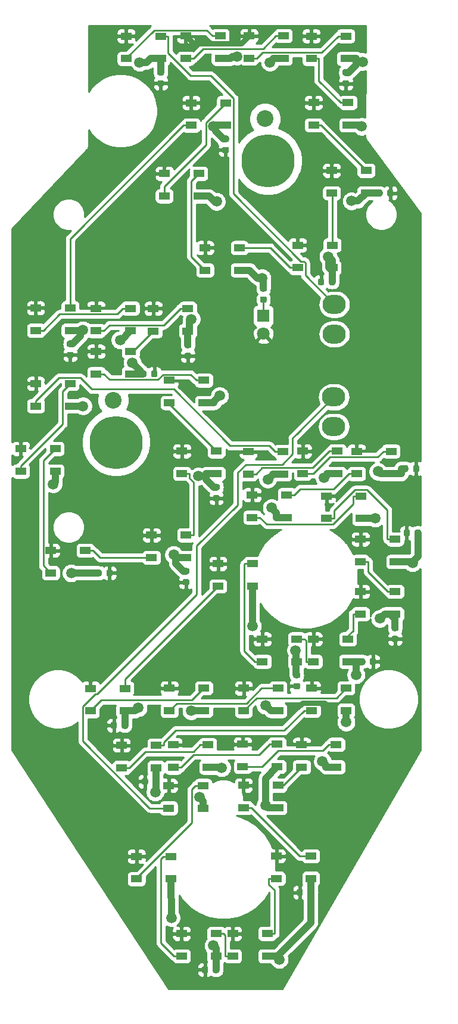
<source format=gbr>
%TF.GenerationSoftware,KiCad,Pcbnew,(5.1.10)-1*%
%TF.CreationDate,2021-11-16T17:25:10+11:00*%
%TF.ProjectId,EXT LT Panel PCB V2,45585420-4c54-4205-9061-6e656c205043,rev?*%
%TF.SameCoordinates,Original*%
%TF.FileFunction,Copper,L1,Top*%
%TF.FilePolarity,Positive*%
%FSLAX46Y46*%
G04 Gerber Fmt 4.6, Leading zero omitted, Abs format (unit mm)*
G04 Created by KiCad (PCBNEW (5.1.10)-1) date 2021-11-16 17:25:10*
%MOMM*%
%LPD*%
G01*
G04 APERTURE LIST*
%TA.AperFunction,ComponentPad*%
%ADD10O,3.300000X2.700000*%
%TD*%
%TA.AperFunction,WasherPad*%
%ADD11C,2.381250*%
%TD*%
%TA.AperFunction,WasherPad*%
%ADD12C,7.540752*%
%TD*%
%TA.AperFunction,ComponentPad*%
%ADD13C,1.800000*%
%TD*%
%TA.AperFunction,ComponentPad*%
%ADD14R,1.800000X1.800000*%
%TD*%
%TA.AperFunction,SMDPad,CuDef*%
%ADD15R,1.500000X1.000000*%
%TD*%
%TA.AperFunction,ViaPad*%
%ADD16C,1.500000*%
%TD*%
%TA.AperFunction,Conductor*%
%ADD17C,0.250000*%
%TD*%
%TA.AperFunction,Conductor*%
%ADD18C,1.000000*%
%TD*%
%TA.AperFunction,Conductor*%
%ADD19C,0.750000*%
%TD*%
%TA.AperFunction,Conductor*%
%ADD20C,0.254000*%
%TD*%
%TA.AperFunction,Conductor*%
%ADD21C,0.100000*%
%TD*%
G04 APERTURE END LIST*
D10*
%TO.P,J2,4*%
%TO.N,/DATAOUT*%
X138434000Y-80760500D03*
%TO.P,J2,3*%
%TO.N,/LEDGND*%
X138434000Y-84960500D03*
%TO.P,J2,2*%
%TO.N,/LED+5V*%
X143934000Y-80760500D03*
%TO.P,J2,1*%
%TA.AperFunction,ComponentPad*%
G36*
G01*
X145333999Y-86310500D02*
X142534001Y-86310500D01*
G75*
G02*
X142284000Y-86060499I0J250001D01*
G01*
X142284000Y-83860501D01*
G75*
G02*
X142534001Y-83610500I250001J0D01*
G01*
X145333999Y-83610500D01*
G75*
G02*
X145584000Y-83860501I0J-250001D01*
G01*
X145584000Y-86060499D01*
G75*
G02*
X145333999Y-86310500I-250001J0D01*
G01*
G37*
%TD.AperFunction*%
%TD*%
%TO.P,J1,4*%
%TO.N,/DATAIN*%
X138503000Y-67608300D03*
%TO.P,J1,3*%
%TO.N,/LEDGND*%
X138503000Y-71808300D03*
%TO.P,J1,2*%
%TO.N,/LED+5V*%
X144003000Y-67608300D03*
%TO.P,J1,1*%
%TA.AperFunction,ComponentPad*%
G36*
G01*
X145402999Y-73158300D02*
X142603001Y-73158300D01*
G75*
G02*
X142353000Y-72908299I0J250001D01*
G01*
X142353000Y-70708301D01*
G75*
G02*
X142603001Y-70458300I250001J0D01*
G01*
X145402999Y-70458300D01*
G75*
G02*
X145653000Y-70708301I0J-250001D01*
G01*
X145653000Y-72908299D01*
G75*
G02*
X145402999Y-73158300I-250001J0D01*
G01*
G37*
%TD.AperFunction*%
%TD*%
D11*
%TO.P,1,*%
%TO.N,*%
X128657861Y-41207816D03*
D12*
X129076400Y-47193200D03*
%TD*%
D11*
%TO.P,2,*%
%TO.N,*%
X107067861Y-81212816D03*
D12*
X107486400Y-87198200D03*
%TD*%
%TO.P,R1,2*%
%TO.N,/LEDGND*%
%TA.AperFunction,SMDPad,CuDef*%
G36*
G01*
X128678250Y-65771200D02*
X128165750Y-65771200D01*
G75*
G02*
X127947000Y-65552450I0J218750D01*
G01*
X127947000Y-65114950D01*
G75*
G02*
X128165750Y-64896200I218750J0D01*
G01*
X128678250Y-64896200D01*
G75*
G02*
X128897000Y-65114950I0J-218750D01*
G01*
X128897000Y-65552450D01*
G75*
G02*
X128678250Y-65771200I-218750J0D01*
G01*
G37*
%TD.AperFunction*%
%TO.P,R1,1*%
%TO.N,Net-(D45-Pad1)*%
%TA.AperFunction,SMDPad,CuDef*%
G36*
G01*
X128678250Y-67346200D02*
X128165750Y-67346200D01*
G75*
G02*
X127947000Y-67127450I0J218750D01*
G01*
X127947000Y-66689950D01*
G75*
G02*
X128165750Y-66471200I218750J0D01*
G01*
X128678250Y-66471200D01*
G75*
G02*
X128897000Y-66689950I0J-218750D01*
G01*
X128897000Y-67127450D01*
G75*
G02*
X128678250Y-67346200I-218750J0D01*
G01*
G37*
%TD.AperFunction*%
%TD*%
%TO.P,C21,2*%
%TO.N,/LEDGND*%
%TA.AperFunction,SMDPad,CuDef*%
G36*
G01*
X134726000Y-151434250D02*
X134726000Y-150921750D01*
G75*
G02*
X134944750Y-150703000I218750J0D01*
G01*
X135382250Y-150703000D01*
G75*
G02*
X135601000Y-150921750I0J-218750D01*
G01*
X135601000Y-151434250D01*
G75*
G02*
X135382250Y-151653000I-218750J0D01*
G01*
X134944750Y-151653000D01*
G75*
G02*
X134726000Y-151434250I0J218750D01*
G01*
G37*
%TD.AperFunction*%
%TO.P,C21,1*%
%TO.N,/LED+5V*%
%TA.AperFunction,SMDPad,CuDef*%
G36*
G01*
X133151000Y-151434250D02*
X133151000Y-150921750D01*
G75*
G02*
X133369750Y-150703000I218750J0D01*
G01*
X133807250Y-150703000D01*
G75*
G02*
X134026000Y-150921750I0J-218750D01*
G01*
X134026000Y-151434250D01*
G75*
G02*
X133807250Y-151653000I-218750J0D01*
G01*
X133369750Y-151653000D01*
G75*
G02*
X133151000Y-151434250I0J218750D01*
G01*
G37*
%TD.AperFunction*%
%TD*%
%TO.P,C20,2*%
%TO.N,/LEDGND*%
%TA.AperFunction,SMDPad,CuDef*%
G36*
G01*
X121244000Y-162420250D02*
X121244000Y-161907750D01*
G75*
G02*
X121462750Y-161689000I218750J0D01*
G01*
X121900250Y-161689000D01*
G75*
G02*
X122119000Y-161907750I0J-218750D01*
G01*
X122119000Y-162420250D01*
G75*
G02*
X121900250Y-162639000I-218750J0D01*
G01*
X121462750Y-162639000D01*
G75*
G02*
X121244000Y-162420250I0J218750D01*
G01*
G37*
%TD.AperFunction*%
%TO.P,C20,1*%
%TO.N,/LED+5V*%
%TA.AperFunction,SMDPad,CuDef*%
G36*
G01*
X119669000Y-162420250D02*
X119669000Y-161907750D01*
G75*
G02*
X119887750Y-161689000I218750J0D01*
G01*
X120325250Y-161689000D01*
G75*
G02*
X120544000Y-161907750I0J-218750D01*
G01*
X120544000Y-162420250D01*
G75*
G02*
X120325250Y-162639000I-218750J0D01*
G01*
X119887750Y-162639000D01*
G75*
G02*
X119669000Y-162420250I0J218750D01*
G01*
G37*
%TD.AperFunction*%
%TD*%
%TO.P,C19,2*%
%TO.N,/LEDGND*%
%TA.AperFunction,SMDPad,CuDef*%
G36*
G01*
X112720000Y-135668250D02*
X112720000Y-135155750D01*
G75*
G02*
X112938750Y-134937000I218750J0D01*
G01*
X113376250Y-134937000D01*
G75*
G02*
X113595000Y-135155750I0J-218750D01*
G01*
X113595000Y-135668250D01*
G75*
G02*
X113376250Y-135887000I-218750J0D01*
G01*
X112938750Y-135887000D01*
G75*
G02*
X112720000Y-135668250I0J218750D01*
G01*
G37*
%TD.AperFunction*%
%TO.P,C19,1*%
%TO.N,/LED+5V*%
%TA.AperFunction,SMDPad,CuDef*%
G36*
G01*
X111145000Y-135668250D02*
X111145000Y-135155750D01*
G75*
G02*
X111363750Y-134937000I218750J0D01*
G01*
X111801250Y-134937000D01*
G75*
G02*
X112020000Y-135155750I0J-218750D01*
G01*
X112020000Y-135668250D01*
G75*
G02*
X111801250Y-135887000I-218750J0D01*
G01*
X111363750Y-135887000D01*
G75*
G02*
X111145000Y-135668250I0J218750D01*
G01*
G37*
%TD.AperFunction*%
%TD*%
%TO.P,C18,2*%
%TO.N,/LEDGND*%
%TA.AperFunction,SMDPad,CuDef*%
G36*
G01*
X108292000Y-127683250D02*
X108292000Y-127170750D01*
G75*
G02*
X108510750Y-126952000I218750J0D01*
G01*
X108948250Y-126952000D01*
G75*
G02*
X109167000Y-127170750I0J-218750D01*
G01*
X109167000Y-127683250D01*
G75*
G02*
X108948250Y-127902000I-218750J0D01*
G01*
X108510750Y-127902000D01*
G75*
G02*
X108292000Y-127683250I0J218750D01*
G01*
G37*
%TD.AperFunction*%
%TO.P,C18,1*%
%TO.N,/LED+5V*%
%TA.AperFunction,SMDPad,CuDef*%
G36*
G01*
X106717000Y-127683250D02*
X106717000Y-127170750D01*
G75*
G02*
X106935750Y-126952000I218750J0D01*
G01*
X107373250Y-126952000D01*
G75*
G02*
X107592000Y-127170750I0J-218750D01*
G01*
X107592000Y-127683250D01*
G75*
G02*
X107373250Y-127902000I-218750J0D01*
G01*
X106935750Y-127902000D01*
G75*
G02*
X106717000Y-127683250I0J218750D01*
G01*
G37*
%TD.AperFunction*%
%TD*%
%TO.P,C17,2*%
%TO.N,/LEDGND*%
%TA.AperFunction,SMDPad,CuDef*%
G36*
G01*
X133421250Y-120722000D02*
X132908750Y-120722000D01*
G75*
G02*
X132690000Y-120503250I0J218750D01*
G01*
X132690000Y-120065750D01*
G75*
G02*
X132908750Y-119847000I218750J0D01*
G01*
X133421250Y-119847000D01*
G75*
G02*
X133640000Y-120065750I0J-218750D01*
G01*
X133640000Y-120503250D01*
G75*
G02*
X133421250Y-120722000I-218750J0D01*
G01*
G37*
%TD.AperFunction*%
%TO.P,C17,1*%
%TO.N,/LED+5V*%
%TA.AperFunction,SMDPad,CuDef*%
G36*
G01*
X133421250Y-122297000D02*
X132908750Y-122297000D01*
G75*
G02*
X132690000Y-122078250I0J218750D01*
G01*
X132690000Y-121640750D01*
G75*
G02*
X132908750Y-121422000I218750J0D01*
G01*
X133421250Y-121422000D01*
G75*
G02*
X133640000Y-121640750I0J-218750D01*
G01*
X133640000Y-122078250D01*
G75*
G02*
X133421250Y-122297000I-218750J0D01*
G01*
G37*
%TD.AperFunction*%
%TD*%
%TO.P,C22,2*%
%TO.N,/LEDGND*%
%TA.AperFunction,SMDPad,CuDef*%
G36*
G01*
X147403250Y-114014000D02*
X146890750Y-114014000D01*
G75*
G02*
X146672000Y-113795250I0J218750D01*
G01*
X146672000Y-113357750D01*
G75*
G02*
X146890750Y-113139000I218750J0D01*
G01*
X147403250Y-113139000D01*
G75*
G02*
X147622000Y-113357750I0J-218750D01*
G01*
X147622000Y-113795250D01*
G75*
G02*
X147403250Y-114014000I-218750J0D01*
G01*
G37*
%TD.AperFunction*%
%TO.P,C22,1*%
%TO.N,/LED+5V*%
%TA.AperFunction,SMDPad,CuDef*%
G36*
G01*
X147403250Y-115589000D02*
X146890750Y-115589000D01*
G75*
G02*
X146672000Y-115370250I0J218750D01*
G01*
X146672000Y-114932750D01*
G75*
G02*
X146890750Y-114714000I218750J0D01*
G01*
X147403250Y-114714000D01*
G75*
G02*
X147622000Y-114932750I0J-218750D01*
G01*
X147622000Y-115370250D01*
G75*
G02*
X147403250Y-115589000I-218750J0D01*
G01*
G37*
%TD.AperFunction*%
%TD*%
%TO.P,C15,2*%
%TO.N,/LEDGND*%
%TA.AperFunction,SMDPad,CuDef*%
G36*
G01*
X142853000Y-118102750D02*
X142853000Y-118615250D01*
G75*
G02*
X142634250Y-118834000I-218750J0D01*
G01*
X142196750Y-118834000D01*
G75*
G02*
X141978000Y-118615250I0J218750D01*
G01*
X141978000Y-118102750D01*
G75*
G02*
X142196750Y-117884000I218750J0D01*
G01*
X142634250Y-117884000D01*
G75*
G02*
X142853000Y-118102750I0J-218750D01*
G01*
G37*
%TD.AperFunction*%
%TO.P,C15,1*%
%TO.N,/LED+5V*%
%TA.AperFunction,SMDPad,CuDef*%
G36*
G01*
X144428000Y-118102750D02*
X144428000Y-118615250D01*
G75*
G02*
X144209250Y-118834000I-218750J0D01*
G01*
X143771750Y-118834000D01*
G75*
G02*
X143553000Y-118615250I0J218750D01*
G01*
X143553000Y-118102750D01*
G75*
G02*
X143771750Y-117884000I218750J0D01*
G01*
X144209250Y-117884000D01*
G75*
G02*
X144428000Y-118102750I0J-218750D01*
G01*
G37*
%TD.AperFunction*%
%TD*%
%TO.P,C14,2*%
%TO.N,/LEDGND*%
%TA.AperFunction,SMDPad,CuDef*%
G36*
G01*
X149941000Y-100332250D02*
X149941000Y-99819750D01*
G75*
G02*
X150159750Y-99601000I218750J0D01*
G01*
X150597250Y-99601000D01*
G75*
G02*
X150816000Y-99819750I0J-218750D01*
G01*
X150816000Y-100332250D01*
G75*
G02*
X150597250Y-100551000I-218750J0D01*
G01*
X150159750Y-100551000D01*
G75*
G02*
X149941000Y-100332250I0J218750D01*
G01*
G37*
%TD.AperFunction*%
%TO.P,C14,1*%
%TO.N,/LED+5V*%
%TA.AperFunction,SMDPad,CuDef*%
G36*
G01*
X148366000Y-100332250D02*
X148366000Y-99819750D01*
G75*
G02*
X148584750Y-99601000I218750J0D01*
G01*
X149022250Y-99601000D01*
G75*
G02*
X149241000Y-99819750I0J-218750D01*
G01*
X149241000Y-100332250D01*
G75*
G02*
X149022250Y-100551000I-218750J0D01*
G01*
X148584750Y-100551000D01*
G75*
G02*
X148366000Y-100332250I0J218750D01*
G01*
G37*
%TD.AperFunction*%
%TD*%
%TO.P,C13,2*%
%TO.N,/LEDGND*%
%TA.AperFunction,SMDPad,CuDef*%
G36*
G01*
X149002000Y-90675750D02*
X149002000Y-91188250D01*
G75*
G02*
X148783250Y-91407000I-218750J0D01*
G01*
X148345750Y-91407000D01*
G75*
G02*
X148127000Y-91188250I0J218750D01*
G01*
X148127000Y-90675750D01*
G75*
G02*
X148345750Y-90457000I218750J0D01*
G01*
X148783250Y-90457000D01*
G75*
G02*
X149002000Y-90675750I0J-218750D01*
G01*
G37*
%TD.AperFunction*%
%TO.P,C13,1*%
%TO.N,/LED+5V*%
%TA.AperFunction,SMDPad,CuDef*%
G36*
G01*
X150577000Y-90675750D02*
X150577000Y-91188250D01*
G75*
G02*
X150358250Y-91407000I-218750J0D01*
G01*
X149920750Y-91407000D01*
G75*
G02*
X149702000Y-91188250I0J218750D01*
G01*
X149702000Y-90675750D01*
G75*
G02*
X149920750Y-90457000I218750J0D01*
G01*
X150358250Y-90457000D01*
G75*
G02*
X150577000Y-90675750I0J-218750D01*
G01*
G37*
%TD.AperFunction*%
%TD*%
%TO.P,C12,2*%
%TO.N,/LEDGND*%
%TA.AperFunction,SMDPad,CuDef*%
G36*
G01*
X121991250Y-94006000D02*
X121478750Y-94006000D01*
G75*
G02*
X121260000Y-93787250I0J218750D01*
G01*
X121260000Y-93349750D01*
G75*
G02*
X121478750Y-93131000I218750J0D01*
G01*
X121991250Y-93131000D01*
G75*
G02*
X122210000Y-93349750I0J-218750D01*
G01*
X122210000Y-93787250D01*
G75*
G02*
X121991250Y-94006000I-218750J0D01*
G01*
G37*
%TD.AperFunction*%
%TO.P,C12,1*%
%TO.N,/LED+5V*%
%TA.AperFunction,SMDPad,CuDef*%
G36*
G01*
X121991250Y-95581000D02*
X121478750Y-95581000D01*
G75*
G02*
X121260000Y-95362250I0J218750D01*
G01*
X121260000Y-94924750D01*
G75*
G02*
X121478750Y-94706000I218750J0D01*
G01*
X121991250Y-94706000D01*
G75*
G02*
X122210000Y-94924750I0J-218750D01*
G01*
X122210000Y-95362250D01*
G75*
G02*
X121991250Y-95581000I-218750J0D01*
G01*
G37*
%TD.AperFunction*%
%TD*%
%TO.P,C11,2*%
%TO.N,/LEDGND*%
%TA.AperFunction,SMDPad,CuDef*%
G36*
G01*
X105416000Y-105514750D02*
X105416000Y-106027250D01*
G75*
G02*
X105197250Y-106246000I-218750J0D01*
G01*
X104759750Y-106246000D01*
G75*
G02*
X104541000Y-106027250I0J218750D01*
G01*
X104541000Y-105514750D01*
G75*
G02*
X104759750Y-105296000I218750J0D01*
G01*
X105197250Y-105296000D01*
G75*
G02*
X105416000Y-105514750I0J-218750D01*
G01*
G37*
%TD.AperFunction*%
%TO.P,C11,1*%
%TO.N,/LED+5V*%
%TA.AperFunction,SMDPad,CuDef*%
G36*
G01*
X106991000Y-105514750D02*
X106991000Y-106027250D01*
G75*
G02*
X106772250Y-106246000I-218750J0D01*
G01*
X106334750Y-106246000D01*
G75*
G02*
X106116000Y-106027250I0J218750D01*
G01*
X106116000Y-105514750D01*
G75*
G02*
X106334750Y-105296000I218750J0D01*
G01*
X106772250Y-105296000D01*
G75*
G02*
X106991000Y-105514750I0J-218750D01*
G01*
G37*
%TD.AperFunction*%
%TD*%
%TO.P,C10,2*%
%TO.N,/LEDGND*%
%TA.AperFunction,SMDPad,CuDef*%
G36*
G01*
X117675250Y-105941000D02*
X117162750Y-105941000D01*
G75*
G02*
X116944000Y-105722250I0J218750D01*
G01*
X116944000Y-105284750D01*
G75*
G02*
X117162750Y-105066000I218750J0D01*
G01*
X117675250Y-105066000D01*
G75*
G02*
X117894000Y-105284750I0J-218750D01*
G01*
X117894000Y-105722250D01*
G75*
G02*
X117675250Y-105941000I-218750J0D01*
G01*
G37*
%TD.AperFunction*%
%TO.P,C10,1*%
%TO.N,/LED+5V*%
%TA.AperFunction,SMDPad,CuDef*%
G36*
G01*
X117675250Y-107516000D02*
X117162750Y-107516000D01*
G75*
G02*
X116944000Y-107297250I0J218750D01*
G01*
X116944000Y-106859750D01*
G75*
G02*
X117162750Y-106641000I218750J0D01*
G01*
X117675250Y-106641000D01*
G75*
G02*
X117894000Y-106859750I0J-218750D01*
G01*
X117894000Y-107297250D01*
G75*
G02*
X117675250Y-107516000I-218750J0D01*
G01*
G37*
%TD.AperFunction*%
%TD*%
%TO.P,C9,2*%
%TO.N,/LEDGND*%
%TA.AperFunction,SMDPad,CuDef*%
G36*
G01*
X101213250Y-73647700D02*
X100700750Y-73647700D01*
G75*
G02*
X100482000Y-73428950I0J218750D01*
G01*
X100482000Y-72991450D01*
G75*
G02*
X100700750Y-72772700I218750J0D01*
G01*
X101213250Y-72772700D01*
G75*
G02*
X101432000Y-72991450I0J-218750D01*
G01*
X101432000Y-73428950D01*
G75*
G02*
X101213250Y-73647700I-218750J0D01*
G01*
G37*
%TD.AperFunction*%
%TO.P,C9,1*%
%TO.N,/LED+5V*%
%TA.AperFunction,SMDPad,CuDef*%
G36*
G01*
X101213250Y-75222700D02*
X100700750Y-75222700D01*
G75*
G02*
X100482000Y-75003950I0J218750D01*
G01*
X100482000Y-74566450D01*
G75*
G02*
X100700750Y-74347700I218750J0D01*
G01*
X101213250Y-74347700D01*
G75*
G02*
X101432000Y-74566450I0J-218750D01*
G01*
X101432000Y-75003950D01*
G75*
G02*
X101213250Y-75222700I-218750J0D01*
G01*
G37*
%TD.AperFunction*%
%TD*%
%TO.P,C8,2*%
%TO.N,/LEDGND*%
%TA.AperFunction,SMDPad,CuDef*%
G36*
G01*
X111773000Y-77211250D02*
X111773000Y-77723750D01*
G75*
G02*
X111554250Y-77942500I-218750J0D01*
G01*
X111116750Y-77942500D01*
G75*
G02*
X110898000Y-77723750I0J218750D01*
G01*
X110898000Y-77211250D01*
G75*
G02*
X111116750Y-76992500I218750J0D01*
G01*
X111554250Y-76992500D01*
G75*
G02*
X111773000Y-77211250I0J-218750D01*
G01*
G37*
%TD.AperFunction*%
%TO.P,C8,1*%
%TO.N,/LED+5V*%
%TA.AperFunction,SMDPad,CuDef*%
G36*
G01*
X113348000Y-77211250D02*
X113348000Y-77723750D01*
G75*
G02*
X113129250Y-77942500I-218750J0D01*
G01*
X112691750Y-77942500D01*
G75*
G02*
X112473000Y-77723750I0J218750D01*
G01*
X112473000Y-77211250D01*
G75*
G02*
X112691750Y-76992500I218750J0D01*
G01*
X113129250Y-76992500D01*
G75*
G02*
X113348000Y-77211250I0J-218750D01*
G01*
G37*
%TD.AperFunction*%
%TD*%
%TO.P,C7,2*%
%TO.N,/LEDGND*%
%TA.AperFunction,SMDPad,CuDef*%
G36*
G01*
X140395250Y-35065300D02*
X139882750Y-35065300D01*
G75*
G02*
X139664000Y-34846550I0J218750D01*
G01*
X139664000Y-34409050D01*
G75*
G02*
X139882750Y-34190300I218750J0D01*
G01*
X140395250Y-34190300D01*
G75*
G02*
X140614000Y-34409050I0J-218750D01*
G01*
X140614000Y-34846550D01*
G75*
G02*
X140395250Y-35065300I-218750J0D01*
G01*
G37*
%TD.AperFunction*%
%TO.P,C7,1*%
%TO.N,/LED+5V*%
%TA.AperFunction,SMDPad,CuDef*%
G36*
G01*
X140395250Y-36640300D02*
X139882750Y-36640300D01*
G75*
G02*
X139664000Y-36421550I0J218750D01*
G01*
X139664000Y-35984050D01*
G75*
G02*
X139882750Y-35765300I218750J0D01*
G01*
X140395250Y-35765300D01*
G75*
G02*
X140614000Y-35984050I0J-218750D01*
G01*
X140614000Y-36421550D01*
G75*
G02*
X140395250Y-36640300I-218750J0D01*
G01*
G37*
%TD.AperFunction*%
%TD*%
%TO.P,C6,2*%
%TO.N,/LEDGND*%
%TA.AperFunction,SMDPad,CuDef*%
G36*
G01*
X117942250Y-73787500D02*
X117429750Y-73787500D01*
G75*
G02*
X117211000Y-73568750I0J218750D01*
G01*
X117211000Y-73131250D01*
G75*
G02*
X117429750Y-72912500I218750J0D01*
G01*
X117942250Y-72912500D01*
G75*
G02*
X118161000Y-73131250I0J-218750D01*
G01*
X118161000Y-73568750D01*
G75*
G02*
X117942250Y-73787500I-218750J0D01*
G01*
G37*
%TD.AperFunction*%
%TO.P,C6,1*%
%TO.N,/LED+5V*%
%TA.AperFunction,SMDPad,CuDef*%
G36*
G01*
X117942250Y-75362500D02*
X117429750Y-75362500D01*
G75*
G02*
X117211000Y-75143750I0J218750D01*
G01*
X117211000Y-74706250D01*
G75*
G02*
X117429750Y-74487500I218750J0D01*
G01*
X117942250Y-74487500D01*
G75*
G02*
X118161000Y-74706250I0J-218750D01*
G01*
X118161000Y-75143750D01*
G75*
G02*
X117942250Y-75362500I-218750J0D01*
G01*
G37*
%TD.AperFunction*%
%TD*%
%TO.P,C5,2*%
%TO.N,/LEDGND*%
%TA.AperFunction,SMDPad,CuDef*%
G36*
G01*
X137754000Y-64652850D02*
X137754000Y-64140350D01*
G75*
G02*
X137972750Y-63921600I218750J0D01*
G01*
X138410250Y-63921600D01*
G75*
G02*
X138629000Y-64140350I0J-218750D01*
G01*
X138629000Y-64652850D01*
G75*
G02*
X138410250Y-64871600I-218750J0D01*
G01*
X137972750Y-64871600D01*
G75*
G02*
X137754000Y-64652850I0J218750D01*
G01*
G37*
%TD.AperFunction*%
%TO.P,C5,1*%
%TO.N,/LED+5V*%
%TA.AperFunction,SMDPad,CuDef*%
G36*
G01*
X136179000Y-64652850D02*
X136179000Y-64140350D01*
G75*
G02*
X136397750Y-63921600I218750J0D01*
G01*
X136835250Y-63921600D01*
G75*
G02*
X137054000Y-64140350I0J-218750D01*
G01*
X137054000Y-64652850D01*
G75*
G02*
X136835250Y-64871600I-218750J0D01*
G01*
X136397750Y-64871600D01*
G75*
G02*
X136179000Y-64652850I0J218750D01*
G01*
G37*
%TD.AperFunction*%
%TD*%
%TO.P,C4,2*%
%TO.N,/LEDGND*%
%TA.AperFunction,SMDPad,CuDef*%
G36*
G01*
X145324000Y-51508950D02*
X145324000Y-52021450D01*
G75*
G02*
X145105250Y-52240200I-218750J0D01*
G01*
X144667750Y-52240200D01*
G75*
G02*
X144449000Y-52021450I0J218750D01*
G01*
X144449000Y-51508950D01*
G75*
G02*
X144667750Y-51290200I218750J0D01*
G01*
X145105250Y-51290200D01*
G75*
G02*
X145324000Y-51508950I0J-218750D01*
G01*
G37*
%TD.AperFunction*%
%TO.P,C4,1*%
%TO.N,/LED+5V*%
%TA.AperFunction,SMDPad,CuDef*%
G36*
G01*
X146899000Y-51508950D02*
X146899000Y-52021450D01*
G75*
G02*
X146680250Y-52240200I-218750J0D01*
G01*
X146242750Y-52240200D01*
G75*
G02*
X146024000Y-52021450I0J218750D01*
G01*
X146024000Y-51508950D01*
G75*
G02*
X146242750Y-51290200I218750J0D01*
G01*
X146680250Y-51290200D01*
G75*
G02*
X146899000Y-51508950I0J-218750D01*
G01*
G37*
%TD.AperFunction*%
%TD*%
%TO.P,C3,2*%
%TO.N,/LEDGND*%
%TA.AperFunction,SMDPad,CuDef*%
G36*
G01*
X123294250Y-44513900D02*
X122781750Y-44513900D01*
G75*
G02*
X122563000Y-44295150I0J218750D01*
G01*
X122563000Y-43857650D01*
G75*
G02*
X122781750Y-43638900I218750J0D01*
G01*
X123294250Y-43638900D01*
G75*
G02*
X123513000Y-43857650I0J-218750D01*
G01*
X123513000Y-44295150D01*
G75*
G02*
X123294250Y-44513900I-218750J0D01*
G01*
G37*
%TD.AperFunction*%
%TO.P,C3,1*%
%TO.N,/LED+5V*%
%TA.AperFunction,SMDPad,CuDef*%
G36*
G01*
X123294250Y-46088900D02*
X122781750Y-46088900D01*
G75*
G02*
X122563000Y-45870150I0J218750D01*
G01*
X122563000Y-45432650D01*
G75*
G02*
X122781750Y-45213900I218750J0D01*
G01*
X123294250Y-45213900D01*
G75*
G02*
X123513000Y-45432650I0J-218750D01*
G01*
X123513000Y-45870150D01*
G75*
G02*
X123294250Y-46088900I-218750J0D01*
G01*
G37*
%TD.AperFunction*%
%TD*%
%TO.P,C2,2*%
%TO.N,/LEDGND*%
%TA.AperFunction,SMDPad,CuDef*%
G36*
G01*
X114076250Y-35045000D02*
X113563750Y-35045000D01*
G75*
G02*
X113345000Y-34826250I0J218750D01*
G01*
X113345000Y-34388750D01*
G75*
G02*
X113563750Y-34170000I218750J0D01*
G01*
X114076250Y-34170000D01*
G75*
G02*
X114295000Y-34388750I0J-218750D01*
G01*
X114295000Y-34826250D01*
G75*
G02*
X114076250Y-35045000I-218750J0D01*
G01*
G37*
%TD.AperFunction*%
%TO.P,C2,1*%
%TO.N,/LED+5V*%
%TA.AperFunction,SMDPad,CuDef*%
G36*
G01*
X114076250Y-36620000D02*
X113563750Y-36620000D01*
G75*
G02*
X113345000Y-36401250I0J218750D01*
G01*
X113345000Y-35963750D01*
G75*
G02*
X113563750Y-35745000I218750J0D01*
G01*
X114076250Y-35745000D01*
G75*
G02*
X114295000Y-35963750I0J-218750D01*
G01*
X114295000Y-36401250D01*
G75*
G02*
X114076250Y-36620000I-218750J0D01*
G01*
G37*
%TD.AperFunction*%
%TD*%
D13*
%TO.P,D45,2*%
%TO.N,/LED+5V*%
X128422000Y-71752500D03*
D14*
%TO.P,D45,1*%
%TO.N,Net-(D45-Pad1)*%
X128422000Y-69212500D03*
%TD*%
D15*
%TO.P,D14,1*%
%TO.N,/LED+5V*%
X104648000Y-74269600D03*
%TO.P,D14,2*%
%TO.N,Net-(D14-Pad2)*%
X104648000Y-77469600D03*
%TO.P,D14,4*%
%TO.N,Net-(D13-Pad2)*%
X109548000Y-74269600D03*
%TO.P,D14,3*%
%TO.N,/LEDGND*%
X109548000Y-77469600D03*
%TD*%
%TO.P,D40,1*%
%TO.N,/LED+5V*%
X130279000Y-145999000D03*
%TO.P,D40,2*%
%TO.N,Net-(D40-Pad2)*%
X130279000Y-149199000D03*
%TO.P,D40,4*%
%TO.N,Net-(D39-Pad2)*%
X135179000Y-145999000D03*
%TO.P,D40,3*%
%TO.N,/LEDGND*%
X135179000Y-149199000D03*
%TD*%
%TO.P,D44,1*%
%TO.N,/LED+5V*%
X114960000Y-135992000D03*
%TO.P,D44,2*%
%TO.N,/DATAOUT*%
X114960000Y-139192000D03*
%TO.P,D44,4*%
%TO.N,Net-(D43-Pad2)*%
X119860000Y-135992000D03*
%TO.P,D44,3*%
%TO.N,/LEDGND*%
X119860000Y-139192000D03*
%TD*%
%TO.P,D43,1*%
%TO.N,/LED+5V*%
X110388000Y-146050000D03*
%TO.P,D43,2*%
%TO.N,Net-(D43-Pad2)*%
X110388000Y-149250000D03*
%TO.P,D43,4*%
%TO.N,Net-(D42-Pad2)*%
X115288000Y-146050000D03*
%TO.P,D43,3*%
%TO.N,/LEDGND*%
X115288000Y-149250000D03*
%TD*%
%TO.P,D42,1*%
%TO.N,/LED+5V*%
X116789000Y-157023000D03*
%TO.P,D42,2*%
%TO.N,Net-(D42-Pad2)*%
X116789000Y-160223000D03*
%TO.P,D42,4*%
%TO.N,Net-(D41-Pad2)*%
X121689000Y-157023000D03*
%TO.P,D42,3*%
%TO.N,/LEDGND*%
X121689000Y-160223000D03*
%TD*%
%TO.P,D41,1*%
%TO.N,/LED+5V*%
X124054000Y-157023000D03*
%TO.P,D41,2*%
%TO.N,Net-(D41-Pad2)*%
X124054000Y-160223000D03*
%TO.P,D41,4*%
%TO.N,Net-(D40-Pad2)*%
X128954000Y-157023000D03*
%TO.P,D41,3*%
%TO.N,/LEDGND*%
X128954000Y-160223000D03*
%TD*%
%TO.P,D39,1*%
%TO.N,/LED+5V*%
X125605000Y-135941000D03*
%TO.P,D39,2*%
%TO.N,Net-(D39-Pad2)*%
X125605000Y-139141000D03*
%TO.P,D39,4*%
%TO.N,Net-(D38-Pad2)*%
X130505000Y-135941000D03*
%TO.P,D39,3*%
%TO.N,/LEDGND*%
X130505000Y-139141000D03*
%TD*%
%TO.P,D38,1*%
%TO.N,/LED+5V*%
X133858000Y-130150000D03*
%TO.P,D38,2*%
%TO.N,Net-(D38-Pad2)*%
X133858000Y-133350000D03*
%TO.P,D38,4*%
%TO.N,Net-(D37-Pad2)*%
X138758000Y-130150000D03*
%TO.P,D38,3*%
%TO.N,/LEDGND*%
X138758000Y-133350000D03*
%TD*%
%TO.P,D37,1*%
%TO.N,/LED+5V*%
X125476000Y-130099000D03*
%TO.P,D37,2*%
%TO.N,Net-(D37-Pad2)*%
X125476000Y-133299000D03*
%TO.P,D37,4*%
%TO.N,Net-(D36-Pad2)*%
X130376000Y-130099000D03*
%TO.P,D37,3*%
%TO.N,/LEDGND*%
X130376000Y-133299000D03*
%TD*%
%TO.P,D36,1*%
%TO.N,/LED+5V*%
X115621000Y-130200000D03*
%TO.P,D36,2*%
%TO.N,Net-(D36-Pad2)*%
X115621000Y-133400000D03*
%TO.P,D36,4*%
%TO.N,Net-(D35-Pad2)*%
X120521000Y-130200000D03*
%TO.P,D36,3*%
%TO.N,/LEDGND*%
X120521000Y-133400000D03*
%TD*%
%TO.P,D35,1*%
%TO.N,/LED+5V*%
X108255000Y-130251000D03*
%TO.P,D35,2*%
%TO.N,Net-(D35-Pad2)*%
X108255000Y-133451000D03*
%TO.P,D35,4*%
%TO.N,Net-(D34-Pad2)*%
X113155000Y-130251000D03*
%TO.P,D35,3*%
%TO.N,/LEDGND*%
X113155000Y-133451000D03*
%TD*%
%TO.P,D34,1*%
%TO.N,/LED+5V*%
X135280000Y-122123000D03*
%TO.P,D34,2*%
%TO.N,Net-(D34-Pad2)*%
X135280000Y-125323000D03*
%TO.P,D34,4*%
%TO.N,Net-(D33-Pad2)*%
X140180000Y-122123000D03*
%TO.P,D34,3*%
%TO.N,/LEDGND*%
X140180000Y-125323000D03*
%TD*%
%TO.P,D33,1*%
%TO.N,/LED+5V*%
X125617000Y-122149000D03*
%TO.P,D33,2*%
%TO.N,Net-(D33-Pad2)*%
X125617000Y-125349000D03*
%TO.P,D33,4*%
%TO.N,Net-(D32-Pad2)*%
X130517000Y-122149000D03*
%TO.P,D33,3*%
%TO.N,/LEDGND*%
X130517000Y-125349000D03*
%TD*%
%TO.P,D32,1*%
%TO.N,/LED+5V*%
X115062000Y-122123000D03*
%TO.P,D32,2*%
%TO.N,Net-(D32-Pad2)*%
X115062000Y-125323000D03*
%TO.P,D32,4*%
%TO.N,Net-(D31-Pad2)*%
X119962000Y-122123000D03*
%TO.P,D32,3*%
%TO.N,/LEDGND*%
X119962000Y-125323000D03*
%TD*%
%TO.P,D31,1*%
%TO.N,/LED+5V*%
X103835000Y-122174000D03*
%TO.P,D31,2*%
%TO.N,Net-(D31-Pad2)*%
X103835000Y-125374000D03*
%TO.P,D31,4*%
%TO.N,Net-(D30-Pad2)*%
X108735000Y-122174000D03*
%TO.P,D31,3*%
%TO.N,/LEDGND*%
X108735000Y-125374000D03*
%TD*%
%TO.P,D30,1*%
%TO.N,/LED+5V*%
X121971000Y-104445000D03*
%TO.P,D30,2*%
%TO.N,Net-(D30-Pad2)*%
X121971000Y-107645000D03*
%TO.P,D30,4*%
%TO.N,Net-(D29-Pad2)*%
X126871000Y-104445000D03*
%TO.P,D30,3*%
%TO.N,/LEDGND*%
X126871000Y-107645000D03*
%TD*%
%TO.P,D29,1*%
%TO.N,/LED+5V*%
X128270000Y-115164000D03*
%TO.P,D29,2*%
%TO.N,Net-(D29-Pad2)*%
X128270000Y-118364000D03*
%TO.P,D29,4*%
%TO.N,Net-(D28-Pad2)*%
X133170000Y-115164000D03*
%TO.P,D29,3*%
%TO.N,/LEDGND*%
X133170000Y-118364000D03*
%TD*%
%TO.P,D28,1*%
%TO.N,/LED+5V*%
X135534000Y-115164000D03*
%TO.P,D28,2*%
%TO.N,Net-(D28-Pad2)*%
X135534000Y-118364000D03*
%TO.P,D28,4*%
%TO.N,Net-(D27-Pad2)*%
X140434000Y-115164000D03*
%TO.P,D28,3*%
%TO.N,/LEDGND*%
X140434000Y-118364000D03*
%TD*%
%TO.P,D27,1*%
%TO.N,/LED+5V*%
X142240000Y-108407000D03*
%TO.P,D27,2*%
%TO.N,Net-(D27-Pad2)*%
X142240000Y-111607000D03*
%TO.P,D27,4*%
%TO.N,Net-(D26-Pad2)*%
X147140000Y-108407000D03*
%TO.P,D27,3*%
%TO.N,/LEDGND*%
X147140000Y-111607000D03*
%TD*%
%TO.P,D26,1*%
%TO.N,/LED+5V*%
X142228000Y-100965000D03*
%TO.P,D26,2*%
%TO.N,Net-(D26-Pad2)*%
X142228000Y-104165000D03*
%TO.P,D26,4*%
%TO.N,Net-(D25-Pad2)*%
X147128000Y-100965000D03*
%TO.P,D26,3*%
%TO.N,/LEDGND*%
X147128000Y-104165000D03*
%TD*%
%TO.P,D25,1*%
%TO.N,/LED+5V*%
X137402000Y-94818400D03*
%TO.P,D25,2*%
%TO.N,Net-(D25-Pad2)*%
X137402000Y-98018400D03*
%TO.P,D25,4*%
%TO.N,Net-(D24-Pad2)*%
X142302000Y-94818400D03*
%TO.P,D25,3*%
%TO.N,/LEDGND*%
X142302000Y-98018400D03*
%TD*%
%TO.P,D24,1*%
%TO.N,/LED+5V*%
X126836000Y-94666000D03*
%TO.P,D24,2*%
%TO.N,Net-(D24-Pad2)*%
X126836000Y-97866000D03*
%TO.P,D24,4*%
%TO.N,Net-(D23-Pad2)*%
X131736000Y-94666000D03*
%TO.P,D24,3*%
%TO.N,/LEDGND*%
X131736000Y-97866000D03*
%TD*%
%TO.P,D23,1*%
%TO.N,/LED+5V*%
X141670000Y-88468400D03*
%TO.P,D23,2*%
%TO.N,Net-(D23-Pad2)*%
X141670000Y-91668400D03*
%TO.P,D23,4*%
%TO.N,Net-(D22-Pad2)*%
X146570000Y-88468400D03*
%TO.P,D23,3*%
%TO.N,/LEDGND*%
X146570000Y-91668400D03*
%TD*%
%TO.P,D22,1*%
%TO.N,/LED+5V*%
X134010000Y-88442800D03*
%TO.P,D22,2*%
%TO.N,Net-(D22-Pad2)*%
X134010000Y-91642800D03*
%TO.P,D22,4*%
%TO.N,Net-(D21-Pad2)*%
X138910000Y-88442800D03*
%TO.P,D22,3*%
%TO.N,/LEDGND*%
X138910000Y-91642800D03*
%TD*%
%TO.P,D21,1*%
%TO.N,/LED+5V*%
X126277000Y-88519200D03*
%TO.P,D21,2*%
%TO.N,Net-(D21-Pad2)*%
X126277000Y-91719200D03*
%TO.P,D21,4*%
%TO.N,Net-(D20-Pad2)*%
X131177000Y-88519200D03*
%TO.P,D21,3*%
%TO.N,/LEDGND*%
X131177000Y-91719200D03*
%TD*%
%TO.P,D20,1*%
%TO.N,/LED+5V*%
X96062800Y-78841600D03*
%TO.P,D20,2*%
%TO.N,Net-(D20-Pad2)*%
X96062800Y-82041600D03*
%TO.P,D20,4*%
%TO.N,Net-(D19-Pad2)*%
X100962800Y-78841600D03*
%TO.P,D20,3*%
%TO.N,/LEDGND*%
X100962800Y-82041600D03*
%TD*%
%TO.P,D19,1*%
%TO.N,/LED+5V*%
X93917600Y-88112800D03*
%TO.P,D19,2*%
%TO.N,Net-(D19-Pad2)*%
X93917600Y-91312800D03*
%TO.P,D19,4*%
%TO.N,Net-(D18-Pad2)*%
X98817600Y-88112800D03*
%TO.P,D19,3*%
%TO.N,/LEDGND*%
X98817600Y-91312800D03*
%TD*%
%TO.P,D18,1*%
%TO.N,/LED+5V*%
X98196000Y-102565000D03*
%TO.P,D18,2*%
%TO.N,Net-(D18-Pad2)*%
X98196000Y-105765000D03*
%TO.P,D18,4*%
%TO.N,Net-(D17-Pad2)*%
X103096000Y-102565000D03*
%TO.P,D18,3*%
%TO.N,/LEDGND*%
X103096000Y-105765000D03*
%TD*%
%TO.P,D17,1*%
%TO.N,/LED+5V*%
X112522000Y-100381000D03*
%TO.P,D17,2*%
%TO.N,Net-(D17-Pad2)*%
X112522000Y-103581000D03*
%TO.P,D17,4*%
%TO.N,Net-(D16-Pad2)*%
X117422000Y-100381000D03*
%TO.P,D17,3*%
%TO.N,/LEDGND*%
X117422000Y-103581000D03*
%TD*%
%TO.P,D16,1*%
%TO.N,/LED+5V*%
X116840000Y-88442800D03*
%TO.P,D16,2*%
%TO.N,Net-(D16-Pad2)*%
X116840000Y-91642800D03*
%TO.P,D16,4*%
%TO.N,Net-(D15-Pad2)*%
X121740000Y-88442800D03*
%TO.P,D16,3*%
%TO.N,/LEDGND*%
X121740000Y-91642800D03*
%TD*%
%TO.P,D15,1*%
%TO.N,/LED+5V*%
X115062000Y-78384400D03*
%TO.P,D15,2*%
%TO.N,Net-(D15-Pad2)*%
X115062000Y-81584400D03*
%TO.P,D15,4*%
%TO.N,Net-(D14-Pad2)*%
X119962000Y-78384400D03*
%TO.P,D15,3*%
%TO.N,/LEDGND*%
X119962000Y-81584400D03*
%TD*%
%TO.P,D13,1*%
%TO.N,/LED+5V*%
X112776000Y-68173600D03*
%TO.P,D13,2*%
%TO.N,Net-(D13-Pad2)*%
X112776000Y-71373600D03*
%TO.P,D13,4*%
%TO.N,Net-(D12-Pad2)*%
X117676000Y-68173600D03*
%TO.P,D13,3*%
%TO.N,/LEDGND*%
X117676000Y-71373600D03*
%TD*%
%TO.P,D12,1*%
%TO.N,/LED+5V*%
X104636000Y-68148400D03*
%TO.P,D12,2*%
%TO.N,Net-(D12-Pad2)*%
X104636000Y-71348400D03*
%TO.P,D12,4*%
%TO.N,Net-(D11-Pad2)*%
X109536000Y-68148400D03*
%TO.P,D12,3*%
%TO.N,/LEDGND*%
X109536000Y-71348400D03*
%TD*%
%TO.P,D11,1*%
%TO.N,/LED+5V*%
X96051200Y-68097600D03*
%TO.P,D11,2*%
%TO.N,Net-(D11-Pad2)*%
X96051200Y-71297600D03*
%TO.P,D11,4*%
%TO.N,Net-(D10-Pad2)*%
X100951200Y-68097600D03*
%TO.P,D11,3*%
%TO.N,/LEDGND*%
X100951200Y-71297600D03*
%TD*%
%TO.P,D10,1*%
%TO.N,/LED+5V*%
X118149000Y-38938400D03*
%TO.P,D10,2*%
%TO.N,Net-(D10-Pad2)*%
X118149000Y-42138400D03*
%TO.P,D10,4*%
%TO.N,Net-(D10-Pad4)*%
X123049000Y-38938400D03*
%TO.P,D10,3*%
%TO.N,/LEDGND*%
X123049000Y-42138400D03*
%TD*%
%TO.P,D9,1*%
%TO.N,/LED+5V*%
X114339000Y-48996800D03*
%TO.P,D9,2*%
%TO.N,Net-(D10-Pad4)*%
X114339000Y-52196800D03*
%TO.P,D9,4*%
%TO.N,Net-(D8-Pad2)*%
X119239000Y-48996800D03*
%TO.P,D9,3*%
%TO.N,/LEDGND*%
X119239000Y-52196800D03*
%TD*%
%TO.P,D8,1*%
%TO.N,/LED+5V*%
X120119000Y-59537600D03*
%TO.P,D8,2*%
%TO.N,Net-(D8-Pad2)*%
X120119000Y-62737600D03*
%TO.P,D8,4*%
%TO.N,Net-(D7-Pad2)*%
X125019000Y-59537600D03*
%TO.P,D8,3*%
%TO.N,/LEDGND*%
X125019000Y-62737600D03*
%TD*%
%TO.P,D7,1*%
%TO.N,/LED+5V*%
X133299000Y-59182000D03*
%TO.P,D7,2*%
%TO.N,Net-(D7-Pad2)*%
X133299000Y-62382000D03*
%TO.P,D7,4*%
%TO.N,Net-(D6-Pad2)*%
X138199000Y-59182000D03*
%TO.P,D7,3*%
%TO.N,/LEDGND*%
X138199000Y-62382000D03*
%TD*%
%TO.P,D6,1*%
%TO.N,/LED+5V*%
X138125000Y-48564800D03*
%TO.P,D6,2*%
%TO.N,Net-(D6-Pad2)*%
X138125000Y-51764800D03*
%TO.P,D6,4*%
%TO.N,Net-(D5-Pad2)*%
X143025000Y-48564800D03*
%TO.P,D6,3*%
%TO.N,/LEDGND*%
X143025000Y-51764800D03*
%TD*%
%TO.P,D5,1*%
%TO.N,/LED+5V*%
X135562000Y-38912800D03*
%TO.P,D5,2*%
%TO.N,Net-(D5-Pad2)*%
X135562000Y-42112800D03*
%TO.P,D5,4*%
%TO.N,Net-(D4-Pad2)*%
X140462000Y-38912800D03*
%TO.P,D5,3*%
%TO.N,/LEDGND*%
X140462000Y-42112800D03*
%TD*%
%TO.P,D4,1*%
%TO.N,/LED+5V*%
X135230000Y-29464000D03*
%TO.P,D4,2*%
%TO.N,Net-(D4-Pad2)*%
X135230000Y-32664000D03*
%TO.P,D4,4*%
%TO.N,Net-(D3-Pad2)*%
X140130000Y-29464000D03*
%TO.P,D4,3*%
%TO.N,/LEDGND*%
X140130000Y-32664000D03*
%TD*%
%TO.P,D3,1*%
%TO.N,/LED+5V*%
X126390000Y-29413200D03*
%TO.P,D3,2*%
%TO.N,Net-(D3-Pad2)*%
X126390000Y-32613200D03*
%TO.P,D3,4*%
%TO.N,Net-(D2-Pad2)*%
X131290000Y-29413200D03*
%TO.P,D3,3*%
%TO.N,/LEDGND*%
X131290000Y-32613200D03*
%TD*%
%TO.P,D2,1*%
%TO.N,/LED+5V*%
X117387000Y-29438800D03*
%TO.P,D2,2*%
%TO.N,Net-(D2-Pad2)*%
X117387000Y-32638800D03*
%TO.P,D2,4*%
%TO.N,Net-(D1-Pad2)*%
X122287000Y-29438800D03*
%TO.P,D2,3*%
%TO.N,/LEDGND*%
X122287000Y-32638800D03*
%TD*%
%TO.P,D1,1*%
%TO.N,/LED+5V*%
X108915000Y-29464000D03*
%TO.P,D1,2*%
%TO.N,Net-(D1-Pad2)*%
X108915000Y-32664000D03*
%TO.P,D1,4*%
%TO.N,/DATAIN*%
X113815000Y-29464000D03*
%TO.P,D1,3*%
%TO.N,/LEDGND*%
X113815000Y-32664000D03*
%TD*%
D16*
%TO.N,/LEDGND*%
X110828500Y-33221300D03*
X142501300Y-33099800D03*
X149632500Y-104331200D03*
X144702100Y-91325900D03*
X140941700Y-52896700D03*
X142383800Y-42309100D03*
X132995300Y-116764000D03*
X129583900Y-96507300D03*
X118149800Y-125357300D03*
X118191000Y-69687300D03*
X109789900Y-75869600D03*
X101098200Y-105787200D03*
X98548100Y-93126400D03*
X137620500Y-60782000D03*
X137072200Y-92251000D03*
X136820300Y-132552600D03*
X124672600Y-32337900D03*
X121329600Y-42321900D03*
X110631400Y-124938100D03*
X108040500Y-72661300D03*
X102769500Y-82056000D03*
X128224600Y-63841700D03*
X121291600Y-158733500D03*
X113050600Y-136924600D03*
X144987100Y-112244200D03*
X119175900Y-92022200D03*
X115680200Y-103175000D03*
X102763700Y-71249300D03*
X130680400Y-160711700D03*
X128718000Y-138801200D03*
X122488100Y-133452500D03*
X128724000Y-124595600D03*
X141596300Y-120243500D03*
X129054000Y-92461700D03*
X122208600Y-80592200D03*
X121777500Y-52966300D03*
X129340500Y-33202200D03*
X140180000Y-126967040D03*
X126867920Y-113304320D03*
X144307560Y-97993200D03*
X115333780Y-154767280D03*
X119325390Y-137651490D03*
%TO.N,/LED+5V*%
X114765800Y-56853200D03*
%TD*%
D17*
%TO.N,Net-(D1-Pad2)*%
X122287000Y-29438800D02*
X121211700Y-29438800D01*
X108915000Y-32664000D02*
X108915000Y-32565600D01*
X108915000Y-32565600D02*
X112867100Y-28613500D01*
X112867100Y-28613500D02*
X120386400Y-28613500D01*
X120386400Y-28613500D02*
X121211700Y-29438800D01*
%TO.N,Net-(D2-Pad2)*%
X130214700Y-29413200D02*
X128365300Y-31262600D01*
X128365300Y-31262600D02*
X119838500Y-31262600D01*
X119838500Y-31262600D02*
X118462300Y-32638800D01*
X131290000Y-29413200D02*
X130214700Y-29413200D01*
X117387000Y-32638800D02*
X118462300Y-32638800D01*
%TO.N,Net-(D3-Pad2)*%
X140130000Y-29464000D02*
X139054700Y-29464000D01*
X126390000Y-32613200D02*
X127465300Y-32613200D01*
X127465300Y-32613200D02*
X128290600Y-31787900D01*
X128290600Y-31787900D02*
X136730800Y-31787900D01*
X136730800Y-31787900D02*
X139054700Y-29464000D01*
%TO.N,Net-(D4-Pad2)*%
X140462000Y-38912800D02*
X139386700Y-38912800D01*
X135230000Y-32664000D02*
X136305300Y-32664000D01*
X136305300Y-32664000D02*
X136305300Y-35831400D01*
X136305300Y-35831400D02*
X139386700Y-38912800D01*
%TO.N,Net-(D5-Pad2)*%
X136573000Y-42112800D02*
X143025000Y-48564800D01*
X135562000Y-42112800D02*
X136573000Y-42112800D01*
%TO.N,Net-(D10-Pad4)*%
X120254599Y-41732801D02*
X123049000Y-38938400D01*
X120254599Y-44916203D02*
X120254599Y-41732801D01*
X114339000Y-50831802D02*
X120254599Y-44916203D01*
X114339000Y-52196800D02*
X114339000Y-50831802D01*
%TO.N,Net-(D7-Pad2)*%
X133299000Y-62382000D02*
X132223700Y-62382000D01*
X132223700Y-62382000D02*
X129379300Y-59537600D01*
X129379300Y-59537600D02*
X125019000Y-59537600D01*
%TO.N,Net-(D10-Pad2)*%
X117073700Y-42138400D02*
X118149000Y-42138400D01*
X100951200Y-58260900D02*
X117073700Y-42138400D01*
X100951200Y-68097600D02*
X100951200Y-58260900D01*
%TO.N,Net-(D11-Pad2)*%
X109536000Y-68148400D02*
X108460700Y-68148400D01*
X96051200Y-71297600D02*
X97126500Y-71297600D01*
X97126500Y-71297600D02*
X99450400Y-68973700D01*
X99450400Y-68973700D02*
X107635400Y-68973700D01*
X107635400Y-68973700D02*
X108460700Y-68148400D01*
%TO.N,Net-(D12-Pad2)*%
X117676000Y-68173600D02*
X116600700Y-68173600D01*
X104636000Y-71348400D02*
X105711300Y-71348400D01*
X105711300Y-71348400D02*
X106536600Y-70523100D01*
X106536600Y-70523100D02*
X114251200Y-70523100D01*
X114251200Y-70523100D02*
X116600700Y-68173600D01*
%TO.N,Net-(D13-Pad2)*%
X109880000Y-74269600D02*
X112776000Y-71373600D01*
X109548000Y-74269600D02*
X109880000Y-74269600D01*
%TO.N,Net-(D14-Pad2)*%
X104648000Y-77469600D02*
X105723300Y-77469600D01*
X119962000Y-78384400D02*
X118886700Y-78384400D01*
X118886700Y-78384400D02*
X118061300Y-77559000D01*
X118061300Y-77559000D02*
X114142100Y-77559000D01*
X114142100Y-77559000D02*
X113406200Y-78294900D01*
X113406200Y-78294900D02*
X106548600Y-78294900D01*
X106548600Y-78294900D02*
X105723300Y-77469600D01*
%TO.N,Net-(D15-Pad2)*%
X115062000Y-81764800D02*
X121740000Y-88442800D01*
X115062000Y-81584400D02*
X115062000Y-81764800D01*
%TO.N,Net-(D16-Pad2)*%
X117915300Y-91642800D02*
X117915300Y-92282300D01*
X117915300Y-92282300D02*
X118497300Y-92864300D01*
X118497300Y-92864300D02*
X118497300Y-100381000D01*
X117422000Y-100381000D02*
X118497300Y-100381000D01*
X116840000Y-91642800D02*
X117915300Y-91642800D01*
%TO.N,Net-(D17-Pad2)*%
X103096000Y-102565000D02*
X104171300Y-102565000D01*
X112522000Y-103581000D02*
X105187300Y-103581000D01*
X105187300Y-103581000D02*
X104171300Y-102565000D01*
%TO.N,Net-(D18-Pad2)*%
X97120999Y-89809401D02*
X98817600Y-88112800D01*
X97120999Y-104689999D02*
X97120999Y-89809401D01*
X98196000Y-105765000D02*
X97120999Y-104689999D01*
%TO.N,Net-(D19-Pad2)*%
X99887799Y-79916601D02*
X100962800Y-78841600D01*
X99887799Y-84592601D02*
X99887799Y-79916601D01*
X93917600Y-90562800D02*
X99887799Y-84592601D01*
X93917600Y-91312800D02*
X93917600Y-90562800D01*
%TO.N,Net-(D20-Pad2)*%
X129276400Y-87693900D02*
X130101700Y-88519200D01*
X123702400Y-87693900D02*
X129276400Y-87693900D01*
X104042400Y-79660100D02*
X115668600Y-79660100D01*
X102398500Y-78016200D02*
X104042400Y-79660100D01*
X130101700Y-88519200D02*
X131177000Y-88519200D01*
X99338200Y-78016200D02*
X102398500Y-78016200D01*
X115668600Y-79660100D02*
X123702400Y-87693900D01*
X96062800Y-81291600D02*
X99338200Y-78016200D01*
X96062800Y-82041600D02*
X96062800Y-81291600D01*
%TO.N,Net-(D21-Pad2)*%
X138910000Y-88442800D02*
X137834700Y-88442800D01*
X126277000Y-91719200D02*
X127352300Y-91719200D01*
X127352300Y-91719200D02*
X128254100Y-90817400D01*
X128254100Y-90817400D02*
X135460100Y-90817400D01*
X135460100Y-90817400D02*
X137834700Y-88442800D01*
%TO.N,Net-(D22-Pad2)*%
X146570000Y-88468400D02*
X145494700Y-88468400D01*
X134010000Y-91642800D02*
X135556700Y-91642800D01*
X135556700Y-91642800D02*
X137905800Y-89293700D01*
X137905800Y-89293700D02*
X144669400Y-89293700D01*
X144669400Y-89293700D02*
X145494700Y-88468400D01*
%TO.N,Net-(D23-Pad2)*%
X131736000Y-94666000D02*
X132811300Y-94666000D01*
X141670000Y-91668400D02*
X140594700Y-91668400D01*
X140594700Y-91668400D02*
X138422400Y-93840700D01*
X138422400Y-93840700D02*
X133636600Y-93840700D01*
X133636600Y-93840700D02*
X132811300Y-94666000D01*
%TO.N,Net-(D24-Pad2)*%
X142302000Y-94818400D02*
X141226700Y-94818400D01*
X126836000Y-97866000D02*
X127911300Y-97866000D01*
X127911300Y-97866000D02*
X128889100Y-98843800D01*
X128889100Y-98843800D02*
X138335300Y-98843800D01*
X138335300Y-98843800D02*
X141226700Y-95952400D01*
X141226700Y-95952400D02*
X141226700Y-94818400D01*
%TO.N,Net-(D25-Pad2)*%
X147128000Y-100965000D02*
X146052700Y-100965000D01*
X137402000Y-98018400D02*
X138477300Y-98018400D01*
X138477300Y-98018400D02*
X138477300Y-96892300D01*
X138477300Y-96892300D02*
X141402200Y-93967400D01*
X141402200Y-93967400D02*
X143174200Y-93967400D01*
X143174200Y-93967400D02*
X146052700Y-96845900D01*
X146052700Y-96845900D02*
X146052700Y-100965000D01*
%TO.N,Net-(D26-Pad2)*%
X147140000Y-108407000D02*
X146064700Y-108407000D01*
X142228000Y-104165000D02*
X143303300Y-104165000D01*
X143303300Y-104165000D02*
X143303300Y-105645600D01*
X143303300Y-105645600D02*
X146064700Y-108407000D01*
%TO.N,Net-(D27-Pad2)*%
X142240000Y-111607000D02*
X141164700Y-111607000D01*
X141164700Y-111607000D02*
X141164700Y-113994100D01*
X140434000Y-115164000D02*
X140434000Y-114709000D01*
X141093300Y-114049700D02*
X141220300Y-114049700D01*
X140434000Y-114709000D02*
X141093300Y-114049700D01*
X141164700Y-113994100D02*
X141220300Y-114049700D01*
%TO.N,Net-(D28-Pad2)*%
X133170000Y-115164000D02*
X134245300Y-115164000D01*
X135534000Y-118364000D02*
X134458700Y-118364000D01*
X134458700Y-118364000D02*
X134458700Y-115377400D01*
X134458700Y-115377400D02*
X134245300Y-115164000D01*
%TO.N,Net-(D29-Pad2)*%
X125795700Y-104445000D02*
X125725600Y-104515100D01*
X125725600Y-104515100D02*
X125725600Y-116894900D01*
X125725600Y-116894900D02*
X127194700Y-118364000D01*
X126871000Y-104445000D02*
X125795700Y-104445000D01*
X128270000Y-118364000D02*
X127194700Y-118364000D01*
%TO.N,Net-(D30-Pad2)*%
X108735000Y-120881000D02*
X121971000Y-107645000D01*
X108735000Y-122174000D02*
X108735000Y-120881000D01*
%TO.N,Net-(D31-Pad2)*%
X118260000Y-123825000D02*
X119962000Y-122123000D01*
X105384000Y-123825000D02*
X105206500Y-124002500D01*
X118260000Y-123825000D02*
X105384000Y-123825000D01*
X103835000Y-125374000D02*
X105206500Y-124002500D01*
%TO.N,Net-(D32-Pad2)*%
X128180590Y-122149000D02*
X130517000Y-122149000D01*
X126047291Y-124282299D02*
X128180590Y-122149000D01*
X116102701Y-124282299D02*
X126047291Y-124282299D01*
X115062000Y-125323000D02*
X116102701Y-124282299D01*
%TO.N,Net-(D33-Pad2)*%
X138782401Y-123520599D02*
X140180000Y-122123000D01*
X127445401Y-123520599D02*
X138782401Y-123520599D01*
X125617000Y-125349000D02*
X127445401Y-123520599D01*
%TO.N,Net-(D34-Pad2)*%
X113155000Y-130251000D02*
X114230300Y-130251000D01*
X135280000Y-125323000D02*
X134204700Y-125323000D01*
X134204700Y-125323000D02*
X131373600Y-128154100D01*
X131373600Y-128154100D02*
X115914600Y-128154100D01*
X115914600Y-128154100D02*
X114230300Y-129838400D01*
X114230300Y-129838400D02*
X114230300Y-130251000D01*
%TO.N,Net-(D35-Pad2)*%
X120521000Y-130200000D02*
X119445700Y-130200000D01*
X108255000Y-133451000D02*
X109330300Y-133451000D01*
X109330300Y-133451000D02*
X111606500Y-131174800D01*
X111606500Y-131174800D02*
X118470900Y-131174800D01*
X118470900Y-131174800D02*
X119445700Y-130200000D01*
%TO.N,Net-(D36-Pad2)*%
X115621000Y-133400000D02*
X116696300Y-133400000D01*
X130376000Y-130099000D02*
X129300700Y-130099000D01*
X116696300Y-133400000D02*
X118471100Y-131625200D01*
X118471100Y-131625200D02*
X127774500Y-131625200D01*
X127774500Y-131625200D02*
X129300700Y-130099000D01*
%TO.N,Net-(D37-Pad2)*%
X138758000Y-130150000D02*
X137682700Y-130150000D01*
X125476000Y-133299000D02*
X126551300Y-133299000D01*
X126551300Y-133299000D02*
X128201900Y-133299000D01*
X128201900Y-133299000D02*
X130525600Y-130975300D01*
X130525600Y-130975300D02*
X136857400Y-130975300D01*
X136857400Y-130975300D02*
X137682700Y-130150000D01*
%TO.N,Net-(D38-Pad2)*%
X131267000Y-135941000D02*
X133858000Y-133350000D01*
X130505000Y-135941000D02*
X131267000Y-135941000D01*
%TO.N,Net-(D39-Pad2)*%
X125605000Y-139141000D02*
X126680300Y-139141000D01*
X126680300Y-139141000D02*
X133538300Y-145999000D01*
X133538300Y-145999000D02*
X135179000Y-145999000D01*
%TO.N,Net-(D40-Pad2)*%
X130279000Y-149199000D02*
X129203700Y-149199000D01*
X128954000Y-157023000D02*
X130029300Y-157023000D01*
X130029300Y-157023000D02*
X130029300Y-150849900D01*
X130029300Y-150849900D02*
X129203700Y-150024300D01*
X129203700Y-150024300D02*
X129203700Y-149199000D01*
%TO.N,Net-(D41-Pad2)*%
X121689000Y-157023000D02*
X122764300Y-157023000D01*
X124054000Y-160223000D02*
X122978700Y-160223000D01*
X122978700Y-160223000D02*
X122978700Y-157237400D01*
X122978700Y-157237400D02*
X122764300Y-157023000D01*
%TO.N,Net-(D42-Pad2)*%
X114212700Y-146050000D02*
X113849200Y-146413500D01*
X113849200Y-146413500D02*
X113849200Y-158358500D01*
X113849200Y-158358500D02*
X115713700Y-160223000D01*
X115288000Y-146050000D02*
X114212700Y-146050000D01*
X116789000Y-160223000D02*
X115713700Y-160223000D01*
%TO.N,Net-(D43-Pad2)*%
X118784700Y-135992000D02*
X119860000Y-135992000D01*
X118244300Y-136532400D02*
X118784700Y-135992000D01*
X118244300Y-141295200D02*
X118244300Y-136532400D01*
X110388000Y-149151500D02*
X118244300Y-141295200D01*
X110388000Y-149250000D02*
X110388000Y-149151500D01*
%TO.N,Net-(D6-Pad2)*%
X138199000Y-51838800D02*
X138125000Y-51764800D01*
X138199000Y-59182000D02*
X138199000Y-51838800D01*
%TO.N,Net-(D8-Pad2)*%
X118163999Y-60782599D02*
X120119000Y-62737600D01*
X118163999Y-50071801D02*
X118163999Y-60782599D01*
X119239000Y-48996800D02*
X118163999Y-50071801D01*
D18*
%TO.N,/LEDGND*%
X113815000Y-32664000D02*
X112364700Y-32664000D01*
X110828500Y-33221300D02*
X111807400Y-33221300D01*
X111807400Y-33221300D02*
X112364700Y-32664000D01*
X142501300Y-33099800D02*
X141580300Y-33099800D01*
X141580300Y-33099800D02*
X141580300Y-32664000D01*
X140139000Y-34627800D02*
X140490400Y-34627800D01*
X140490400Y-34627800D02*
X141580300Y-33537900D01*
X141580300Y-33537900D02*
X141580300Y-33099800D01*
X140130000Y-32664000D02*
X141580300Y-32664000D01*
X149632500Y-104165000D02*
X150378500Y-103419000D01*
X150378500Y-103419000D02*
X150378500Y-100076000D01*
X148578300Y-104165000D02*
X149632500Y-104165000D01*
X149632500Y-104331200D02*
X149632500Y-104165000D01*
X146570000Y-91668400D02*
X145119700Y-91668400D01*
X144702100Y-91325900D02*
X144777200Y-91325900D01*
X144777200Y-91325900D02*
X145119700Y-91668400D01*
X147128000Y-104165000D02*
X148578300Y-104165000D01*
X143025000Y-51764800D02*
X144475300Y-51764800D01*
X144886500Y-51765200D02*
X144475700Y-51765200D01*
X144475700Y-51765200D02*
X144475300Y-51764800D01*
X148564500Y-90932000D02*
X148020300Y-90932000D01*
X148020300Y-90932000D02*
X148020300Y-91668400D01*
X146570000Y-91668400D02*
X148020300Y-91668400D01*
X140462000Y-42112800D02*
X141912300Y-42112800D01*
X142383800Y-42309100D02*
X142108600Y-42309100D01*
X142108600Y-42309100D02*
X141912300Y-42112800D01*
X132995300Y-116764000D02*
X133082700Y-116851400D01*
X133082700Y-116851400D02*
X133082700Y-118364000D01*
X131736000Y-97866000D02*
X130285700Y-97866000D01*
X129583900Y-96507300D02*
X130285700Y-97209100D01*
X130285700Y-97209100D02*
X130285700Y-97866000D01*
X128224600Y-63841700D02*
X127573400Y-63841700D01*
X127573400Y-63841700D02*
X126469300Y-62737600D01*
X128422000Y-65333700D02*
X128422000Y-64039100D01*
X128422000Y-64039100D02*
X128323300Y-63940400D01*
X128323300Y-63940400D02*
X128224600Y-63940400D01*
X128224600Y-63940400D02*
X128224600Y-63841700D01*
X125019000Y-62737600D02*
X126469300Y-62737600D01*
X119962000Y-125323000D02*
X118511700Y-125323000D01*
X118149800Y-125357300D02*
X118477400Y-125357300D01*
X118477400Y-125357300D02*
X118511700Y-125323000D01*
X118191000Y-69687300D02*
X117933500Y-69944800D01*
X117933500Y-69944800D02*
X117933500Y-71373600D01*
X113815000Y-32664000D02*
X113815000Y-34602500D01*
X113815000Y-34602500D02*
X113820000Y-34607500D01*
X113157500Y-135412000D02*
X113157500Y-133453500D01*
X113157500Y-133453500D02*
X113155000Y-133451000D01*
X113050600Y-136924600D02*
X113157500Y-136817700D01*
X113157500Y-136817700D02*
X113157500Y-135412000D01*
X111000400Y-77467500D02*
X110998300Y-77469600D01*
X111335500Y-77467500D02*
X111000400Y-77467500D01*
X109789900Y-75869600D02*
X111000400Y-77080100D01*
X111000400Y-77080100D02*
X111000400Y-77467500D01*
X109548000Y-77469600D02*
X110998300Y-77469600D01*
X103096000Y-105765000D02*
X101645700Y-105765000D01*
X101098200Y-105787200D02*
X101623500Y-105787200D01*
X101623500Y-105787200D02*
X101645700Y-105765000D01*
X98548100Y-93126400D02*
X98817600Y-92856900D01*
X98817600Y-92856900D02*
X98817600Y-91312800D01*
X146414900Y-111607000D02*
X147147000Y-112339100D01*
X147147000Y-112339100D02*
X147147000Y-113576500D01*
X146414900Y-111607000D02*
X145689700Y-111607000D01*
X147140000Y-111607000D02*
X146414900Y-111607000D01*
X137620500Y-60782000D02*
X137755200Y-60916700D01*
X137755200Y-60916700D02*
X137755200Y-62382000D01*
X138910000Y-91642800D02*
X137459700Y-91642800D01*
X137072200Y-92251000D02*
X137459700Y-91863500D01*
X137459700Y-91863500D02*
X137459700Y-91642800D01*
X138758000Y-133350000D02*
X137307700Y-133350000D01*
X136820300Y-132552600D02*
X137307700Y-133040000D01*
X137307700Y-133040000D02*
X137307700Y-133350000D01*
X133082700Y-118364000D02*
X133082700Y-120202200D01*
X133082700Y-120202200D02*
X133165000Y-120284500D01*
X133170000Y-118364000D02*
X133082700Y-118364000D01*
X122287000Y-32638800D02*
X123737300Y-32638800D01*
X124672600Y-32337900D02*
X124038200Y-32337900D01*
X124038200Y-32337900D02*
X123737300Y-32638800D01*
X121329600Y-42321900D02*
X121598700Y-42321900D01*
X121598700Y-42321900D02*
X121598700Y-42138400D01*
X123038000Y-44076400D02*
X122689100Y-44076400D01*
X122689100Y-44076400D02*
X121598700Y-42986000D01*
X121598700Y-42986000D02*
X121598700Y-42321900D01*
X117933500Y-71373600D02*
X117686000Y-71621100D01*
X117686000Y-71621100D02*
X117686000Y-73350000D01*
X117676000Y-71373600D02*
X117933500Y-71373600D01*
X108735000Y-125374000D02*
X110185300Y-125374000D01*
X110631400Y-124938100D02*
X110621200Y-124938100D01*
X110621200Y-124938100D02*
X110185300Y-125374000D01*
X100962800Y-82041600D02*
X102413100Y-82041600D01*
X102769500Y-82056000D02*
X102427500Y-82056000D01*
X102427500Y-82056000D02*
X102413100Y-82041600D01*
X135163500Y-151178000D02*
X135163500Y-155463800D01*
X135163500Y-155463800D02*
X130404300Y-160223000D01*
X130376000Y-133299000D02*
X128718000Y-134957000D01*
X128718000Y-134957000D02*
X128718000Y-138801200D01*
X108735000Y-125374000D02*
X108735000Y-127421500D01*
X108735000Y-127421500D02*
X108729500Y-127427000D01*
X144987100Y-112244200D02*
X145052500Y-112244200D01*
X145052500Y-112244200D02*
X145689700Y-111607000D01*
X141596300Y-118364000D02*
X142410500Y-118364000D01*
X142410500Y-118364000D02*
X142415500Y-118359000D01*
X141159200Y-118364000D02*
X141596300Y-118364000D01*
X141596300Y-120243500D02*
X141596300Y-118364000D01*
X140434000Y-118364000D02*
X141159200Y-118364000D01*
X120289700Y-92022200D02*
X120289700Y-91642800D01*
X121735000Y-93568500D02*
X121378600Y-93568500D01*
X121378600Y-93568500D02*
X120289700Y-92479600D01*
X120289700Y-92479600D02*
X120289700Y-92022200D01*
X119175900Y-92022200D02*
X120289700Y-92022200D01*
X103096000Y-105765000D02*
X104972500Y-105765000D01*
X104972500Y-105765000D02*
X104978500Y-105771000D01*
X115680200Y-103175000D02*
X115971700Y-103466500D01*
X115971700Y-103466500D02*
X115971700Y-103581000D01*
X102763700Y-71249300D02*
X102449800Y-71249300D01*
X102449800Y-71249300D02*
X102401500Y-71297600D01*
X137755200Y-62382000D02*
X138191500Y-62818300D01*
X138191500Y-62818300D02*
X138191500Y-64396600D01*
X138199000Y-62382000D02*
X137755200Y-62382000D01*
X121681500Y-162164000D02*
X121689000Y-162156500D01*
X121689000Y-162156500D02*
X121689000Y-160223000D01*
X128954000Y-160223000D02*
X130404300Y-160223000D01*
X130680400Y-160711700D02*
X130404300Y-160435600D01*
X130404300Y-160435600D02*
X130404300Y-160223000D01*
X130505000Y-139141000D02*
X129054700Y-139141000D01*
X128718000Y-138801200D02*
X129054700Y-139137900D01*
X129054700Y-139137900D02*
X129054700Y-139141000D01*
X120521000Y-133400000D02*
X121971300Y-133400000D01*
X122488100Y-133452500D02*
X122023800Y-133452500D01*
X122023800Y-133452500D02*
X121971300Y-133400000D01*
X131177000Y-91719200D02*
X129726700Y-91719200D01*
X129054000Y-92461700D02*
X129726700Y-91789000D01*
X129726700Y-91789000D02*
X129726700Y-91719200D01*
X117422000Y-103581000D02*
X115971700Y-103581000D01*
X117419000Y-105503500D02*
X117060100Y-105503500D01*
X117060100Y-105503500D02*
X115971700Y-104415100D01*
X115971700Y-104415100D02*
X115971700Y-103581000D01*
X121740000Y-91642800D02*
X120289700Y-91642800D01*
X119962000Y-81584400D02*
X121412300Y-81584400D01*
X122208600Y-80592200D02*
X121412300Y-81388500D01*
X121412300Y-81388500D02*
X121412300Y-81584400D01*
X100951200Y-71297600D02*
X102401500Y-71297600D01*
X100957000Y-73210200D02*
X101312400Y-73210200D01*
X101312400Y-73210200D02*
X102401500Y-72121100D01*
X102401500Y-72121100D02*
X102401500Y-71297600D01*
X123049000Y-42138400D02*
X121598700Y-42138400D01*
X119239000Y-52196800D02*
X120689300Y-52196800D01*
X121777500Y-52966300D02*
X121458800Y-52966300D01*
X121458800Y-52966300D02*
X120689300Y-52196800D01*
X131290000Y-32613200D02*
X129839700Y-32613200D01*
X129340500Y-33202200D02*
X129839700Y-32703000D01*
X129839700Y-32703000D02*
X129839700Y-32613200D01*
X140180000Y-125323000D02*
X140180000Y-126967040D01*
X140180000Y-126967040D02*
X140180000Y-126967040D01*
X126871000Y-107645000D02*
X126867920Y-113304320D01*
X126867920Y-113304320D02*
X126871000Y-113301240D01*
X142302000Y-98018400D02*
X144307560Y-97993200D01*
X144307560Y-97993200D02*
X144282360Y-98018400D01*
X115288000Y-149250000D02*
X115333780Y-154767280D01*
X115333780Y-154767280D02*
X115288000Y-154721500D01*
X119860000Y-139192000D02*
X119860000Y-138186100D01*
X119860000Y-138186100D02*
X119325390Y-137651490D01*
X119325390Y-137651490D02*
X119235220Y-137561320D01*
X121689000Y-159130900D02*
X121291600Y-158733500D01*
X121689000Y-160223000D02*
X121689000Y-159130900D01*
X135179000Y-151162500D02*
X135163500Y-151178000D01*
X135179000Y-149199000D02*
X135179000Y-151162500D01*
X129477400Y-125349000D02*
X128724000Y-124595600D01*
X130517000Y-125349000D02*
X129477400Y-125349000D01*
X108223100Y-72661300D02*
X109536000Y-71348400D01*
X108040500Y-72661300D02*
X108223100Y-72661300D01*
X138199000Y-61360500D02*
X137620500Y-60782000D01*
X138199000Y-62382000D02*
X138199000Y-61360500D01*
X141893100Y-52896700D02*
X143025000Y-51764800D01*
X140941700Y-52896700D02*
X141893100Y-52896700D01*
D19*
%TO.N,/LED+5V*%
X133976021Y-124247999D02*
X137092779Y-124247999D01*
X132951220Y-124541280D02*
X133682740Y-124541280D01*
X133682740Y-124541280D02*
X133976021Y-124247999D01*
X137092779Y-124247999D02*
X137769600Y-124924820D01*
X125289399Y-30513801D02*
X126390000Y-29413200D01*
X118462001Y-30513801D02*
X125289399Y-30513801D01*
X117387000Y-29438800D02*
X118462001Y-30513801D01*
D17*
%TO.N,/DATAIN*%
X114890300Y-31878400D02*
X114890300Y-29464000D01*
X114890300Y-29464000D02*
X113815000Y-29464000D01*
X118099200Y-35087300D02*
X114890300Y-31878400D01*
X133778600Y-61461900D02*
X124193900Y-51877200D01*
X124193900Y-51877200D02*
X124193900Y-38320900D01*
X134159500Y-61461900D02*
X133778600Y-61461900D01*
X124193900Y-38320900D02*
X120960300Y-35087300D01*
X134374400Y-61676800D02*
X134159500Y-61461900D01*
X120960300Y-35087300D02*
X118099200Y-35087300D01*
X134374400Y-63479700D02*
X134374400Y-61676800D01*
X138503000Y-67608300D02*
X134374400Y-63479700D01*
%TO.N,/DATAOUT*%
X114960000Y-139192000D02*
X112268600Y-139192000D01*
X112268600Y-139192000D02*
X102759700Y-129683100D01*
X102759700Y-129683100D02*
X102759700Y-124737900D01*
X102759700Y-124737900D02*
X104498300Y-122999300D01*
X104498300Y-122999300D02*
X104746800Y-122999300D01*
X104746800Y-122999300D02*
X118947700Y-108798400D01*
X118947700Y-108798400D02*
X118947700Y-101911600D01*
X118947700Y-101911600D02*
X124762600Y-96096700D01*
X124762600Y-96096700D02*
X124762600Y-91514000D01*
X124762600Y-91514000D02*
X125909600Y-90367000D01*
X125909600Y-90367000D02*
X131093900Y-90367000D01*
X131093900Y-90367000D02*
X132593500Y-88867400D01*
X132593500Y-86601000D02*
X133155750Y-86038750D01*
X132593500Y-88867400D02*
X132593500Y-86601000D01*
X138434000Y-80760500D02*
X133155750Y-86038750D01*
%TO.N,Net-(D45-Pad1)*%
X128422000Y-69212500D02*
X128422000Y-66908700D01*
%TD*%
D20*
%TO.N,/LED+5V*%
X142937745Y-31781469D02*
X142905289Y-31768025D01*
X142637711Y-31714800D01*
X142364889Y-31714800D01*
X142242477Y-31739150D01*
X142213923Y-31715716D01*
X142016747Y-31610324D01*
X141802799Y-31545423D01*
X141636052Y-31529000D01*
X141580300Y-31523509D01*
X141524549Y-31529000D01*
X140911192Y-31529000D01*
X140880000Y-31525928D01*
X139380000Y-31525928D01*
X139255518Y-31538188D01*
X139135820Y-31574498D01*
X139025506Y-31633463D01*
X138928815Y-31712815D01*
X138849463Y-31809506D01*
X138790498Y-31919820D01*
X138754188Y-32039518D01*
X138741928Y-32164000D01*
X138741928Y-33164000D01*
X138754188Y-33288482D01*
X138790498Y-33408180D01*
X138849463Y-33518494D01*
X138928815Y-33615185D01*
X139025506Y-33694537D01*
X139135820Y-33753502D01*
X139255518Y-33789812D01*
X139289145Y-33793124D01*
X139276885Y-33803185D01*
X139170329Y-33933025D01*
X139091150Y-34081158D01*
X139042392Y-34241892D01*
X139029122Y-34376626D01*
X139020423Y-34405301D01*
X138998509Y-34627800D01*
X139020423Y-34850299D01*
X139029122Y-34878974D01*
X139042392Y-35013708D01*
X139091150Y-35174442D01*
X139170329Y-35322575D01*
X139188100Y-35344230D01*
X139133463Y-35410806D01*
X139074498Y-35521120D01*
X139038188Y-35640818D01*
X139025928Y-35765300D01*
X139029000Y-35917050D01*
X139187750Y-36075800D01*
X140012000Y-36075800D01*
X140012000Y-36055800D01*
X140266000Y-36055800D01*
X140266000Y-36075800D01*
X141090250Y-36075800D01*
X141249000Y-35917050D01*
X141252072Y-35765300D01*
X141239812Y-35640818D01*
X141203502Y-35521120D01*
X141199689Y-35513986D01*
X141296849Y-35434249D01*
X141332396Y-35390936D01*
X142259496Y-34463836D01*
X142364889Y-34484800D01*
X142637711Y-34484800D01*
X142905289Y-34431575D01*
X142929622Y-34421496D01*
X142909296Y-41027655D01*
X142787789Y-40977325D01*
X142520211Y-40924100D01*
X142247389Y-40924100D01*
X141979811Y-40977325D01*
X141976626Y-40978644D01*
X141968052Y-40977800D01*
X141968051Y-40977800D01*
X141912300Y-40972309D01*
X141856549Y-40977800D01*
X141243192Y-40977800D01*
X141212000Y-40974728D01*
X139712000Y-40974728D01*
X139587518Y-40986988D01*
X139467820Y-41023298D01*
X139357506Y-41082263D01*
X139260815Y-41161615D01*
X139181463Y-41258306D01*
X139122498Y-41368620D01*
X139086188Y-41488318D01*
X139073928Y-41612800D01*
X139073928Y-42612800D01*
X139086188Y-42737282D01*
X139122498Y-42856980D01*
X139181463Y-42967294D01*
X139260815Y-43063985D01*
X139357506Y-43143337D01*
X139467820Y-43202302D01*
X139587518Y-43238612D01*
X139712000Y-43250872D01*
X141212000Y-43250872D01*
X141243192Y-43247800D01*
X141363815Y-43247800D01*
X141500914Y-43384899D01*
X141727757Y-43536471D01*
X141979811Y-43640875D01*
X142247389Y-43694100D01*
X142520211Y-43694100D01*
X142787789Y-43640875D01*
X142901400Y-43593816D01*
X142900853Y-43771628D01*
X142898333Y-43820619D01*
X142905346Y-43868653D01*
X142909955Y-43916981D01*
X142914720Y-43932863D01*
X142917114Y-43949263D01*
X142933365Y-43995013D01*
X142947313Y-44041506D01*
X142955080Y-44056145D01*
X142960631Y-44071773D01*
X142985494Y-44113471D01*
X143008244Y-44156351D01*
X143039245Y-44194363D01*
X150774635Y-54674570D01*
X150747910Y-89845272D01*
X150701482Y-89831188D01*
X150577000Y-89818928D01*
X150425250Y-89822000D01*
X150266500Y-89980750D01*
X150266500Y-90805000D01*
X150286500Y-90805000D01*
X150286500Y-91059000D01*
X150266500Y-91059000D01*
X150266500Y-91883250D01*
X150425250Y-92042000D01*
X150577000Y-92045072D01*
X150701482Y-92032812D01*
X150746258Y-92019229D01*
X150740971Y-98977084D01*
X150629674Y-98966122D01*
X150600999Y-98957423D01*
X150378500Y-98935509D01*
X150156002Y-98957423D01*
X150127327Y-98966121D01*
X149992592Y-98979392D01*
X149831858Y-99028150D01*
X149683725Y-99107329D01*
X149662070Y-99125100D01*
X149595494Y-99070463D01*
X149485180Y-99011498D01*
X149365482Y-98975188D01*
X149241000Y-98962928D01*
X149089250Y-98966000D01*
X148930500Y-99124750D01*
X148930500Y-99949000D01*
X148950500Y-99949000D01*
X148950500Y-100203000D01*
X148930500Y-100203000D01*
X148930500Y-101027250D01*
X149089250Y-101186000D01*
X149241000Y-101189072D01*
X149243501Y-101188826D01*
X149243500Y-102948869D01*
X149167794Y-103024575D01*
X149154696Y-103030000D01*
X147909192Y-103030000D01*
X147878000Y-103026928D01*
X146378000Y-103026928D01*
X146253518Y-103039188D01*
X146133820Y-103075498D01*
X146023506Y-103134463D01*
X145926815Y-103213815D01*
X145847463Y-103310506D01*
X145788498Y-103420820D01*
X145752188Y-103540518D01*
X145739928Y-103665000D01*
X145739928Y-104665000D01*
X145752188Y-104789482D01*
X145788498Y-104909180D01*
X145847463Y-105019494D01*
X145926815Y-105116185D01*
X146023506Y-105195537D01*
X146133820Y-105254502D01*
X146253518Y-105290812D01*
X146378000Y-105303072D01*
X147878000Y-105303072D01*
X147909192Y-105300000D01*
X148642615Y-105300000D01*
X148749614Y-105406999D01*
X148976457Y-105558571D01*
X149228511Y-105662975D01*
X149496089Y-105716200D01*
X149768911Y-105716200D01*
X150036489Y-105662975D01*
X150288543Y-105558571D01*
X150515386Y-105406999D01*
X150708299Y-105214086D01*
X150736263Y-105172235D01*
X150724025Y-121277727D01*
X150724000Y-121277982D01*
X150724000Y-121310728D01*
X150723976Y-121342317D01*
X150724000Y-121342563D01*
X150724001Y-130937734D01*
X131089620Y-164897200D01*
X114960787Y-164897200D01*
X113476446Y-162639000D01*
X119030928Y-162639000D01*
X119043188Y-162763482D01*
X119079498Y-162883180D01*
X119138463Y-162993494D01*
X119217815Y-163090185D01*
X119314506Y-163169537D01*
X119424820Y-163228502D01*
X119544518Y-163264812D01*
X119669000Y-163277072D01*
X119820750Y-163274000D01*
X119979500Y-163115250D01*
X119979500Y-162291000D01*
X119192750Y-162291000D01*
X119034000Y-162449750D01*
X119030928Y-162639000D01*
X113476446Y-162639000D01*
X112852000Y-161689000D01*
X119030928Y-161689000D01*
X119034000Y-161878250D01*
X119192750Y-162037000D01*
X119979500Y-162037000D01*
X119979500Y-161212750D01*
X119820750Y-161054000D01*
X119669000Y-161050928D01*
X119544518Y-161063188D01*
X119424820Y-161099498D01*
X119314506Y-161158463D01*
X119217815Y-161237815D01*
X119138463Y-161334506D01*
X119079498Y-161444820D01*
X119043188Y-161564518D01*
X119030928Y-161689000D01*
X112852000Y-161689000D01*
X102900959Y-146550000D01*
X108999928Y-146550000D01*
X109012188Y-146674482D01*
X109048498Y-146794180D01*
X109107463Y-146904494D01*
X109186815Y-147001185D01*
X109283506Y-147080537D01*
X109393820Y-147139502D01*
X109513518Y-147175812D01*
X109638000Y-147188072D01*
X110102250Y-147185000D01*
X110261000Y-147026250D01*
X110261000Y-146177000D01*
X109161750Y-146177000D01*
X109003000Y-146335750D01*
X108999928Y-146550000D01*
X102900959Y-146550000D01*
X102243648Y-145550000D01*
X108999928Y-145550000D01*
X109003000Y-145764250D01*
X109161750Y-145923000D01*
X110261000Y-145923000D01*
X110261000Y-145073750D01*
X110515000Y-145073750D01*
X110515000Y-145923000D01*
X111614250Y-145923000D01*
X111773000Y-145764250D01*
X111776072Y-145550000D01*
X111763812Y-145425518D01*
X111727502Y-145305820D01*
X111668537Y-145195506D01*
X111589185Y-145098815D01*
X111492494Y-145019463D01*
X111382180Y-144960498D01*
X111262482Y-144924188D01*
X111138000Y-144911928D01*
X110673750Y-144915000D01*
X110515000Y-145073750D01*
X110261000Y-145073750D01*
X110102250Y-144915000D01*
X109638000Y-144911928D01*
X109513518Y-144924188D01*
X109393820Y-144960498D01*
X109283506Y-145019463D01*
X109186815Y-145098815D01*
X109107463Y-145195506D01*
X109048498Y-145305820D01*
X109012188Y-145425518D01*
X108999928Y-145550000D01*
X102243648Y-145550000D01*
X92658934Y-130968314D01*
X92674909Y-107516000D01*
X116305928Y-107516000D01*
X116318188Y-107640482D01*
X116354498Y-107760180D01*
X116413463Y-107870494D01*
X116492815Y-107967185D01*
X116589506Y-108046537D01*
X116699820Y-108105502D01*
X116819518Y-108141812D01*
X116944000Y-108154072D01*
X117133250Y-108151000D01*
X117292000Y-107992250D01*
X117292000Y-107205500D01*
X116467750Y-107205500D01*
X116309000Y-107364250D01*
X116305928Y-107516000D01*
X92674909Y-107516000D01*
X92685325Y-92226101D01*
X92716415Y-92263985D01*
X92813106Y-92343337D01*
X92923420Y-92402302D01*
X93043118Y-92438612D01*
X93167600Y-92450872D01*
X94667600Y-92450872D01*
X94792082Y-92438612D01*
X94911780Y-92402302D01*
X95022094Y-92343337D01*
X95118785Y-92263985D01*
X95198137Y-92167294D01*
X95257102Y-92056980D01*
X95293412Y-91937282D01*
X95305672Y-91812800D01*
X95305672Y-90812800D01*
X95293412Y-90688318D01*
X95257102Y-90568620D01*
X95198137Y-90458306D01*
X95152502Y-90402699D01*
X97429528Y-88125674D01*
X97429528Y-88426071D01*
X96609997Y-89245602D01*
X96580999Y-89269400D01*
X96557201Y-89298398D01*
X96557200Y-89298399D01*
X96486025Y-89385125D01*
X96415453Y-89517155D01*
X96394586Y-89585947D01*
X96372951Y-89657272D01*
X96371997Y-89660416D01*
X96357323Y-89809401D01*
X96361000Y-89846733D01*
X96360999Y-104652677D01*
X96357323Y-104689999D01*
X96360999Y-104727321D01*
X96360999Y-104727331D01*
X96371996Y-104838984D01*
X96407752Y-104956858D01*
X96415453Y-104982245D01*
X96486025Y-105114275D01*
X96515405Y-105150074D01*
X96580998Y-105230000D01*
X96610001Y-105253803D01*
X96807928Y-105451729D01*
X96807928Y-106265000D01*
X96820188Y-106389482D01*
X96856498Y-106509180D01*
X96915463Y-106619494D01*
X96994815Y-106716185D01*
X97091506Y-106795537D01*
X97201820Y-106854502D01*
X97321518Y-106890812D01*
X97446000Y-106903072D01*
X98946000Y-106903072D01*
X99070482Y-106890812D01*
X99190180Y-106854502D01*
X99300494Y-106795537D01*
X99397185Y-106716185D01*
X99476537Y-106619494D01*
X99535502Y-106509180D01*
X99571812Y-106389482D01*
X99584072Y-106265000D01*
X99584072Y-105650789D01*
X99713200Y-105650789D01*
X99713200Y-105923611D01*
X99766425Y-106191189D01*
X99870829Y-106443243D01*
X100022401Y-106670086D01*
X100215314Y-106862999D01*
X100442157Y-107014571D01*
X100694211Y-107118975D01*
X100961789Y-107172200D01*
X101234611Y-107172200D01*
X101502189Y-107118975D01*
X101754243Y-107014571D01*
X101925710Y-106900000D01*
X102314808Y-106900000D01*
X102346000Y-106903072D01*
X103846000Y-106903072D01*
X103877192Y-106900000D01*
X104861838Y-106900000D01*
X104978499Y-106911490D01*
X105200998Y-106889576D01*
X105229668Y-106880879D01*
X105364408Y-106867608D01*
X105525142Y-106818850D01*
X105673275Y-106739671D01*
X105694930Y-106721900D01*
X105761506Y-106776537D01*
X105871820Y-106835502D01*
X105991518Y-106871812D01*
X106116000Y-106884072D01*
X106267750Y-106881000D01*
X106426500Y-106722250D01*
X106426500Y-105898000D01*
X106680500Y-105898000D01*
X106680500Y-106722250D01*
X106839250Y-106881000D01*
X106991000Y-106884072D01*
X107115482Y-106871812D01*
X107235180Y-106835502D01*
X107345494Y-106776537D01*
X107442185Y-106697185D01*
X107521537Y-106600494D01*
X107580502Y-106490180D01*
X107616812Y-106370482D01*
X107629072Y-106246000D01*
X107626000Y-106056750D01*
X107467250Y-105898000D01*
X106680500Y-105898000D01*
X106426500Y-105898000D01*
X106406500Y-105898000D01*
X106406500Y-105644000D01*
X106426500Y-105644000D01*
X106426500Y-104819750D01*
X106680500Y-104819750D01*
X106680500Y-105644000D01*
X107467250Y-105644000D01*
X107626000Y-105485250D01*
X107629072Y-105296000D01*
X107616812Y-105171518D01*
X107580502Y-105051820D01*
X107521537Y-104941506D01*
X107442185Y-104844815D01*
X107345494Y-104765463D01*
X107235180Y-104706498D01*
X107115482Y-104670188D01*
X106991000Y-104657928D01*
X106839250Y-104661000D01*
X106680500Y-104819750D01*
X106426500Y-104819750D01*
X106267750Y-104661000D01*
X106116000Y-104657928D01*
X105991518Y-104670188D01*
X105871820Y-104706498D01*
X105761506Y-104765463D01*
X105694930Y-104820100D01*
X105673275Y-104802329D01*
X105525142Y-104723150D01*
X105364408Y-104674392D01*
X105250078Y-104663131D01*
X105194999Y-104646423D01*
X105028252Y-104630000D01*
X105028251Y-104630000D01*
X104972500Y-104624509D01*
X104916749Y-104630000D01*
X103877192Y-104630000D01*
X103846000Y-104626928D01*
X102346000Y-104626928D01*
X102314808Y-104630000D01*
X101859261Y-104630000D01*
X101754243Y-104559829D01*
X101502189Y-104455425D01*
X101234611Y-104402200D01*
X100961789Y-104402200D01*
X100694211Y-104455425D01*
X100442157Y-104559829D01*
X100215314Y-104711401D01*
X100022401Y-104904314D01*
X99870829Y-105131157D01*
X99766425Y-105383211D01*
X99713200Y-105650789D01*
X99584072Y-105650789D01*
X99584072Y-105265000D01*
X99571812Y-105140518D01*
X99535502Y-105020820D01*
X99476537Y-104910506D01*
X99397185Y-104813815D01*
X99300494Y-104734463D01*
X99190180Y-104675498D01*
X99070482Y-104639188D01*
X98946000Y-104626928D01*
X98132729Y-104626928D01*
X97880999Y-104375198D01*
X97880999Y-103700194D01*
X97910250Y-103700000D01*
X98069000Y-103541250D01*
X98069000Y-102692000D01*
X98323000Y-102692000D01*
X98323000Y-103541250D01*
X98481750Y-103700000D01*
X98946000Y-103703072D01*
X99070482Y-103690812D01*
X99190180Y-103654502D01*
X99300494Y-103595537D01*
X99397185Y-103516185D01*
X99476537Y-103419494D01*
X99535502Y-103309180D01*
X99571812Y-103189482D01*
X99584072Y-103065000D01*
X99581000Y-102850750D01*
X99422250Y-102692000D01*
X98323000Y-102692000D01*
X98069000Y-102692000D01*
X98049000Y-102692000D01*
X98049000Y-102438000D01*
X98069000Y-102438000D01*
X98069000Y-101588750D01*
X98323000Y-101588750D01*
X98323000Y-102438000D01*
X99422250Y-102438000D01*
X99581000Y-102279250D01*
X99584072Y-102065000D01*
X101707928Y-102065000D01*
X101707928Y-103065000D01*
X101720188Y-103189482D01*
X101756498Y-103309180D01*
X101815463Y-103419494D01*
X101894815Y-103516185D01*
X101991506Y-103595537D01*
X102101820Y-103654502D01*
X102221518Y-103690812D01*
X102346000Y-103703072D01*
X103846000Y-103703072D01*
X103970482Y-103690812D01*
X104090180Y-103654502D01*
X104152623Y-103621125D01*
X104623501Y-104092003D01*
X104647299Y-104121001D01*
X104676297Y-104144799D01*
X104763023Y-104215974D01*
X104828176Y-104250799D01*
X104895053Y-104286546D01*
X105038314Y-104330003D01*
X105149967Y-104341000D01*
X105149977Y-104341000D01*
X105187300Y-104344676D01*
X105224622Y-104341000D01*
X111190954Y-104341000D01*
X111241463Y-104435494D01*
X111320815Y-104532185D01*
X111417506Y-104611537D01*
X111527820Y-104670502D01*
X111647518Y-104706812D01*
X111772000Y-104719072D01*
X113272000Y-104719072D01*
X113396482Y-104706812D01*
X113516180Y-104670502D01*
X113626494Y-104611537D01*
X113723185Y-104532185D01*
X113802537Y-104435494D01*
X113861502Y-104325180D01*
X113897812Y-104205482D01*
X113910072Y-104081000D01*
X113910072Y-103081000D01*
X113897812Y-102956518D01*
X113861502Y-102836820D01*
X113802537Y-102726506D01*
X113723185Y-102629815D01*
X113626494Y-102550463D01*
X113516180Y-102491498D01*
X113396482Y-102455188D01*
X113272000Y-102442928D01*
X111772000Y-102442928D01*
X111647518Y-102455188D01*
X111527820Y-102491498D01*
X111417506Y-102550463D01*
X111320815Y-102629815D01*
X111241463Y-102726506D01*
X111190954Y-102821000D01*
X105502102Y-102821000D01*
X104735104Y-102054002D01*
X104711301Y-102024999D01*
X104595576Y-101930026D01*
X104463547Y-101859454D01*
X104445567Y-101854000D01*
X104435502Y-101820820D01*
X104376537Y-101710506D01*
X104297185Y-101613815D01*
X104200494Y-101534463D01*
X104090180Y-101475498D01*
X103970482Y-101439188D01*
X103846000Y-101426928D01*
X102346000Y-101426928D01*
X102221518Y-101439188D01*
X102101820Y-101475498D01*
X101991506Y-101534463D01*
X101894815Y-101613815D01*
X101815463Y-101710506D01*
X101756498Y-101820820D01*
X101720188Y-101940518D01*
X101707928Y-102065000D01*
X99584072Y-102065000D01*
X99571812Y-101940518D01*
X99535502Y-101820820D01*
X99476537Y-101710506D01*
X99397185Y-101613815D01*
X99300494Y-101534463D01*
X99190180Y-101475498D01*
X99070482Y-101439188D01*
X98946000Y-101426928D01*
X98481750Y-101430000D01*
X98323000Y-101588750D01*
X98069000Y-101588750D01*
X97910250Y-101430000D01*
X97880999Y-101429806D01*
X97880999Y-99037270D01*
X98442499Y-99037270D01*
X98442499Y-99489130D01*
X98530653Y-99932306D01*
X98703571Y-100349769D01*
X98954611Y-100725477D01*
X99274123Y-101044989D01*
X99649831Y-101296029D01*
X100067294Y-101468947D01*
X100510470Y-101557101D01*
X100962330Y-101557101D01*
X101405506Y-101468947D01*
X101822969Y-101296029D01*
X102198677Y-101044989D01*
X102362666Y-100881000D01*
X111133928Y-100881000D01*
X111146188Y-101005482D01*
X111182498Y-101125180D01*
X111241463Y-101235494D01*
X111320815Y-101332185D01*
X111417506Y-101411537D01*
X111527820Y-101470502D01*
X111647518Y-101506812D01*
X111772000Y-101519072D01*
X112236250Y-101516000D01*
X112395000Y-101357250D01*
X112395000Y-100508000D01*
X112649000Y-100508000D01*
X112649000Y-101357250D01*
X112807750Y-101516000D01*
X113272000Y-101519072D01*
X113396482Y-101506812D01*
X113516180Y-101470502D01*
X113626494Y-101411537D01*
X113723185Y-101332185D01*
X113802537Y-101235494D01*
X113861502Y-101125180D01*
X113897812Y-101005482D01*
X113910072Y-100881000D01*
X113907000Y-100666750D01*
X113748250Y-100508000D01*
X112649000Y-100508000D01*
X112395000Y-100508000D01*
X111295750Y-100508000D01*
X111137000Y-100666750D01*
X111133928Y-100881000D01*
X102362666Y-100881000D01*
X102518189Y-100725477D01*
X102769229Y-100349769D01*
X102942147Y-99932306D01*
X102952352Y-99881000D01*
X111133928Y-99881000D01*
X111137000Y-100095250D01*
X111295750Y-100254000D01*
X112395000Y-100254000D01*
X112395000Y-99404750D01*
X112649000Y-99404750D01*
X112649000Y-100254000D01*
X113748250Y-100254000D01*
X113907000Y-100095250D01*
X113910072Y-99881000D01*
X113897812Y-99756518D01*
X113861502Y-99636820D01*
X113802537Y-99526506D01*
X113723185Y-99429815D01*
X113626494Y-99350463D01*
X113516180Y-99291498D01*
X113396482Y-99255188D01*
X113272000Y-99242928D01*
X112807750Y-99246000D01*
X112649000Y-99404750D01*
X112395000Y-99404750D01*
X112236250Y-99246000D01*
X111772000Y-99242928D01*
X111647518Y-99255188D01*
X111527820Y-99291498D01*
X111417506Y-99350463D01*
X111320815Y-99429815D01*
X111241463Y-99526506D01*
X111182498Y-99636820D01*
X111146188Y-99756518D01*
X111133928Y-99881000D01*
X102952352Y-99881000D01*
X103030301Y-99489130D01*
X103030301Y-99037270D01*
X102942147Y-98594094D01*
X102769229Y-98176631D01*
X102518189Y-97800923D01*
X102198677Y-97481411D01*
X101822969Y-97230371D01*
X101405506Y-97057453D01*
X100962330Y-96969299D01*
X100510470Y-96969299D01*
X100067294Y-97057453D01*
X99649831Y-97230371D01*
X99274123Y-97481411D01*
X98954611Y-97800923D01*
X98703571Y-98176631D01*
X98530653Y-98594094D01*
X98442499Y-99037270D01*
X97880999Y-99037270D01*
X97880999Y-94346382D01*
X97892057Y-94353771D01*
X98144111Y-94458175D01*
X98411689Y-94511400D01*
X98684511Y-94511400D01*
X98952089Y-94458175D01*
X99204143Y-94353771D01*
X99430986Y-94202199D01*
X99623899Y-94009286D01*
X99775471Y-93782443D01*
X99879875Y-93530389D01*
X99933100Y-93262811D01*
X99933100Y-93089542D01*
X99936177Y-93079399D01*
X99952600Y-92912652D01*
X99952600Y-92912651D01*
X99958091Y-92856900D01*
X99952600Y-92801148D01*
X99952600Y-92318301D01*
X100018785Y-92263985D01*
X100098137Y-92167294D01*
X100157102Y-92056980D01*
X100193412Y-91937282D01*
X100205672Y-91812800D01*
X100205672Y-90812800D01*
X100193412Y-90688318D01*
X100157102Y-90568620D01*
X100098137Y-90458306D01*
X100018785Y-90361615D01*
X99922094Y-90282263D01*
X99811780Y-90223298D01*
X99692082Y-90186988D01*
X99567600Y-90174728D01*
X98842161Y-90174728D01*
X98817600Y-90172309D01*
X98793039Y-90174728D01*
X98067600Y-90174728D01*
X97943118Y-90186988D01*
X97880999Y-90205832D01*
X97880999Y-90124202D01*
X98754330Y-89250872D01*
X99567600Y-89250872D01*
X99692082Y-89238612D01*
X99811780Y-89202302D01*
X99922094Y-89143337D01*
X100018785Y-89063985D01*
X100098137Y-88967294D01*
X100157102Y-88856980D01*
X100193412Y-88737282D01*
X100205672Y-88612800D01*
X100205672Y-87612800D01*
X100193412Y-87488318D01*
X100157102Y-87368620D01*
X100098137Y-87258306D01*
X100018785Y-87161615D01*
X99922094Y-87082263D01*
X99811780Y-87023298D01*
X99692082Y-86986988D01*
X99567600Y-86974728D01*
X98580474Y-86974728D01*
X100398808Y-85156395D01*
X100427800Y-85132602D01*
X100451594Y-85103609D01*
X100451598Y-85103605D01*
X100522772Y-85016878D01*
X100522773Y-85016877D01*
X100593345Y-84884848D01*
X100636802Y-84741587D01*
X100647799Y-84629934D01*
X100647799Y-84629925D01*
X100651475Y-84592602D01*
X100647799Y-84555279D01*
X100647799Y-83179672D01*
X101712800Y-83179672D01*
X101743992Y-83176600D01*
X101953663Y-83176600D01*
X102113457Y-83283371D01*
X102365511Y-83387775D01*
X102633089Y-83441000D01*
X102905911Y-83441000D01*
X103173489Y-83387775D01*
X103425543Y-83283371D01*
X103652386Y-83131799D01*
X103845299Y-82938886D01*
X103996871Y-82712043D01*
X104101275Y-82459989D01*
X104154500Y-82192411D01*
X104154500Y-81919589D01*
X104101275Y-81652011D01*
X103996871Y-81399957D01*
X103845299Y-81173114D01*
X103652386Y-80980201D01*
X103425543Y-80828629D01*
X103173489Y-80724225D01*
X102905911Y-80671000D01*
X102633089Y-80671000D01*
X102365511Y-80724225D01*
X102113457Y-80828629D01*
X101996765Y-80906600D01*
X101743992Y-80906600D01*
X101712800Y-80903528D01*
X100647799Y-80903528D01*
X100647799Y-80231402D01*
X100899529Y-79979672D01*
X101712800Y-79979672D01*
X101837282Y-79967412D01*
X101956980Y-79931102D01*
X102067294Y-79872137D01*
X102163985Y-79792785D01*
X102243337Y-79696094D01*
X102302302Y-79585780D01*
X102338612Y-79466082D01*
X102350872Y-79341600D01*
X102350872Y-79043373D01*
X103478600Y-80171102D01*
X103502399Y-80200101D01*
X103618124Y-80295074D01*
X103750153Y-80365646D01*
X103893414Y-80409103D01*
X104005067Y-80420100D01*
X104005075Y-80420100D01*
X104042400Y-80423776D01*
X104079725Y-80420100D01*
X104887635Y-80420100D01*
X104839301Y-80536790D01*
X104750236Y-80984550D01*
X104750236Y-81441082D01*
X104839301Y-81888842D01*
X105014008Y-82310623D01*
X105267644Y-82690216D01*
X105356840Y-82779412D01*
X105166623Y-82858202D01*
X104364505Y-83394160D01*
X103682360Y-84076305D01*
X103146402Y-84878423D01*
X102777228Y-85769688D01*
X102589024Y-86715851D01*
X102589024Y-87680549D01*
X102777228Y-88626712D01*
X103146402Y-89517977D01*
X103682360Y-90320095D01*
X104364505Y-91002240D01*
X105166623Y-91538198D01*
X106057888Y-91907372D01*
X107004051Y-92095576D01*
X107968749Y-92095576D01*
X108914912Y-91907372D01*
X109806177Y-91538198D01*
X110608295Y-91002240D01*
X111290440Y-90320095D01*
X111826398Y-89517977D01*
X112064644Y-88942800D01*
X115451928Y-88942800D01*
X115464188Y-89067282D01*
X115500498Y-89186980D01*
X115559463Y-89297294D01*
X115638815Y-89393985D01*
X115735506Y-89473337D01*
X115845820Y-89532302D01*
X115965518Y-89568612D01*
X116090000Y-89580872D01*
X116554250Y-89577800D01*
X116713000Y-89419050D01*
X116713000Y-88569800D01*
X116967000Y-88569800D01*
X116967000Y-89419050D01*
X117125750Y-89577800D01*
X117590000Y-89580872D01*
X117714482Y-89568612D01*
X117834180Y-89532302D01*
X117944494Y-89473337D01*
X118041185Y-89393985D01*
X118120537Y-89297294D01*
X118179502Y-89186980D01*
X118215812Y-89067282D01*
X118228072Y-88942800D01*
X118225000Y-88728550D01*
X118066250Y-88569800D01*
X116967000Y-88569800D01*
X116713000Y-88569800D01*
X115613750Y-88569800D01*
X115455000Y-88728550D01*
X115451928Y-88942800D01*
X112064644Y-88942800D01*
X112195572Y-88626712D01*
X112331610Y-87942800D01*
X115451928Y-87942800D01*
X115455000Y-88157050D01*
X115613750Y-88315800D01*
X116713000Y-88315800D01*
X116713000Y-87466550D01*
X116967000Y-87466550D01*
X116967000Y-88315800D01*
X118066250Y-88315800D01*
X118225000Y-88157050D01*
X118228072Y-87942800D01*
X118215812Y-87818318D01*
X118179502Y-87698620D01*
X118120537Y-87588306D01*
X118041185Y-87491615D01*
X117944494Y-87412263D01*
X117834180Y-87353298D01*
X117714482Y-87316988D01*
X117590000Y-87304728D01*
X117125750Y-87307800D01*
X116967000Y-87466550D01*
X116713000Y-87466550D01*
X116554250Y-87307800D01*
X116090000Y-87304728D01*
X115965518Y-87316988D01*
X115845820Y-87353298D01*
X115735506Y-87412263D01*
X115638815Y-87491615D01*
X115559463Y-87588306D01*
X115500498Y-87698620D01*
X115464188Y-87818318D01*
X115451928Y-87942800D01*
X112331610Y-87942800D01*
X112383776Y-87680549D01*
X112383776Y-86715851D01*
X112195572Y-85769688D01*
X111826398Y-84878423D01*
X111290440Y-84076305D01*
X110608295Y-83394160D01*
X109806177Y-82858202D01*
X108983519Y-82517446D01*
X109121714Y-82310623D01*
X109296421Y-81888842D01*
X109385486Y-81441082D01*
X109385486Y-80984550D01*
X109296421Y-80536790D01*
X109248087Y-80420100D01*
X115353799Y-80420100D01*
X115380027Y-80446328D01*
X114312000Y-80446328D01*
X114187518Y-80458588D01*
X114067820Y-80494898D01*
X113957506Y-80553863D01*
X113860815Y-80633215D01*
X113781463Y-80729906D01*
X113722498Y-80840220D01*
X113686188Y-80959918D01*
X113673928Y-81084400D01*
X113673928Y-82084400D01*
X113686188Y-82208882D01*
X113722498Y-82328580D01*
X113781463Y-82438894D01*
X113860815Y-82535585D01*
X113957506Y-82614937D01*
X114067820Y-82673902D01*
X114187518Y-82710212D01*
X114312000Y-82722472D01*
X114944871Y-82722472D01*
X120351928Y-88129530D01*
X120351928Y-88942800D01*
X120364188Y-89067282D01*
X120400498Y-89186980D01*
X120459463Y-89297294D01*
X120538815Y-89393985D01*
X120635506Y-89473337D01*
X120745820Y-89532302D01*
X120865518Y-89568612D01*
X120990000Y-89580872D01*
X122490000Y-89580872D01*
X122614482Y-89568612D01*
X122734180Y-89532302D01*
X122844494Y-89473337D01*
X122941185Y-89393985D01*
X123020537Y-89297294D01*
X123079502Y-89186980D01*
X123115812Y-89067282D01*
X123128072Y-88942800D01*
X123128072Y-88194374D01*
X123138600Y-88204902D01*
X123162399Y-88233901D01*
X123191397Y-88257699D01*
X123278123Y-88328874D01*
X123396597Y-88392200D01*
X123410153Y-88399446D01*
X123553414Y-88442903D01*
X123665067Y-88453900D01*
X123665077Y-88453900D01*
X123702400Y-88457576D01*
X123739723Y-88453900D01*
X128961598Y-88453900D01*
X129537905Y-89030208D01*
X129561699Y-89059201D01*
X129590692Y-89082995D01*
X129590696Y-89082999D01*
X129661385Y-89141011D01*
X129677424Y-89154174D01*
X129809453Y-89224746D01*
X129827433Y-89230200D01*
X129837498Y-89263380D01*
X129896463Y-89373694D01*
X129975815Y-89470385D01*
X130072506Y-89549737D01*
X130179636Y-89607000D01*
X127274364Y-89607000D01*
X127381494Y-89549737D01*
X127478185Y-89470385D01*
X127557537Y-89373694D01*
X127616502Y-89263380D01*
X127652812Y-89143682D01*
X127665072Y-89019200D01*
X127662000Y-88804950D01*
X127503250Y-88646200D01*
X126404000Y-88646200D01*
X126404000Y-88666200D01*
X126150000Y-88666200D01*
X126150000Y-88646200D01*
X125050750Y-88646200D01*
X124892000Y-88804950D01*
X124888928Y-89019200D01*
X124901188Y-89143682D01*
X124937498Y-89263380D01*
X124996463Y-89373694D01*
X125075815Y-89470385D01*
X125172506Y-89549737D01*
X125282820Y-89608702D01*
X125402518Y-89645012D01*
X125527000Y-89657272D01*
X125633462Y-89656568D01*
X125620778Y-89660415D01*
X125617353Y-89661454D01*
X125485323Y-89732026D01*
X125412844Y-89791509D01*
X125369599Y-89826999D01*
X125345801Y-89855997D01*
X124251598Y-90950201D01*
X124222600Y-90973999D01*
X124198802Y-91002997D01*
X124198801Y-91002998D01*
X124127626Y-91089724D01*
X124057054Y-91221754D01*
X124042921Y-91268346D01*
X124013598Y-91365014D01*
X124005631Y-91445900D01*
X123998924Y-91514000D01*
X124002601Y-91551332D01*
X124002600Y-95781897D01*
X119242728Y-100541770D01*
X119246303Y-100529986D01*
X119257300Y-100418333D01*
X119260977Y-100381000D01*
X119257300Y-100343667D01*
X119257300Y-95581000D01*
X120621928Y-95581000D01*
X120634188Y-95705482D01*
X120670498Y-95825180D01*
X120729463Y-95935494D01*
X120808815Y-96032185D01*
X120905506Y-96111537D01*
X121015820Y-96170502D01*
X121135518Y-96206812D01*
X121260000Y-96219072D01*
X121449250Y-96216000D01*
X121608000Y-96057250D01*
X121608000Y-95270500D01*
X121862000Y-95270500D01*
X121862000Y-96057250D01*
X122020750Y-96216000D01*
X122210000Y-96219072D01*
X122334482Y-96206812D01*
X122454180Y-96170502D01*
X122564494Y-96111537D01*
X122661185Y-96032185D01*
X122740537Y-95935494D01*
X122799502Y-95825180D01*
X122835812Y-95705482D01*
X122848072Y-95581000D01*
X122845000Y-95429250D01*
X122686250Y-95270500D01*
X121862000Y-95270500D01*
X121608000Y-95270500D01*
X120783750Y-95270500D01*
X120625000Y-95429250D01*
X120621928Y-95581000D01*
X119257300Y-95581000D01*
X119257300Y-93407200D01*
X119312311Y-93407200D01*
X119562419Y-93357450D01*
X120536608Y-94331640D01*
X120572151Y-94374949D01*
X120672786Y-94457539D01*
X120670498Y-94461820D01*
X120634188Y-94581518D01*
X120621928Y-94706000D01*
X120625000Y-94857750D01*
X120783750Y-95016500D01*
X121608000Y-95016500D01*
X121608000Y-94996500D01*
X121862000Y-94996500D01*
X121862000Y-95016500D01*
X122686250Y-95016500D01*
X122845000Y-94857750D01*
X122848072Y-94706000D01*
X122835812Y-94581518D01*
X122799502Y-94461820D01*
X122740537Y-94351506D01*
X122685900Y-94284930D01*
X122703671Y-94263275D01*
X122782850Y-94115142D01*
X122831608Y-93954408D01*
X122844878Y-93819674D01*
X122853577Y-93790999D01*
X122875491Y-93568500D01*
X122853577Y-93346001D01*
X122844878Y-93317326D01*
X122831608Y-93182592D01*
X122782850Y-93021858D01*
X122703671Y-92873725D01*
X122616825Y-92767901D01*
X122734180Y-92732302D01*
X122844494Y-92673337D01*
X122941185Y-92593985D01*
X123020537Y-92497294D01*
X123079502Y-92386980D01*
X123115812Y-92267282D01*
X123128072Y-92142800D01*
X123128072Y-91142800D01*
X123115812Y-91018318D01*
X123079502Y-90898620D01*
X123020537Y-90788306D01*
X122941185Y-90691615D01*
X122844494Y-90612263D01*
X122734180Y-90553298D01*
X122614482Y-90516988D01*
X122490000Y-90504728D01*
X120990000Y-90504728D01*
X120958808Y-90507800D01*
X120345452Y-90507800D01*
X120289700Y-90502309D01*
X120233949Y-90507800D01*
X120233948Y-90507800D01*
X120067201Y-90524223D01*
X119853253Y-90589124D01*
X119656077Y-90694516D01*
X119633835Y-90712770D01*
X119579889Y-90690425D01*
X119312311Y-90637200D01*
X119039489Y-90637200D01*
X118771911Y-90690425D01*
X118519857Y-90794829D01*
X118293014Y-90946401D01*
X118269204Y-90970211D01*
X118207547Y-90937254D01*
X118189567Y-90931800D01*
X118179502Y-90898620D01*
X118120537Y-90788306D01*
X118041185Y-90691615D01*
X117944494Y-90612263D01*
X117834180Y-90553298D01*
X117714482Y-90516988D01*
X117590000Y-90504728D01*
X116090000Y-90504728D01*
X115965518Y-90516988D01*
X115845820Y-90553298D01*
X115735506Y-90612263D01*
X115638815Y-90691615D01*
X115559463Y-90788306D01*
X115500498Y-90898620D01*
X115464188Y-91018318D01*
X115451928Y-91142800D01*
X115451928Y-92142800D01*
X115464188Y-92267282D01*
X115500498Y-92386980D01*
X115559463Y-92497294D01*
X115638815Y-92593985D01*
X115735506Y-92673337D01*
X115845820Y-92732302D01*
X115965518Y-92768612D01*
X116090000Y-92780872D01*
X117341300Y-92780872D01*
X117375300Y-92822301D01*
X117404298Y-92846099D01*
X117737300Y-93179102D01*
X117737301Y-99242928D01*
X116672000Y-99242928D01*
X116547518Y-99255188D01*
X116427820Y-99291498D01*
X116317506Y-99350463D01*
X116220815Y-99429815D01*
X116141463Y-99526506D01*
X116082498Y-99636820D01*
X116046188Y-99756518D01*
X116033928Y-99881000D01*
X116033928Y-100881000D01*
X116046188Y-101005482D01*
X116082498Y-101125180D01*
X116141463Y-101235494D01*
X116220815Y-101332185D01*
X116317506Y-101411537D01*
X116427820Y-101470502D01*
X116547518Y-101506812D01*
X116672000Y-101519072D01*
X118172000Y-101519072D01*
X118296482Y-101506812D01*
X118303437Y-101504702D01*
X118242154Y-101619354D01*
X118213444Y-101714003D01*
X118208993Y-101728677D01*
X118198698Y-101762615D01*
X118184024Y-101911600D01*
X118187701Y-101948932D01*
X118187701Y-102444474D01*
X118172000Y-102442928D01*
X116856770Y-102442928D01*
X116755999Y-102292114D01*
X116563086Y-102099201D01*
X116336243Y-101947629D01*
X116084189Y-101843225D01*
X115816611Y-101790000D01*
X115543789Y-101790000D01*
X115276211Y-101843225D01*
X115024157Y-101947629D01*
X114797314Y-102099201D01*
X114604401Y-102292114D01*
X114452829Y-102518957D01*
X114348425Y-102771011D01*
X114295200Y-103038589D01*
X114295200Y-103311411D01*
X114348425Y-103578989D01*
X114452829Y-103831043D01*
X114604401Y-104057886D01*
X114797314Y-104250799D01*
X114836700Y-104277116D01*
X114836700Y-104359349D01*
X114831209Y-104415100D01*
X114836700Y-104470851D01*
X114853123Y-104637598D01*
X114918024Y-104851546D01*
X115023416Y-105048723D01*
X115165251Y-105221549D01*
X115208564Y-105257096D01*
X116218108Y-106266640D01*
X116253651Y-106309949D01*
X116356024Y-106393965D01*
X116354498Y-106396820D01*
X116318188Y-106516518D01*
X116305928Y-106641000D01*
X116309000Y-106792750D01*
X116467750Y-106951500D01*
X117292000Y-106951500D01*
X117292000Y-106931500D01*
X117546000Y-106931500D01*
X117546000Y-106951500D01*
X117566000Y-106951500D01*
X117566000Y-107205500D01*
X117546000Y-107205500D01*
X117546000Y-107992250D01*
X117704750Y-108151000D01*
X117894000Y-108154072D01*
X118018482Y-108141812D01*
X118138180Y-108105502D01*
X118187700Y-108079033D01*
X118187700Y-108483597D01*
X105190090Y-121481208D01*
X105174502Y-121429820D01*
X105115537Y-121319506D01*
X105036185Y-121222815D01*
X104939494Y-121143463D01*
X104829180Y-121084498D01*
X104709482Y-121048188D01*
X104585000Y-121035928D01*
X104120750Y-121039000D01*
X103962000Y-121197750D01*
X103962000Y-122047000D01*
X103982000Y-122047000D01*
X103982000Y-122301000D01*
X103962000Y-122301000D01*
X103962000Y-122321000D01*
X103708000Y-122321000D01*
X103708000Y-122301000D01*
X103688000Y-122301000D01*
X103688000Y-122047000D01*
X103708000Y-122047000D01*
X103708000Y-121197750D01*
X103549250Y-121039000D01*
X103085000Y-121035928D01*
X102960518Y-121048188D01*
X102840820Y-121084498D01*
X102730506Y-121143463D01*
X102684926Y-121180869D01*
X102553563Y-120984271D01*
X101957829Y-120388537D01*
X101257319Y-119920471D01*
X100478955Y-119598062D01*
X99652648Y-119433700D01*
X98810152Y-119433700D01*
X97983845Y-119598062D01*
X97205481Y-119920471D01*
X96504971Y-120388537D01*
X95909237Y-120984271D01*
X95441171Y-121684781D01*
X95118762Y-122463145D01*
X94954400Y-123289452D01*
X94954400Y-124131948D01*
X95118762Y-124958255D01*
X95441171Y-125736619D01*
X95909237Y-126437129D01*
X96504971Y-127032863D01*
X97205481Y-127500929D01*
X97983845Y-127823338D01*
X98810152Y-127987700D01*
X99652648Y-127987700D01*
X100478955Y-127823338D01*
X101257319Y-127500929D01*
X101957829Y-127032863D01*
X101999701Y-126990991D01*
X101999700Y-129645777D01*
X101996024Y-129683100D01*
X101999700Y-129720422D01*
X101999700Y-129720432D01*
X102010697Y-129832085D01*
X102053139Y-129972000D01*
X102054154Y-129975346D01*
X102124726Y-130107376D01*
X102159707Y-130150000D01*
X102219699Y-130223101D01*
X102248703Y-130246904D01*
X111704801Y-139703003D01*
X111728599Y-139732001D01*
X111844324Y-139826974D01*
X111976353Y-139897546D01*
X112119614Y-139941003D01*
X112231267Y-139952000D01*
X112231276Y-139952000D01*
X112268599Y-139955676D01*
X112305922Y-139952000D01*
X113628954Y-139952000D01*
X113679463Y-140046494D01*
X113758815Y-140143185D01*
X113855506Y-140222537D01*
X113965820Y-140281502D01*
X114085518Y-140317812D01*
X114210000Y-140330072D01*
X115710000Y-140330072D01*
X115834482Y-140317812D01*
X115954180Y-140281502D01*
X116064494Y-140222537D01*
X116161185Y-140143185D01*
X116240537Y-140046494D01*
X116299502Y-139936180D01*
X116335812Y-139816482D01*
X116348072Y-139692000D01*
X116348072Y-138692000D01*
X116335812Y-138567518D01*
X116299502Y-138447820D01*
X116240537Y-138337506D01*
X116161185Y-138240815D01*
X116064494Y-138161463D01*
X115954180Y-138102498D01*
X115834482Y-138066188D01*
X115710000Y-138053928D01*
X114210000Y-138053928D01*
X114085518Y-138066188D01*
X113965820Y-138102498D01*
X113855506Y-138161463D01*
X113758815Y-138240815D01*
X113679463Y-138337506D01*
X113628954Y-138432000D01*
X112583402Y-138432000D01*
X110038402Y-135887000D01*
X110506928Y-135887000D01*
X110519188Y-136011482D01*
X110555498Y-136131180D01*
X110614463Y-136241494D01*
X110693815Y-136338185D01*
X110790506Y-136417537D01*
X110900820Y-136476502D01*
X111020518Y-136512812D01*
X111145000Y-136525072D01*
X111296750Y-136522000D01*
X111455500Y-136363250D01*
X111455500Y-135539000D01*
X110668750Y-135539000D01*
X110510000Y-135697750D01*
X110506928Y-135887000D01*
X110038402Y-135887000D01*
X109088402Y-134937000D01*
X110506928Y-134937000D01*
X110510000Y-135126250D01*
X110668750Y-135285000D01*
X111455500Y-135285000D01*
X111455500Y-134460750D01*
X111296750Y-134302000D01*
X111145000Y-134298928D01*
X111020518Y-134311188D01*
X110900820Y-134347498D01*
X110790506Y-134406463D01*
X110693815Y-134485815D01*
X110614463Y-134582506D01*
X110555498Y-134692820D01*
X110519188Y-134812518D01*
X110506928Y-134937000D01*
X109088402Y-134937000D01*
X108740474Y-134589072D01*
X109005000Y-134589072D01*
X109129482Y-134576812D01*
X109249180Y-134540502D01*
X109359494Y-134481537D01*
X109456185Y-134402185D01*
X109535537Y-134305494D01*
X109594502Y-134195180D01*
X109604567Y-134162000D01*
X109622547Y-134156546D01*
X109754576Y-134085974D01*
X109870301Y-133991001D01*
X109894104Y-133961997D01*
X111921302Y-131934800D01*
X117086698Y-131934800D01*
X116677623Y-132343875D01*
X116615180Y-132310498D01*
X116495482Y-132274188D01*
X116371000Y-132261928D01*
X114871000Y-132261928D01*
X114746518Y-132274188D01*
X114626820Y-132310498D01*
X114516506Y-132369463D01*
X114419815Y-132448815D01*
X114367073Y-132513082D01*
X114356185Y-132499815D01*
X114259494Y-132420463D01*
X114149180Y-132361498D01*
X114029482Y-132325188D01*
X113905000Y-132312928D01*
X113179561Y-132312928D01*
X113155000Y-132310509D01*
X113130439Y-132312928D01*
X112405000Y-132312928D01*
X112280518Y-132325188D01*
X112160820Y-132361498D01*
X112050506Y-132420463D01*
X111953815Y-132499815D01*
X111874463Y-132596506D01*
X111815498Y-132706820D01*
X111779188Y-132826518D01*
X111766928Y-132951000D01*
X111766928Y-133951000D01*
X111779188Y-134075482D01*
X111815498Y-134195180D01*
X111872549Y-134301913D01*
X111868250Y-134302000D01*
X111709500Y-134460750D01*
X111709500Y-135285000D01*
X111729500Y-135285000D01*
X111729500Y-135539000D01*
X111709500Y-135539000D01*
X111709500Y-136363250D01*
X111762184Y-136415934D01*
X111718825Y-136520611D01*
X111665600Y-136788189D01*
X111665600Y-137061011D01*
X111718825Y-137328589D01*
X111823229Y-137580643D01*
X111974801Y-137807486D01*
X112167714Y-138000399D01*
X112394557Y-138151971D01*
X112646611Y-138256375D01*
X112914189Y-138309600D01*
X113187011Y-138309600D01*
X113454589Y-138256375D01*
X113706643Y-138151971D01*
X113933486Y-138000399D01*
X114126399Y-137807486D01*
X114277971Y-137580643D01*
X114382375Y-137328589D01*
X114422142Y-137128668D01*
X114674250Y-137127000D01*
X114833000Y-136968250D01*
X114833000Y-136119000D01*
X115087000Y-136119000D01*
X115087000Y-136968250D01*
X115245750Y-137127000D01*
X115710000Y-137130072D01*
X115834482Y-137117812D01*
X115954180Y-137081502D01*
X116064494Y-137022537D01*
X116161185Y-136943185D01*
X116240537Y-136846494D01*
X116299502Y-136736180D01*
X116335812Y-136616482D01*
X116348072Y-136492000D01*
X116345000Y-136277750D01*
X116186250Y-136119000D01*
X115087000Y-136119000D01*
X114833000Y-136119000D01*
X114813000Y-136119000D01*
X114813000Y-135865000D01*
X114833000Y-135865000D01*
X114833000Y-135015750D01*
X115087000Y-135015750D01*
X115087000Y-135865000D01*
X116186250Y-135865000D01*
X116345000Y-135706250D01*
X116348072Y-135492000D01*
X116335812Y-135367518D01*
X116299502Y-135247820D01*
X116240537Y-135137506D01*
X116161185Y-135040815D01*
X116064494Y-134961463D01*
X115954180Y-134902498D01*
X115834482Y-134866188D01*
X115710000Y-134853928D01*
X115245750Y-134857000D01*
X115087000Y-135015750D01*
X114833000Y-135015750D01*
X114674250Y-134857000D01*
X114292500Y-134854474D01*
X114292500Y-134454450D01*
X114356185Y-134402185D01*
X114408927Y-134337918D01*
X114419815Y-134351185D01*
X114516506Y-134430537D01*
X114626820Y-134489502D01*
X114746518Y-134525812D01*
X114871000Y-134538072D01*
X116371000Y-134538072D01*
X116495482Y-134525812D01*
X116615180Y-134489502D01*
X116725494Y-134430537D01*
X116822185Y-134351185D01*
X116901537Y-134254494D01*
X116960502Y-134144180D01*
X116970567Y-134111000D01*
X116988547Y-134105546D01*
X117120576Y-134034974D01*
X117236301Y-133940001D01*
X117260104Y-133910997D01*
X118785902Y-132385200D01*
X119397330Y-132385200D01*
X119319815Y-132448815D01*
X119240463Y-132545506D01*
X119181498Y-132655820D01*
X119145188Y-132775518D01*
X119132928Y-132900000D01*
X119132928Y-133900000D01*
X119145188Y-134024482D01*
X119181498Y-134144180D01*
X119240463Y-134254494D01*
X119319815Y-134351185D01*
X119416506Y-134430537D01*
X119526820Y-134489502D01*
X119646518Y-134525812D01*
X119771000Y-134538072D01*
X121271000Y-134538072D01*
X121302192Y-134535000D01*
X121615243Y-134535000D01*
X121832057Y-134679871D01*
X122084111Y-134784275D01*
X122351689Y-134837500D01*
X122624511Y-134837500D01*
X122892089Y-134784275D01*
X123144143Y-134679871D01*
X123370986Y-134528299D01*
X123563899Y-134335386D01*
X123715471Y-134108543D01*
X123819875Y-133856489D01*
X123873100Y-133588911D01*
X123873100Y-133316089D01*
X123819875Y-133048511D01*
X123715471Y-132796457D01*
X123563899Y-132569614D01*
X123379485Y-132385200D01*
X124244134Y-132385200D01*
X124195463Y-132444506D01*
X124136498Y-132554820D01*
X124100188Y-132674518D01*
X124087928Y-132799000D01*
X124087928Y-133799000D01*
X124100188Y-133923482D01*
X124136498Y-134043180D01*
X124195463Y-134153494D01*
X124274815Y-134250185D01*
X124371506Y-134329537D01*
X124481820Y-134388502D01*
X124601518Y-134424812D01*
X124726000Y-134437072D01*
X126226000Y-134437072D01*
X126350482Y-134424812D01*
X126470180Y-134388502D01*
X126580494Y-134329537D01*
X126677185Y-134250185D01*
X126756537Y-134153494D01*
X126807046Y-134059000D01*
X128010869Y-134059000D01*
X127954865Y-134115004D01*
X127911551Y-134150551D01*
X127769716Y-134323377D01*
X127680393Y-134490491D01*
X127664324Y-134520554D01*
X127599423Y-134734502D01*
X127577509Y-134957000D01*
X127583000Y-135012752D01*
X127583001Y-138006913D01*
X127490629Y-138145157D01*
X127386225Y-138397211D01*
X127333000Y-138664789D01*
X127333000Y-138718899D01*
X127244104Y-138630003D01*
X127220301Y-138600999D01*
X127104576Y-138506026D01*
X126972547Y-138435454D01*
X126954567Y-138430000D01*
X126944502Y-138396820D01*
X126885537Y-138286506D01*
X126806185Y-138189815D01*
X126709494Y-138110463D01*
X126599180Y-138051498D01*
X126479482Y-138015188D01*
X126355000Y-138002928D01*
X125639400Y-138002928D01*
X125639400Y-137711295D01*
X125527455Y-137148509D01*
X125445236Y-136950014D01*
X125478000Y-136917250D01*
X125478000Y-136068000D01*
X125732000Y-136068000D01*
X125732000Y-136917250D01*
X125890750Y-137076000D01*
X126355000Y-137079072D01*
X126479482Y-137066812D01*
X126599180Y-137030502D01*
X126709494Y-136971537D01*
X126806185Y-136892185D01*
X126885537Y-136795494D01*
X126944502Y-136685180D01*
X126980812Y-136565482D01*
X126993072Y-136441000D01*
X126990000Y-136226750D01*
X126831250Y-136068000D01*
X125732000Y-136068000D01*
X125478000Y-136068000D01*
X125458000Y-136068000D01*
X125458000Y-135814000D01*
X125478000Y-135814000D01*
X125478000Y-134964750D01*
X125732000Y-134964750D01*
X125732000Y-135814000D01*
X126831250Y-135814000D01*
X126990000Y-135655250D01*
X126993072Y-135441000D01*
X126980812Y-135316518D01*
X126944502Y-135196820D01*
X126885537Y-135086506D01*
X126806185Y-134989815D01*
X126709494Y-134910463D01*
X126599180Y-134851498D01*
X126479482Y-134815188D01*
X126355000Y-134802928D01*
X125890750Y-134806000D01*
X125732000Y-134964750D01*
X125478000Y-134964750D01*
X125319250Y-134806000D01*
X124855000Y-134802928D01*
X124730518Y-134815188D01*
X124610820Y-134851498D01*
X124500506Y-134910463D01*
X124403815Y-134989815D01*
X124324463Y-135086506D01*
X124265498Y-135196820D01*
X124229188Y-135316518D01*
X124216928Y-135441000D01*
X124217648Y-135491185D01*
X124106223Y-135416733D01*
X123576091Y-135197145D01*
X123013305Y-135085200D01*
X122439495Y-135085200D01*
X121876709Y-135197145D01*
X121346577Y-135416733D01*
X121247199Y-135483135D01*
X121235812Y-135367518D01*
X121199502Y-135247820D01*
X121140537Y-135137506D01*
X121061185Y-135040815D01*
X120964494Y-134961463D01*
X120854180Y-134902498D01*
X120734482Y-134866188D01*
X120610000Y-134853928D01*
X119110000Y-134853928D01*
X118985518Y-134866188D01*
X118865820Y-134902498D01*
X118755506Y-134961463D01*
X118658815Y-135040815D01*
X118579463Y-135137506D01*
X118520498Y-135247820D01*
X118510433Y-135281000D01*
X118497246Y-135285000D01*
X118492453Y-135286454D01*
X118360423Y-135357026D01*
X118287671Y-135416733D01*
X118244699Y-135451999D01*
X118220900Y-135480998D01*
X117733298Y-135968601D01*
X117704300Y-135992399D01*
X117680502Y-136021397D01*
X117680501Y-136021398D01*
X117609326Y-136108124D01*
X117538754Y-136240154D01*
X117509018Y-136338185D01*
X117495954Y-136381254D01*
X117495298Y-136383415D01*
X117480624Y-136532400D01*
X117484301Y-136569732D01*
X117484300Y-140980398D01*
X111752314Y-146712384D01*
X111763812Y-146674482D01*
X111776072Y-146550000D01*
X111773000Y-146335750D01*
X111614250Y-146177000D01*
X110515000Y-146177000D01*
X110515000Y-147026250D01*
X110673750Y-147185000D01*
X111138000Y-147188072D01*
X111262482Y-147175812D01*
X111300384Y-147164314D01*
X110352771Y-148111928D01*
X109638000Y-148111928D01*
X109513518Y-148124188D01*
X109393820Y-148160498D01*
X109283506Y-148219463D01*
X109186815Y-148298815D01*
X109107463Y-148395506D01*
X109048498Y-148505820D01*
X109012188Y-148625518D01*
X108999928Y-148750000D01*
X108999928Y-149750000D01*
X109012188Y-149874482D01*
X109048498Y-149994180D01*
X109107463Y-150104494D01*
X109186815Y-150201185D01*
X109283506Y-150280537D01*
X109393820Y-150339502D01*
X109513518Y-150375812D01*
X109638000Y-150388072D01*
X111138000Y-150388072D01*
X111262482Y-150375812D01*
X111382180Y-150339502D01*
X111492494Y-150280537D01*
X111589185Y-150201185D01*
X111668537Y-150104494D01*
X111727502Y-149994180D01*
X111763812Y-149874482D01*
X111776072Y-149750000D01*
X111776072Y-148838229D01*
X113089200Y-147525101D01*
X113089201Y-158321168D01*
X113085524Y-158358500D01*
X113089201Y-158395833D01*
X113099193Y-158497277D01*
X113100198Y-158507485D01*
X113143654Y-158650746D01*
X113214226Y-158782776D01*
X113285401Y-158869502D01*
X113309200Y-158898501D01*
X113338198Y-158922299D01*
X115149901Y-160734003D01*
X115173699Y-160763001D01*
X115289424Y-160857974D01*
X115421453Y-160928546D01*
X115439433Y-160934000D01*
X115449498Y-160967180D01*
X115508463Y-161077494D01*
X115587815Y-161174185D01*
X115684506Y-161253537D01*
X115794820Y-161312502D01*
X115914518Y-161348812D01*
X116039000Y-161361072D01*
X117539000Y-161361072D01*
X117663482Y-161348812D01*
X117783180Y-161312502D01*
X117893494Y-161253537D01*
X117990185Y-161174185D01*
X118069537Y-161077494D01*
X118128502Y-160967180D01*
X118164812Y-160847482D01*
X118177072Y-160723000D01*
X118177072Y-159723000D01*
X118164812Y-159598518D01*
X118128502Y-159478820D01*
X118069537Y-159368506D01*
X117990185Y-159271815D01*
X117893494Y-159192463D01*
X117783180Y-159133498D01*
X117663482Y-159097188D01*
X117539000Y-159084928D01*
X116039000Y-159084928D01*
X115914518Y-159097188D01*
X115794820Y-159133498D01*
X115732377Y-159166875D01*
X115162591Y-158597089D01*
X119906600Y-158597089D01*
X119906600Y-158869911D01*
X119959825Y-159137489D01*
X120064229Y-159389543D01*
X120215801Y-159616386D01*
X120302854Y-159703439D01*
X120300928Y-159723000D01*
X120300928Y-160723000D01*
X120313188Y-160847482D01*
X120349498Y-160967180D01*
X120395866Y-161053927D01*
X120392250Y-161054000D01*
X120233500Y-161212750D01*
X120233500Y-162037000D01*
X120253500Y-162037000D01*
X120253500Y-162291000D01*
X120233500Y-162291000D01*
X120233500Y-163115250D01*
X120392250Y-163274000D01*
X120544000Y-163277072D01*
X120668482Y-163264812D01*
X120788180Y-163228502D01*
X120898494Y-163169537D01*
X120965070Y-163114900D01*
X120986725Y-163132671D01*
X121134858Y-163211850D01*
X121295592Y-163260608D01*
X121430327Y-163273879D01*
X121459002Y-163282577D01*
X121681500Y-163304491D01*
X121903998Y-163282577D01*
X121932673Y-163273879D01*
X122067408Y-163260608D01*
X122228142Y-163211850D01*
X122376275Y-163132671D01*
X122506115Y-163026115D01*
X122612671Y-162896275D01*
X122691850Y-162748142D01*
X122734009Y-162609162D01*
X122742676Y-162592947D01*
X122807577Y-162378999D01*
X122824000Y-162212252D01*
X122824000Y-162212251D01*
X122829491Y-162156500D01*
X122824000Y-162100748D01*
X122824000Y-161228501D01*
X122871500Y-161189519D01*
X122949506Y-161253537D01*
X123059820Y-161312502D01*
X123179518Y-161348812D01*
X123304000Y-161361072D01*
X124804000Y-161361072D01*
X124928482Y-161348812D01*
X125048180Y-161312502D01*
X125158494Y-161253537D01*
X125255185Y-161174185D01*
X125334537Y-161077494D01*
X125393502Y-160967180D01*
X125429812Y-160847482D01*
X125442072Y-160723000D01*
X125442072Y-159723000D01*
X127565928Y-159723000D01*
X127565928Y-160723000D01*
X127578188Y-160847482D01*
X127614498Y-160967180D01*
X127673463Y-161077494D01*
X127752815Y-161174185D01*
X127849506Y-161253537D01*
X127959820Y-161312502D01*
X128079518Y-161348812D01*
X128204000Y-161361072D01*
X129450266Y-161361072D01*
X129453029Y-161367743D01*
X129604601Y-161594586D01*
X129797514Y-161787499D01*
X130024357Y-161939071D01*
X130276411Y-162043475D01*
X130543989Y-162096700D01*
X130816811Y-162096700D01*
X131084389Y-162043475D01*
X131336443Y-161939071D01*
X131563286Y-161787499D01*
X131756199Y-161594586D01*
X131907771Y-161367743D01*
X132012175Y-161115689D01*
X132065400Y-160848111D01*
X132065400Y-160575289D01*
X132012175Y-160307711D01*
X131986560Y-160245871D01*
X135926641Y-156305791D01*
X135969949Y-156270249D01*
X136111784Y-156097423D01*
X136217176Y-155900247D01*
X136271615Y-155720788D01*
X136282077Y-155686300D01*
X136285636Y-155650166D01*
X136298500Y-155519552D01*
X136298500Y-155519545D01*
X136303990Y-155463801D01*
X136298500Y-155408057D01*
X136298500Y-151375628D01*
X136314000Y-151218252D01*
X136314000Y-151218242D01*
X136319490Y-151162501D01*
X136314000Y-151106759D01*
X136314000Y-150204501D01*
X136380185Y-150150185D01*
X136459537Y-150053494D01*
X136518502Y-149943180D01*
X136554812Y-149823482D01*
X136567072Y-149699000D01*
X136567072Y-148699000D01*
X136554812Y-148574518D01*
X136518502Y-148454820D01*
X136459537Y-148344506D01*
X136380185Y-148247815D01*
X136283494Y-148168463D01*
X136173180Y-148109498D01*
X136053482Y-148073188D01*
X135929000Y-148060928D01*
X135203561Y-148060928D01*
X135179000Y-148058509D01*
X135154439Y-148060928D01*
X134429000Y-148060928D01*
X134304518Y-148073188D01*
X134184820Y-148109498D01*
X134074506Y-148168463D01*
X133977815Y-148247815D01*
X133898463Y-148344506D01*
X133839498Y-148454820D01*
X133803188Y-148574518D01*
X133790928Y-148699000D01*
X133790928Y-149699000D01*
X133803188Y-149823482D01*
X133839498Y-149943180D01*
X133898463Y-150053494D01*
X133909777Y-150067281D01*
X133874250Y-150068000D01*
X133715500Y-150226750D01*
X133715500Y-151051000D01*
X133735500Y-151051000D01*
X133735500Y-151305000D01*
X133715500Y-151305000D01*
X133715500Y-152129250D01*
X133874250Y-152288000D01*
X134026000Y-152291072D01*
X134028500Y-152290826D01*
X134028501Y-154993667D01*
X129934169Y-159088000D01*
X129735192Y-159088000D01*
X129704000Y-159084928D01*
X128204000Y-159084928D01*
X128079518Y-159097188D01*
X127959820Y-159133498D01*
X127849506Y-159192463D01*
X127752815Y-159271815D01*
X127673463Y-159368506D01*
X127614498Y-159478820D01*
X127578188Y-159598518D01*
X127565928Y-159723000D01*
X125442072Y-159723000D01*
X125429812Y-159598518D01*
X125393502Y-159478820D01*
X125334537Y-159368506D01*
X125255185Y-159271815D01*
X125158494Y-159192463D01*
X125048180Y-159133498D01*
X124928482Y-159097188D01*
X124804000Y-159084928D01*
X123738700Y-159084928D01*
X123738700Y-158158196D01*
X123768250Y-158158000D01*
X123927000Y-157999250D01*
X123927000Y-157150000D01*
X124181000Y-157150000D01*
X124181000Y-157999250D01*
X124339750Y-158158000D01*
X124804000Y-158161072D01*
X124928482Y-158148812D01*
X125048180Y-158112502D01*
X125158494Y-158053537D01*
X125255185Y-157974185D01*
X125334537Y-157877494D01*
X125393502Y-157767180D01*
X125429812Y-157647482D01*
X125442072Y-157523000D01*
X125439000Y-157308750D01*
X125280250Y-157150000D01*
X124181000Y-157150000D01*
X123927000Y-157150000D01*
X123907000Y-157150000D01*
X123907000Y-156896000D01*
X123927000Y-156896000D01*
X123927000Y-156046750D01*
X124181000Y-156046750D01*
X124181000Y-156896000D01*
X125280250Y-156896000D01*
X125439000Y-156737250D01*
X125442072Y-156523000D01*
X125429812Y-156398518D01*
X125393502Y-156278820D01*
X125334537Y-156168506D01*
X125255185Y-156071815D01*
X125158494Y-155992463D01*
X125048180Y-155933498D01*
X124928482Y-155897188D01*
X124804000Y-155884928D01*
X124339750Y-155888000D01*
X124181000Y-156046750D01*
X123927000Y-156046750D01*
X123768250Y-155888000D01*
X123304000Y-155884928D01*
X123179518Y-155897188D01*
X123059820Y-155933498D01*
X122949506Y-155992463D01*
X122871500Y-156056481D01*
X122793494Y-155992463D01*
X122683180Y-155933498D01*
X122563482Y-155897188D01*
X122439000Y-155884928D01*
X120939000Y-155884928D01*
X120814518Y-155897188D01*
X120694820Y-155933498D01*
X120584506Y-155992463D01*
X120487815Y-156071815D01*
X120408463Y-156168506D01*
X120349498Y-156278820D01*
X120313188Y-156398518D01*
X120300928Y-156523000D01*
X120300928Y-157523000D01*
X120313188Y-157647482D01*
X120337800Y-157728615D01*
X120215801Y-157850614D01*
X120064229Y-158077457D01*
X119959825Y-158329511D01*
X119906600Y-158597089D01*
X115162591Y-158597089D01*
X114609200Y-158043699D01*
X114609200Y-157523000D01*
X115400928Y-157523000D01*
X115413188Y-157647482D01*
X115449498Y-157767180D01*
X115508463Y-157877494D01*
X115587815Y-157974185D01*
X115684506Y-158053537D01*
X115794820Y-158112502D01*
X115914518Y-158148812D01*
X116039000Y-158161072D01*
X116503250Y-158158000D01*
X116662000Y-157999250D01*
X116662000Y-157150000D01*
X116916000Y-157150000D01*
X116916000Y-157999250D01*
X117074750Y-158158000D01*
X117539000Y-158161072D01*
X117663482Y-158148812D01*
X117783180Y-158112502D01*
X117893494Y-158053537D01*
X117990185Y-157974185D01*
X118069537Y-157877494D01*
X118128502Y-157767180D01*
X118164812Y-157647482D01*
X118177072Y-157523000D01*
X118174000Y-157308750D01*
X118015250Y-157150000D01*
X116916000Y-157150000D01*
X116662000Y-157150000D01*
X115562750Y-157150000D01*
X115404000Y-157308750D01*
X115400928Y-157523000D01*
X114609200Y-157523000D01*
X114609200Y-155948856D01*
X114677737Y-155994651D01*
X114929791Y-156099055D01*
X115197369Y-156152280D01*
X115470191Y-156152280D01*
X115531844Y-156140016D01*
X115508463Y-156168506D01*
X115449498Y-156278820D01*
X115413188Y-156398518D01*
X115400928Y-156523000D01*
X115404000Y-156737250D01*
X115562750Y-156896000D01*
X116662000Y-156896000D01*
X116662000Y-156046750D01*
X116916000Y-156046750D01*
X116916000Y-156896000D01*
X118015250Y-156896000D01*
X118174000Y-156737250D01*
X118177072Y-156523000D01*
X118164812Y-156398518D01*
X118128502Y-156278820D01*
X118069537Y-156168506D01*
X117990185Y-156071815D01*
X117893494Y-155992463D01*
X117783180Y-155933498D01*
X117663482Y-155897188D01*
X117539000Y-155884928D01*
X117074750Y-155888000D01*
X116916000Y-156046750D01*
X116662000Y-156046750D01*
X116503250Y-155888000D01*
X116152907Y-155885682D01*
X116216666Y-155843079D01*
X116409579Y-155650166D01*
X116561151Y-155423323D01*
X116665555Y-155171269D01*
X116718780Y-154903691D01*
X116718780Y-154630869D01*
X116665555Y-154363291D01*
X116561151Y-154111237D01*
X116462146Y-153963065D01*
X116442345Y-151576691D01*
X116918635Y-152289510D01*
X117960090Y-153330965D01*
X119184712Y-154149231D01*
X120545440Y-154712863D01*
X121989980Y-155000200D01*
X123462820Y-155000200D01*
X124907360Y-154712863D01*
X126268088Y-154149231D01*
X127492710Y-153330965D01*
X128534165Y-152289510D01*
X129269301Y-151189301D01*
X129269300Y-155884928D01*
X128204000Y-155884928D01*
X128079518Y-155897188D01*
X127959820Y-155933498D01*
X127849506Y-155992463D01*
X127752815Y-156071815D01*
X127673463Y-156168506D01*
X127614498Y-156278820D01*
X127578188Y-156398518D01*
X127565928Y-156523000D01*
X127565928Y-157523000D01*
X127578188Y-157647482D01*
X127614498Y-157767180D01*
X127673463Y-157877494D01*
X127752815Y-157974185D01*
X127849506Y-158053537D01*
X127959820Y-158112502D01*
X128079518Y-158148812D01*
X128204000Y-158161072D01*
X129704000Y-158161072D01*
X129828482Y-158148812D01*
X129948180Y-158112502D01*
X130058494Y-158053537D01*
X130155185Y-157974185D01*
X130234537Y-157877494D01*
X130293502Y-157767180D01*
X130303567Y-157734000D01*
X130321547Y-157728546D01*
X130453576Y-157657974D01*
X130569301Y-157563001D01*
X130664274Y-157447276D01*
X130734846Y-157315247D01*
X130778303Y-157171986D01*
X130792977Y-157023000D01*
X130789300Y-156985667D01*
X130789300Y-151653000D01*
X132512928Y-151653000D01*
X132525188Y-151777482D01*
X132561498Y-151897180D01*
X132620463Y-152007494D01*
X132699815Y-152104185D01*
X132796506Y-152183537D01*
X132906820Y-152242502D01*
X133026518Y-152278812D01*
X133151000Y-152291072D01*
X133302750Y-152288000D01*
X133461500Y-152129250D01*
X133461500Y-151305000D01*
X132674750Y-151305000D01*
X132516000Y-151463750D01*
X132512928Y-151653000D01*
X130789300Y-151653000D01*
X130789300Y-150887225D01*
X130792976Y-150849900D01*
X130789300Y-150812575D01*
X130789300Y-150812567D01*
X130778509Y-150703000D01*
X132512928Y-150703000D01*
X132516000Y-150892250D01*
X132674750Y-151051000D01*
X133461500Y-151051000D01*
X133461500Y-150226750D01*
X133302750Y-150068000D01*
X133151000Y-150064928D01*
X133026518Y-150077188D01*
X132906820Y-150113498D01*
X132796506Y-150172463D01*
X132699815Y-150251815D01*
X132620463Y-150348506D01*
X132561498Y-150458820D01*
X132525188Y-150578518D01*
X132512928Y-150703000D01*
X130778509Y-150703000D01*
X130778303Y-150700914D01*
X130734846Y-150557653D01*
X130664274Y-150425624D01*
X130591601Y-150337072D01*
X131029000Y-150337072D01*
X131153482Y-150324812D01*
X131273180Y-150288502D01*
X131383494Y-150229537D01*
X131480185Y-150150185D01*
X131559537Y-150053494D01*
X131618502Y-149943180D01*
X131654812Y-149823482D01*
X131667072Y-149699000D01*
X131667072Y-148699000D01*
X131654812Y-148574518D01*
X131618502Y-148454820D01*
X131559537Y-148344506D01*
X131480185Y-148247815D01*
X131383494Y-148168463D01*
X131273180Y-148109498D01*
X131153482Y-148073188D01*
X131029000Y-148060928D01*
X130203400Y-148060928D01*
X130203400Y-146786780D01*
X130152000Y-146528375D01*
X130152000Y-146126000D01*
X130406000Y-146126000D01*
X130406000Y-146975250D01*
X130564750Y-147134000D01*
X131029000Y-147137072D01*
X131153482Y-147124812D01*
X131273180Y-147088502D01*
X131383494Y-147029537D01*
X131480185Y-146950185D01*
X131559537Y-146853494D01*
X131618502Y-146743180D01*
X131654812Y-146623482D01*
X131667072Y-146499000D01*
X131664000Y-146284750D01*
X131505250Y-146126000D01*
X130406000Y-146126000D01*
X130152000Y-146126000D01*
X130132000Y-146126000D01*
X130132000Y-145872000D01*
X130152000Y-145872000D01*
X130152000Y-145022750D01*
X130406000Y-145022750D01*
X130406000Y-145872000D01*
X131505250Y-145872000D01*
X131664000Y-145713250D01*
X131667072Y-145499000D01*
X131654812Y-145374518D01*
X131618502Y-145254820D01*
X131559537Y-145144506D01*
X131480185Y-145047815D01*
X131383494Y-144968463D01*
X131273180Y-144909498D01*
X131153482Y-144873188D01*
X131029000Y-144860928D01*
X130564750Y-144864000D01*
X130406000Y-145022750D01*
X130152000Y-145022750D01*
X129993250Y-144864000D01*
X129717213Y-144862173D01*
X129352431Y-143981512D01*
X128534165Y-142756890D01*
X127492710Y-141715435D01*
X126268088Y-140897169D01*
X124907360Y-140333537D01*
X124573863Y-140267200D01*
X124583329Y-140260875D01*
X124613031Y-140231173D01*
X124730518Y-140266812D01*
X124855000Y-140279072D01*
X126355000Y-140279072D01*
X126479482Y-140266812D01*
X126599180Y-140230502D01*
X126661624Y-140197125D01*
X132974501Y-146510003D01*
X132998299Y-146539001D01*
X133114024Y-146633974D01*
X133246053Y-146704546D01*
X133389314Y-146748003D01*
X133465899Y-146755546D01*
X133538300Y-146762677D01*
X133575633Y-146759000D01*
X133847954Y-146759000D01*
X133898463Y-146853494D01*
X133977815Y-146950185D01*
X134074506Y-147029537D01*
X134184820Y-147088502D01*
X134304518Y-147124812D01*
X134429000Y-147137072D01*
X135929000Y-147137072D01*
X136053482Y-147124812D01*
X136173180Y-147088502D01*
X136283494Y-147029537D01*
X136380185Y-146950185D01*
X136459537Y-146853494D01*
X136518502Y-146743180D01*
X136554812Y-146623482D01*
X136567072Y-146499000D01*
X136567072Y-145499000D01*
X136554812Y-145374518D01*
X136518502Y-145254820D01*
X136459537Y-145144506D01*
X136380185Y-145047815D01*
X136283494Y-144968463D01*
X136173180Y-144909498D01*
X136053482Y-144873188D01*
X135929000Y-144860928D01*
X134429000Y-144860928D01*
X134304518Y-144873188D01*
X134184820Y-144909498D01*
X134074506Y-144968463D01*
X133977815Y-145047815D01*
X133898463Y-145144506D01*
X133849747Y-145235645D01*
X128878210Y-140264108D01*
X128998948Y-140276000D01*
X128998949Y-140276000D01*
X129054700Y-140281491D01*
X129110452Y-140276000D01*
X129723808Y-140276000D01*
X129755000Y-140279072D01*
X131255000Y-140279072D01*
X131379482Y-140266812D01*
X131499180Y-140230502D01*
X131609494Y-140171537D01*
X131706185Y-140092185D01*
X131785537Y-139995494D01*
X131844502Y-139885180D01*
X131880812Y-139765482D01*
X131893072Y-139641000D01*
X131893072Y-138641000D01*
X131880812Y-138516518D01*
X131844502Y-138396820D01*
X131785537Y-138286506D01*
X131706185Y-138189815D01*
X131609494Y-138110463D01*
X131499180Y-138051498D01*
X131379482Y-138015188D01*
X131255000Y-138002928D01*
X129853000Y-138002928D01*
X129853000Y-137079072D01*
X131255000Y-137079072D01*
X131379482Y-137066812D01*
X131499180Y-137030502D01*
X131609494Y-136971537D01*
X131706185Y-136892185D01*
X131785537Y-136795494D01*
X131844502Y-136685180D01*
X131880812Y-136565482D01*
X131893072Y-136441000D01*
X131893072Y-136389729D01*
X133794730Y-134488072D01*
X134608000Y-134488072D01*
X134732482Y-134475812D01*
X134852180Y-134439502D01*
X134962494Y-134380537D01*
X135059185Y-134301185D01*
X135138537Y-134204494D01*
X135197502Y-134094180D01*
X135233812Y-133974482D01*
X135246072Y-133850000D01*
X135246072Y-132850000D01*
X135233812Y-132725518D01*
X135197502Y-132605820D01*
X135138537Y-132495506D01*
X135059185Y-132398815D01*
X134962494Y-132319463D01*
X134852180Y-132260498D01*
X134732482Y-132224188D01*
X134608000Y-132211928D01*
X133108000Y-132211928D01*
X132983518Y-132224188D01*
X132863820Y-132260498D01*
X132753506Y-132319463D01*
X132656815Y-132398815D01*
X132577463Y-132495506D01*
X132518498Y-132605820D01*
X132482188Y-132725518D01*
X132469928Y-132850000D01*
X132469928Y-133663270D01*
X131323522Y-134809677D01*
X131255000Y-134802928D01*
X130477204Y-134802928D01*
X130843060Y-134437072D01*
X131126000Y-134437072D01*
X131250482Y-134424812D01*
X131370180Y-134388502D01*
X131480494Y-134329537D01*
X131577185Y-134250185D01*
X131656537Y-134153494D01*
X131715502Y-134043180D01*
X131751812Y-133923482D01*
X131764072Y-133799000D01*
X131764072Y-132799000D01*
X131751812Y-132674518D01*
X131715502Y-132554820D01*
X131656537Y-132444506D01*
X131577185Y-132347815D01*
X131480494Y-132268463D01*
X131370180Y-132209498D01*
X131250482Y-132173188D01*
X131126000Y-132160928D01*
X130414774Y-132160928D01*
X130840402Y-131735300D01*
X135700678Y-131735300D01*
X135592929Y-131896557D01*
X135488525Y-132148611D01*
X135435300Y-132416189D01*
X135435300Y-132689011D01*
X135488525Y-132956589D01*
X135592929Y-133208643D01*
X135744501Y-133435486D01*
X135937414Y-133628399D01*
X136164257Y-133779971D01*
X136275104Y-133825885D01*
X136359416Y-133983623D01*
X136501251Y-134156449D01*
X136674077Y-134298284D01*
X136871253Y-134403676D01*
X137085201Y-134468577D01*
X137251948Y-134485000D01*
X137251949Y-134485000D01*
X137307700Y-134490491D01*
X137363452Y-134485000D01*
X137976808Y-134485000D01*
X138008000Y-134488072D01*
X139508000Y-134488072D01*
X139632482Y-134475812D01*
X139752180Y-134439502D01*
X139862494Y-134380537D01*
X139959185Y-134301185D01*
X140038537Y-134204494D01*
X140097502Y-134094180D01*
X140133812Y-133974482D01*
X140146072Y-133850000D01*
X140146072Y-132850000D01*
X140133812Y-132725518D01*
X140097502Y-132605820D01*
X140038537Y-132495506D01*
X139959185Y-132398815D01*
X139862494Y-132319463D01*
X139752180Y-132260498D01*
X139632482Y-132224188D01*
X139508000Y-132211928D01*
X138164670Y-132211928D01*
X138152075Y-132148611D01*
X138047671Y-131896557D01*
X137896099Y-131669714D01*
X137703186Y-131476801D01*
X137539843Y-131367658D01*
X137701377Y-131206125D01*
X137763820Y-131239502D01*
X137883518Y-131275812D01*
X138008000Y-131288072D01*
X139508000Y-131288072D01*
X139632482Y-131275812D01*
X139752180Y-131239502D01*
X139862494Y-131180537D01*
X139959185Y-131101185D01*
X140038537Y-131004494D01*
X140097502Y-130894180D01*
X140133812Y-130774482D01*
X140146072Y-130650000D01*
X140146072Y-129650000D01*
X140133812Y-129525518D01*
X140097502Y-129405820D01*
X140038537Y-129295506D01*
X139959185Y-129198815D01*
X139862494Y-129119463D01*
X139752180Y-129060498D01*
X139632482Y-129024188D01*
X139508000Y-129011928D01*
X138008000Y-129011928D01*
X137883518Y-129024188D01*
X137763820Y-129060498D01*
X137653506Y-129119463D01*
X137556815Y-129198815D01*
X137477463Y-129295506D01*
X137418498Y-129405820D01*
X137408433Y-129439000D01*
X137390453Y-129444454D01*
X137258424Y-129515026D01*
X137258422Y-129515027D01*
X137258423Y-129515027D01*
X137171696Y-129586201D01*
X137171692Y-129586205D01*
X137142699Y-129609999D01*
X137118905Y-129638992D01*
X136542598Y-130215300D01*
X131764072Y-130215300D01*
X131764072Y-129650000D01*
X132469928Y-129650000D01*
X132473000Y-129864250D01*
X132631750Y-130023000D01*
X133731000Y-130023000D01*
X133731000Y-129173750D01*
X133985000Y-129173750D01*
X133985000Y-130023000D01*
X135084250Y-130023000D01*
X135243000Y-129864250D01*
X135246072Y-129650000D01*
X135233812Y-129525518D01*
X135197502Y-129405820D01*
X135138537Y-129295506D01*
X135059185Y-129198815D01*
X134962494Y-129119463D01*
X134852180Y-129060498D01*
X134732482Y-129024188D01*
X134608000Y-129011928D01*
X134143750Y-129015000D01*
X133985000Y-129173750D01*
X133731000Y-129173750D01*
X133572250Y-129015000D01*
X133108000Y-129011928D01*
X132983518Y-129024188D01*
X132863820Y-129060498D01*
X132753506Y-129119463D01*
X132656815Y-129198815D01*
X132577463Y-129295506D01*
X132518498Y-129405820D01*
X132482188Y-129525518D01*
X132469928Y-129650000D01*
X131764072Y-129650000D01*
X131764072Y-129599000D01*
X131751812Y-129474518D01*
X131715502Y-129354820D01*
X131656537Y-129244506D01*
X131577185Y-129147815D01*
X131480494Y-129068463D01*
X131370180Y-129009498D01*
X131250482Y-128973188D01*
X131126000Y-128960928D01*
X129626000Y-128960928D01*
X129501518Y-128973188D01*
X129381820Y-129009498D01*
X129271506Y-129068463D01*
X129174815Y-129147815D01*
X129095463Y-129244506D01*
X129036498Y-129354820D01*
X129026433Y-129388000D01*
X129008453Y-129393454D01*
X128876424Y-129464026D01*
X128760699Y-129558999D01*
X128736901Y-129587997D01*
X127459699Y-130865200D01*
X126803732Y-130865200D01*
X126815502Y-130843180D01*
X126851812Y-130723482D01*
X126864072Y-130599000D01*
X126861000Y-130384750D01*
X126702250Y-130226000D01*
X125603000Y-130226000D01*
X125603000Y-130246000D01*
X125349000Y-130246000D01*
X125349000Y-130226000D01*
X124249750Y-130226000D01*
X124091000Y-130384750D01*
X124087928Y-130599000D01*
X124100188Y-130723482D01*
X124136498Y-130843180D01*
X124148268Y-130865200D01*
X121884460Y-130865200D01*
X121896812Y-130824482D01*
X121909072Y-130700000D01*
X121909072Y-129700000D01*
X121899125Y-129599000D01*
X124087928Y-129599000D01*
X124091000Y-129813250D01*
X124249750Y-129972000D01*
X125349000Y-129972000D01*
X125349000Y-129122750D01*
X125603000Y-129122750D01*
X125603000Y-129972000D01*
X126702250Y-129972000D01*
X126861000Y-129813250D01*
X126864072Y-129599000D01*
X126851812Y-129474518D01*
X126815502Y-129354820D01*
X126756537Y-129244506D01*
X126677185Y-129147815D01*
X126580494Y-129068463D01*
X126470180Y-129009498D01*
X126350482Y-128973188D01*
X126226000Y-128960928D01*
X125761750Y-128964000D01*
X125603000Y-129122750D01*
X125349000Y-129122750D01*
X125190250Y-128964000D01*
X124726000Y-128960928D01*
X124601518Y-128973188D01*
X124481820Y-129009498D01*
X124371506Y-129068463D01*
X124274815Y-129147815D01*
X124195463Y-129244506D01*
X124136498Y-129354820D01*
X124100188Y-129474518D01*
X124087928Y-129599000D01*
X121899125Y-129599000D01*
X121896812Y-129575518D01*
X121860502Y-129455820D01*
X121801537Y-129345506D01*
X121722185Y-129248815D01*
X121625494Y-129169463D01*
X121515180Y-129110498D01*
X121395482Y-129074188D01*
X121271000Y-129061928D01*
X119771000Y-129061928D01*
X119646518Y-129074188D01*
X119526820Y-129110498D01*
X119416506Y-129169463D01*
X119319815Y-129248815D01*
X119240463Y-129345506D01*
X119181498Y-129455820D01*
X119171433Y-129489000D01*
X119153453Y-129494454D01*
X119021424Y-129565026D01*
X119021422Y-129565027D01*
X119021423Y-129565027D01*
X118934696Y-129636201D01*
X118934692Y-129636205D01*
X118905699Y-129659999D01*
X118881905Y-129688992D01*
X118156099Y-130414800D01*
X116935050Y-130414800D01*
X116847250Y-130327000D01*
X115748000Y-130327000D01*
X115748000Y-130347000D01*
X115494000Y-130347000D01*
X115494000Y-130327000D01*
X115474000Y-130327000D01*
X115474000Y-130073000D01*
X115494000Y-130073000D01*
X115494000Y-130053000D01*
X115748000Y-130053000D01*
X115748000Y-130073000D01*
X116847250Y-130073000D01*
X117006000Y-129914250D01*
X117009072Y-129700000D01*
X116996812Y-129575518D01*
X116960502Y-129455820D01*
X116901537Y-129345506D01*
X116822185Y-129248815D01*
X116725494Y-129169463D01*
X116615180Y-129110498D01*
X116495482Y-129074188D01*
X116371000Y-129061928D01*
X116079646Y-129063856D01*
X116229402Y-128914100D01*
X131336278Y-128914100D01*
X131373600Y-128917776D01*
X131410922Y-128914100D01*
X131410933Y-128914100D01*
X131522586Y-128903103D01*
X131665847Y-128859646D01*
X131797876Y-128789074D01*
X131913601Y-128694101D01*
X131937404Y-128665097D01*
X134223377Y-126379125D01*
X134285820Y-126412502D01*
X134405518Y-126448812D01*
X134530000Y-126461072D01*
X136030000Y-126461072D01*
X136154482Y-126448812D01*
X136274180Y-126412502D01*
X136384494Y-126353537D01*
X136481185Y-126274185D01*
X136560537Y-126177494D01*
X136619502Y-126067180D01*
X136655812Y-125947482D01*
X136668072Y-125823000D01*
X136668072Y-124823000D01*
X138791928Y-124823000D01*
X138791928Y-125823000D01*
X138804188Y-125947482D01*
X138840498Y-126067180D01*
X138899463Y-126177494D01*
X138977939Y-126273118D01*
X138952629Y-126310997D01*
X138848225Y-126563051D01*
X138795000Y-126830629D01*
X138795000Y-127103451D01*
X138848225Y-127371029D01*
X138952629Y-127623083D01*
X139104201Y-127849926D01*
X139297114Y-128042839D01*
X139523957Y-128194411D01*
X139776011Y-128298815D01*
X140043589Y-128352040D01*
X140316411Y-128352040D01*
X140583989Y-128298815D01*
X140836043Y-128194411D01*
X141062886Y-128042839D01*
X141255799Y-127849926D01*
X141407371Y-127623083D01*
X141511775Y-127371029D01*
X141565000Y-127103451D01*
X141565000Y-126830629D01*
X141511775Y-126563051D01*
X141407371Y-126310997D01*
X141382061Y-126273118D01*
X141460537Y-126177494D01*
X141519502Y-126067180D01*
X141555812Y-125947482D01*
X141568072Y-125823000D01*
X141568072Y-124823000D01*
X141555812Y-124698518D01*
X141519502Y-124578820D01*
X141460537Y-124468506D01*
X141381185Y-124371815D01*
X141284494Y-124292463D01*
X141174180Y-124233498D01*
X141054482Y-124197188D01*
X140930000Y-124184928D01*
X140204561Y-124184928D01*
X140180000Y-124182509D01*
X140155439Y-124184928D01*
X139430000Y-124184928D01*
X139305518Y-124197188D01*
X139185820Y-124233498D01*
X139075506Y-124292463D01*
X138978815Y-124371815D01*
X138899463Y-124468506D01*
X138840498Y-124578820D01*
X138804188Y-124698518D01*
X138791928Y-124823000D01*
X136668072Y-124823000D01*
X136655812Y-124698518D01*
X136619502Y-124578820D01*
X136560537Y-124468506D01*
X136481185Y-124371815D01*
X136384494Y-124292463D01*
X136362298Y-124280599D01*
X138745079Y-124280599D01*
X138782401Y-124284275D01*
X138819723Y-124280599D01*
X138819734Y-124280599D01*
X138931387Y-124269602D01*
X139074648Y-124226145D01*
X139206677Y-124155573D01*
X139322402Y-124060600D01*
X139346204Y-124031597D01*
X140088349Y-123289452D01*
X141944400Y-123289452D01*
X141944400Y-124131948D01*
X142108762Y-124958255D01*
X142431171Y-125736619D01*
X142899237Y-126437129D01*
X143494971Y-127032863D01*
X144195481Y-127500929D01*
X144973845Y-127823338D01*
X145800152Y-127987700D01*
X146642648Y-127987700D01*
X147468955Y-127823338D01*
X148247319Y-127500929D01*
X148947829Y-127032863D01*
X149543563Y-126437129D01*
X150011629Y-125736619D01*
X150334038Y-124958255D01*
X150498400Y-124131948D01*
X150498400Y-123289452D01*
X150334038Y-122463145D01*
X150011629Y-121684781D01*
X149543563Y-120984271D01*
X148947829Y-120388537D01*
X148247319Y-119920471D01*
X147468955Y-119598062D01*
X146642648Y-119433700D01*
X145800152Y-119433700D01*
X144973845Y-119598062D01*
X144195481Y-119920471D01*
X143494971Y-120388537D01*
X142899237Y-120984271D01*
X142431171Y-121684781D01*
X142108762Y-122463145D01*
X141944400Y-123289452D01*
X140088349Y-123289452D01*
X140116730Y-123261072D01*
X140930000Y-123261072D01*
X141054482Y-123248812D01*
X141174180Y-123212502D01*
X141284494Y-123153537D01*
X141381185Y-123074185D01*
X141460537Y-122977494D01*
X141519502Y-122867180D01*
X141555812Y-122747482D01*
X141568072Y-122623000D01*
X141568072Y-121628500D01*
X141732711Y-121628500D01*
X142000289Y-121575275D01*
X142252343Y-121470871D01*
X142479186Y-121319299D01*
X142672099Y-121126386D01*
X142823671Y-120899543D01*
X142928075Y-120647489D01*
X142981300Y-120379911D01*
X142981300Y-120107089D01*
X142928075Y-119839511D01*
X142823671Y-119587457D01*
X142739637Y-119461692D01*
X142801408Y-119455608D01*
X142962142Y-119406850D01*
X143110275Y-119327671D01*
X143131930Y-119309900D01*
X143198506Y-119364537D01*
X143308820Y-119423502D01*
X143428518Y-119459812D01*
X143553000Y-119472072D01*
X143704750Y-119469000D01*
X143863500Y-119310250D01*
X143863500Y-118486000D01*
X144117500Y-118486000D01*
X144117500Y-119310250D01*
X144276250Y-119469000D01*
X144428000Y-119472072D01*
X144552482Y-119459812D01*
X144672180Y-119423502D01*
X144782494Y-119364537D01*
X144879185Y-119285185D01*
X144958537Y-119188494D01*
X145017502Y-119078180D01*
X145053812Y-118958482D01*
X145066072Y-118834000D01*
X145063000Y-118644750D01*
X144904250Y-118486000D01*
X144117500Y-118486000D01*
X143863500Y-118486000D01*
X143843500Y-118486000D01*
X143843500Y-118232000D01*
X143863500Y-118232000D01*
X143863500Y-117407750D01*
X144117500Y-117407750D01*
X144117500Y-118232000D01*
X144904250Y-118232000D01*
X145063000Y-118073250D01*
X145066072Y-117884000D01*
X145053812Y-117759518D01*
X145017502Y-117639820D01*
X144958537Y-117529506D01*
X144879185Y-117432815D01*
X144782494Y-117353463D01*
X144672180Y-117294498D01*
X144552482Y-117258188D01*
X144428000Y-117245928D01*
X144276250Y-117249000D01*
X144117500Y-117407750D01*
X143863500Y-117407750D01*
X143704750Y-117249000D01*
X143553000Y-117245928D01*
X143428518Y-117258188D01*
X143308820Y-117294498D01*
X143198506Y-117353463D01*
X143131930Y-117408100D01*
X143110275Y-117390329D01*
X142962142Y-117311150D01*
X142801408Y-117262392D01*
X142666673Y-117249121D01*
X142637998Y-117240423D01*
X142415499Y-117218509D01*
X142308982Y-117229000D01*
X141652052Y-117229000D01*
X141596300Y-117223509D01*
X141540549Y-117229000D01*
X141215192Y-117229000D01*
X141184000Y-117225928D01*
X139684000Y-117225928D01*
X139559518Y-117238188D01*
X139439820Y-117274498D01*
X139329506Y-117333463D01*
X139232815Y-117412815D01*
X139153463Y-117509506D01*
X139094498Y-117619820D01*
X139058188Y-117739518D01*
X139045928Y-117864000D01*
X139045928Y-118864000D01*
X139058188Y-118988482D01*
X139094498Y-119108180D01*
X139153463Y-119218494D01*
X139232815Y-119315185D01*
X139329506Y-119394537D01*
X139439820Y-119453502D01*
X139559518Y-119489812D01*
X139684000Y-119502072D01*
X140425982Y-119502072D01*
X140368929Y-119587457D01*
X140264525Y-119839511D01*
X140211300Y-120107089D01*
X140211300Y-120379911D01*
X140264525Y-120647489D01*
X140368929Y-120899543D01*
X140425982Y-120984928D01*
X139430000Y-120984928D01*
X139305518Y-120997188D01*
X139185820Y-121033498D01*
X139075506Y-121092463D01*
X138978815Y-121171815D01*
X138899463Y-121268506D01*
X138840498Y-121378820D01*
X138804188Y-121498518D01*
X138791928Y-121623000D01*
X138791928Y-122436270D01*
X138467600Y-122760599D01*
X136651833Y-122760599D01*
X136655812Y-122747482D01*
X136668072Y-122623000D01*
X136665000Y-122408750D01*
X136506250Y-122250000D01*
X135407000Y-122250000D01*
X135407000Y-122270000D01*
X135153000Y-122270000D01*
X135153000Y-122250000D01*
X135133000Y-122250000D01*
X135133000Y-121996000D01*
X135153000Y-121996000D01*
X135153000Y-121146750D01*
X135407000Y-121146750D01*
X135407000Y-121996000D01*
X136506250Y-121996000D01*
X136665000Y-121837250D01*
X136668072Y-121623000D01*
X136655812Y-121498518D01*
X136619502Y-121378820D01*
X136560537Y-121268506D01*
X136481185Y-121171815D01*
X136384494Y-121092463D01*
X136274180Y-121033498D01*
X136154482Y-120997188D01*
X136030000Y-120984928D01*
X135565750Y-120988000D01*
X135407000Y-121146750D01*
X135153000Y-121146750D01*
X134994250Y-120988000D01*
X134530000Y-120984928D01*
X134405518Y-120997188D01*
X134285820Y-121033498D01*
X134182017Y-121088983D01*
X134170537Y-121067506D01*
X134115900Y-121000930D01*
X134133671Y-120979275D01*
X134212850Y-120831142D01*
X134261608Y-120670408D01*
X134274878Y-120535674D01*
X134283577Y-120506999D01*
X134305491Y-120284500D01*
X134283577Y-120062002D01*
X134274879Y-120033327D01*
X134261608Y-119898592D01*
X134217700Y-119753846D01*
X134217700Y-119424895D01*
X134274494Y-119394537D01*
X134352000Y-119330930D01*
X134429506Y-119394537D01*
X134539820Y-119453502D01*
X134659518Y-119489812D01*
X134784000Y-119502072D01*
X136284000Y-119502072D01*
X136408482Y-119489812D01*
X136528180Y-119453502D01*
X136638494Y-119394537D01*
X136735185Y-119315185D01*
X136814537Y-119218494D01*
X136873502Y-119108180D01*
X136909812Y-118988482D01*
X136922072Y-118864000D01*
X136922072Y-117864000D01*
X136909812Y-117739518D01*
X136873502Y-117619820D01*
X136814537Y-117509506D01*
X136735185Y-117412815D01*
X136638494Y-117333463D01*
X136528180Y-117274498D01*
X136408482Y-117238188D01*
X136284000Y-117225928D01*
X135218700Y-117225928D01*
X135218700Y-116299196D01*
X135248250Y-116299000D01*
X135407000Y-116140250D01*
X135407000Y-115291000D01*
X135661000Y-115291000D01*
X135661000Y-116140250D01*
X135819750Y-116299000D01*
X136284000Y-116302072D01*
X136408482Y-116289812D01*
X136528180Y-116253502D01*
X136638494Y-116194537D01*
X136735185Y-116115185D01*
X136814537Y-116018494D01*
X136873502Y-115908180D01*
X136909812Y-115788482D01*
X136922072Y-115664000D01*
X136919000Y-115449750D01*
X136760250Y-115291000D01*
X135661000Y-115291000D01*
X135407000Y-115291000D01*
X135387000Y-115291000D01*
X135387000Y-115037000D01*
X135407000Y-115037000D01*
X135407000Y-114187750D01*
X135661000Y-114187750D01*
X135661000Y-115037000D01*
X136760250Y-115037000D01*
X136919000Y-114878250D01*
X136922072Y-114664000D01*
X139045928Y-114664000D01*
X139045928Y-115664000D01*
X139058188Y-115788482D01*
X139094498Y-115908180D01*
X139153463Y-116018494D01*
X139232815Y-116115185D01*
X139329506Y-116194537D01*
X139439820Y-116253502D01*
X139559518Y-116289812D01*
X139684000Y-116302072D01*
X141184000Y-116302072D01*
X141308482Y-116289812D01*
X141428180Y-116253502D01*
X141538494Y-116194537D01*
X141635185Y-116115185D01*
X141714537Y-116018494D01*
X141773502Y-115908180D01*
X141809812Y-115788482D01*
X141822072Y-115664000D01*
X141822072Y-115589000D01*
X146033928Y-115589000D01*
X146046188Y-115713482D01*
X146082498Y-115833180D01*
X146141463Y-115943494D01*
X146220815Y-116040185D01*
X146317506Y-116119537D01*
X146427820Y-116178502D01*
X146547518Y-116214812D01*
X146672000Y-116227072D01*
X146861250Y-116224000D01*
X147020000Y-116065250D01*
X147020000Y-115278500D01*
X147274000Y-115278500D01*
X147274000Y-116065250D01*
X147432750Y-116224000D01*
X147622000Y-116227072D01*
X147746482Y-116214812D01*
X147866180Y-116178502D01*
X147976494Y-116119537D01*
X148073185Y-116040185D01*
X148152537Y-115943494D01*
X148211502Y-115833180D01*
X148247812Y-115713482D01*
X148260072Y-115589000D01*
X148257000Y-115437250D01*
X148098250Y-115278500D01*
X147274000Y-115278500D01*
X147020000Y-115278500D01*
X146195750Y-115278500D01*
X146037000Y-115437250D01*
X146033928Y-115589000D01*
X141822072Y-115589000D01*
X141822072Y-114664000D01*
X141809812Y-114539518D01*
X141807565Y-114532110D01*
X141855274Y-114473976D01*
X141925846Y-114341947D01*
X141969303Y-114198686D01*
X141983977Y-114049700D01*
X141969303Y-113900714D01*
X141925846Y-113757453D01*
X141924700Y-113755309D01*
X141924700Y-112745072D01*
X142990000Y-112745072D01*
X143114482Y-112732812D01*
X143234180Y-112696502D01*
X143344494Y-112637537D01*
X143441185Y-112558185D01*
X143520537Y-112461494D01*
X143579502Y-112351180D01*
X143602100Y-112276684D01*
X143602100Y-112380611D01*
X143655325Y-112648189D01*
X143759729Y-112900243D01*
X143911301Y-113127086D01*
X144104214Y-113319999D01*
X144331057Y-113471571D01*
X144583111Y-113575975D01*
X144850689Y-113629200D01*
X145123511Y-113629200D01*
X145391089Y-113575975D01*
X145643143Y-113471571D01*
X145869986Y-113319999D01*
X146012000Y-113177985D01*
X146012000Y-113632252D01*
X146028423Y-113798999D01*
X146037122Y-113827674D01*
X146050392Y-113962408D01*
X146099150Y-114123142D01*
X146178329Y-114271275D01*
X146196100Y-114292930D01*
X146141463Y-114359506D01*
X146082498Y-114469820D01*
X146046188Y-114589518D01*
X146033928Y-114714000D01*
X146037000Y-114865750D01*
X146195750Y-115024500D01*
X147020000Y-115024500D01*
X147020000Y-115004500D01*
X147274000Y-115004500D01*
X147274000Y-115024500D01*
X148098250Y-115024500D01*
X148257000Y-114865750D01*
X148260072Y-114714000D01*
X148247812Y-114589518D01*
X148211502Y-114469820D01*
X148152537Y-114359506D01*
X148097900Y-114292930D01*
X148115671Y-114271275D01*
X148194850Y-114123142D01*
X148243608Y-113962408D01*
X148256878Y-113827674D01*
X148265577Y-113798999D01*
X148282000Y-113632252D01*
X148282000Y-112606757D01*
X148341185Y-112558185D01*
X148420537Y-112461494D01*
X148479502Y-112351180D01*
X148515812Y-112231482D01*
X148528072Y-112107000D01*
X148528072Y-111107000D01*
X148515812Y-110982518D01*
X148479502Y-110862820D01*
X148420537Y-110752506D01*
X148341185Y-110655815D01*
X148244494Y-110576463D01*
X148134180Y-110517498D01*
X148014482Y-110481188D01*
X147890000Y-110468928D01*
X146439461Y-110468928D01*
X146414900Y-110466509D01*
X146390339Y-110468928D01*
X146390000Y-110468928D01*
X146358808Y-110472000D01*
X145745452Y-110472000D01*
X145689700Y-110466509D01*
X145633948Y-110472000D01*
X145467201Y-110488423D01*
X145253253Y-110553324D01*
X145056077Y-110658716D01*
X144883251Y-110800551D01*
X144847704Y-110843865D01*
X144827820Y-110863749D01*
X144583111Y-110912425D01*
X144331057Y-111016829D01*
X144104214Y-111168401D01*
X143911301Y-111361314D01*
X143759729Y-111588157D01*
X143655325Y-111840211D01*
X143628072Y-111977220D01*
X143628072Y-111107000D01*
X143615812Y-110982518D01*
X143579502Y-110862820D01*
X143520537Y-110752506D01*
X143441185Y-110655815D01*
X143344494Y-110576463D01*
X143234180Y-110517498D01*
X143114482Y-110481188D01*
X142990000Y-110468928D01*
X141490000Y-110468928D01*
X141365518Y-110481188D01*
X141245820Y-110517498D01*
X141135506Y-110576463D01*
X141038815Y-110655815D01*
X140959463Y-110752506D01*
X140900498Y-110862820D01*
X140890433Y-110896000D01*
X140872453Y-110901454D01*
X140740424Y-110972026D01*
X140624699Y-111066999D01*
X140529726Y-111182724D01*
X140459154Y-111314753D01*
X140415697Y-111458014D01*
X140401023Y-111607000D01*
X140404700Y-111644333D01*
X140404701Y-113663497D01*
X140042271Y-114025928D01*
X139684000Y-114025928D01*
X139559518Y-114038188D01*
X139439820Y-114074498D01*
X139329506Y-114133463D01*
X139232815Y-114212815D01*
X139153463Y-114309506D01*
X139094498Y-114419820D01*
X139058188Y-114539518D01*
X139045928Y-114664000D01*
X136922072Y-114664000D01*
X136909812Y-114539518D01*
X136873502Y-114419820D01*
X136814537Y-114309506D01*
X136735185Y-114212815D01*
X136638494Y-114133463D01*
X136528180Y-114074498D01*
X136408482Y-114038188D01*
X136284000Y-114025928D01*
X135819750Y-114029000D01*
X135661000Y-114187750D01*
X135407000Y-114187750D01*
X135248250Y-114029000D01*
X134784000Y-114025928D01*
X134659518Y-114038188D01*
X134539820Y-114074498D01*
X134429506Y-114133463D01*
X134352000Y-114197070D01*
X134274494Y-114133463D01*
X134164180Y-114074498D01*
X134044482Y-114038188D01*
X133920000Y-114025928D01*
X132420000Y-114025928D01*
X132295518Y-114038188D01*
X132175820Y-114074498D01*
X132065506Y-114133463D01*
X131968815Y-114212815D01*
X131889463Y-114309506D01*
X131830498Y-114419820D01*
X131794188Y-114539518D01*
X131781928Y-114664000D01*
X131781928Y-115664000D01*
X131794188Y-115788482D01*
X131830498Y-115908180D01*
X131862016Y-115967146D01*
X131767929Y-116107957D01*
X131663525Y-116360011D01*
X131610300Y-116627589D01*
X131610300Y-116900411D01*
X131663525Y-117167989D01*
X131767929Y-117420043D01*
X131862016Y-117560854D01*
X131830498Y-117619820D01*
X131794188Y-117739518D01*
X131781928Y-117864000D01*
X131781928Y-118864000D01*
X131794188Y-118988482D01*
X131830498Y-119108180D01*
X131889463Y-119218494D01*
X131947700Y-119289456D01*
X131947700Y-120146449D01*
X131942209Y-120202200D01*
X131964123Y-120424698D01*
X132029024Y-120638646D01*
X132051100Y-120679947D01*
X132097774Y-120767269D01*
X132117150Y-120831142D01*
X132196329Y-120979275D01*
X132214100Y-121000930D01*
X132159463Y-121067506D01*
X132100498Y-121177820D01*
X132064188Y-121297518D01*
X132051928Y-121422000D01*
X132055000Y-121573750D01*
X132213750Y-121732500D01*
X133038000Y-121732500D01*
X133038000Y-121712500D01*
X133292000Y-121712500D01*
X133292000Y-121732500D01*
X133312000Y-121732500D01*
X133312000Y-121986500D01*
X133292000Y-121986500D01*
X133292000Y-122006500D01*
X133038000Y-122006500D01*
X133038000Y-121986500D01*
X132213750Y-121986500D01*
X132055000Y-122145250D01*
X132051928Y-122297000D01*
X132064188Y-122421482D01*
X132100498Y-122541180D01*
X132159463Y-122651494D01*
X132238815Y-122748185D01*
X132253942Y-122760599D01*
X131894081Y-122760599D01*
X131905072Y-122649000D01*
X131905072Y-121649000D01*
X131892812Y-121524518D01*
X131856502Y-121404820D01*
X131797537Y-121294506D01*
X131718185Y-121197815D01*
X131621494Y-121118463D01*
X131511180Y-121059498D01*
X131391482Y-121023188D01*
X131267000Y-121010928D01*
X129767000Y-121010928D01*
X129642518Y-121023188D01*
X129522820Y-121059498D01*
X129412506Y-121118463D01*
X129315815Y-121197815D01*
X129236463Y-121294506D01*
X129185954Y-121389000D01*
X128217912Y-121389000D01*
X128180589Y-121385324D01*
X128143266Y-121389000D01*
X128143257Y-121389000D01*
X128031604Y-121399997D01*
X127888343Y-121443454D01*
X127756314Y-121514026D01*
X127743529Y-121524518D01*
X127669586Y-121585201D01*
X127669582Y-121585205D01*
X127640589Y-121608999D01*
X127616795Y-121637992D01*
X126911019Y-122343769D01*
X126843250Y-122276000D01*
X125744000Y-122276000D01*
X125744000Y-123125250D01*
X125902750Y-123284000D01*
X125970341Y-123284447D01*
X125732490Y-123522299D01*
X119637503Y-123522299D01*
X119898730Y-123261072D01*
X120712000Y-123261072D01*
X120836482Y-123248812D01*
X120956180Y-123212502D01*
X121066494Y-123153537D01*
X121163185Y-123074185D01*
X121242537Y-122977494D01*
X121301502Y-122867180D01*
X121337812Y-122747482D01*
X121347511Y-122649000D01*
X124228928Y-122649000D01*
X124241188Y-122773482D01*
X124277498Y-122893180D01*
X124336463Y-123003494D01*
X124415815Y-123100185D01*
X124512506Y-123179537D01*
X124622820Y-123238502D01*
X124742518Y-123274812D01*
X124867000Y-123287072D01*
X125331250Y-123284000D01*
X125490000Y-123125250D01*
X125490000Y-122276000D01*
X124390750Y-122276000D01*
X124232000Y-122434750D01*
X124228928Y-122649000D01*
X121347511Y-122649000D01*
X121350072Y-122623000D01*
X121350072Y-121649000D01*
X124228928Y-121649000D01*
X124232000Y-121863250D01*
X124390750Y-122022000D01*
X125490000Y-122022000D01*
X125490000Y-121172750D01*
X125744000Y-121172750D01*
X125744000Y-122022000D01*
X126843250Y-122022000D01*
X127002000Y-121863250D01*
X127005072Y-121649000D01*
X126992812Y-121524518D01*
X126956502Y-121404820D01*
X126897537Y-121294506D01*
X126818185Y-121197815D01*
X126721494Y-121118463D01*
X126611180Y-121059498D01*
X126491482Y-121023188D01*
X126367000Y-121010928D01*
X125902750Y-121014000D01*
X125744000Y-121172750D01*
X125490000Y-121172750D01*
X125331250Y-121014000D01*
X124867000Y-121010928D01*
X124742518Y-121023188D01*
X124622820Y-121059498D01*
X124512506Y-121118463D01*
X124415815Y-121197815D01*
X124336463Y-121294506D01*
X124277498Y-121404820D01*
X124241188Y-121524518D01*
X124228928Y-121649000D01*
X121350072Y-121649000D01*
X121350072Y-121623000D01*
X121337812Y-121498518D01*
X121301502Y-121378820D01*
X121242537Y-121268506D01*
X121163185Y-121171815D01*
X121066494Y-121092463D01*
X120956180Y-121033498D01*
X120836482Y-120997188D01*
X120712000Y-120984928D01*
X119212000Y-120984928D01*
X119087518Y-120997188D01*
X118967820Y-121033498D01*
X118857506Y-121092463D01*
X118760815Y-121171815D01*
X118681463Y-121268506D01*
X118622498Y-121378820D01*
X118586188Y-121498518D01*
X118573928Y-121623000D01*
X118573928Y-122436270D01*
X117945199Y-123065000D01*
X116270723Y-123065000D01*
X116342537Y-122977494D01*
X116401502Y-122867180D01*
X116437812Y-122747482D01*
X116450072Y-122623000D01*
X116447000Y-122408750D01*
X116288250Y-122250000D01*
X115189000Y-122250000D01*
X115189000Y-122270000D01*
X114935000Y-122270000D01*
X114935000Y-122250000D01*
X113835750Y-122250000D01*
X113677000Y-122408750D01*
X113673928Y-122623000D01*
X113686188Y-122747482D01*
X113722498Y-122867180D01*
X113781463Y-122977494D01*
X113853277Y-123065000D01*
X109985577Y-123065000D01*
X110015537Y-123028494D01*
X110074502Y-122918180D01*
X110110812Y-122798482D01*
X110123072Y-122674000D01*
X110123072Y-121674000D01*
X110118050Y-121623000D01*
X113673928Y-121623000D01*
X113677000Y-121837250D01*
X113835750Y-121996000D01*
X114935000Y-121996000D01*
X114935000Y-121146750D01*
X115189000Y-121146750D01*
X115189000Y-121996000D01*
X116288250Y-121996000D01*
X116447000Y-121837250D01*
X116450072Y-121623000D01*
X116437812Y-121498518D01*
X116401502Y-121378820D01*
X116342537Y-121268506D01*
X116263185Y-121171815D01*
X116166494Y-121092463D01*
X116056180Y-121033498D01*
X115936482Y-120997188D01*
X115812000Y-120984928D01*
X115347750Y-120988000D01*
X115189000Y-121146750D01*
X114935000Y-121146750D01*
X114776250Y-120988000D01*
X114312000Y-120984928D01*
X114187518Y-120997188D01*
X114067820Y-121033498D01*
X113957506Y-121092463D01*
X113860815Y-121171815D01*
X113781463Y-121268506D01*
X113722498Y-121378820D01*
X113686188Y-121498518D01*
X113673928Y-121623000D01*
X110118050Y-121623000D01*
X110110812Y-121549518D01*
X110074502Y-121429820D01*
X110015537Y-121319506D01*
X109936185Y-121222815D01*
X109839494Y-121143463D01*
X109729180Y-121084498D01*
X109634902Y-121055899D01*
X121907730Y-108783072D01*
X122721000Y-108783072D01*
X122845482Y-108770812D01*
X122965180Y-108734502D01*
X123075494Y-108675537D01*
X123172185Y-108596185D01*
X123251537Y-108499494D01*
X123310502Y-108389180D01*
X123346812Y-108269482D01*
X123359072Y-108145000D01*
X123359072Y-107145000D01*
X123346812Y-107020518D01*
X123310502Y-106900820D01*
X123251537Y-106790506D01*
X123172185Y-106693815D01*
X123075494Y-106614463D01*
X122965180Y-106555498D01*
X122845482Y-106519188D01*
X122721000Y-106506928D01*
X121221000Y-106506928D01*
X121096518Y-106519188D01*
X120976820Y-106555498D01*
X120866506Y-106614463D01*
X120769815Y-106693815D01*
X120690463Y-106790506D01*
X120631498Y-106900820D01*
X120595188Y-107020518D01*
X120582928Y-107145000D01*
X120582928Y-107958270D01*
X119707943Y-108833255D01*
X119711376Y-108798401D01*
X119707700Y-108761078D01*
X119707700Y-104945000D01*
X120582928Y-104945000D01*
X120595188Y-105069482D01*
X120631498Y-105189180D01*
X120690463Y-105299494D01*
X120769815Y-105396185D01*
X120866506Y-105475537D01*
X120976820Y-105534502D01*
X121096518Y-105570812D01*
X121221000Y-105583072D01*
X121685250Y-105580000D01*
X121844000Y-105421250D01*
X121844000Y-104572000D01*
X122098000Y-104572000D01*
X122098000Y-105421250D01*
X122256750Y-105580000D01*
X122721000Y-105583072D01*
X122845482Y-105570812D01*
X122965180Y-105534502D01*
X123075494Y-105475537D01*
X123172185Y-105396185D01*
X123251537Y-105299494D01*
X123310502Y-105189180D01*
X123346812Y-105069482D01*
X123359072Y-104945000D01*
X123356000Y-104730750D01*
X123197250Y-104572000D01*
X122098000Y-104572000D01*
X121844000Y-104572000D01*
X120744750Y-104572000D01*
X120586000Y-104730750D01*
X120582928Y-104945000D01*
X119707700Y-104945000D01*
X119707700Y-103945000D01*
X120582928Y-103945000D01*
X120586000Y-104159250D01*
X120744750Y-104318000D01*
X121844000Y-104318000D01*
X121844000Y-103468750D01*
X122098000Y-103468750D01*
X122098000Y-104318000D01*
X123197250Y-104318000D01*
X123356000Y-104159250D01*
X123359072Y-103945000D01*
X123346812Y-103820518D01*
X123310502Y-103700820D01*
X123251537Y-103590506D01*
X123172185Y-103493815D01*
X123075494Y-103414463D01*
X122965180Y-103355498D01*
X122845482Y-103319188D01*
X122721000Y-103306928D01*
X122256750Y-103310000D01*
X122098000Y-103468750D01*
X121844000Y-103468750D01*
X121685250Y-103310000D01*
X121221000Y-103306928D01*
X121096518Y-103319188D01*
X120976820Y-103355498D01*
X120866506Y-103414463D01*
X120769815Y-103493815D01*
X120690463Y-103590506D01*
X120631498Y-103700820D01*
X120595188Y-103820518D01*
X120582928Y-103945000D01*
X119707700Y-103945000D01*
X119707700Y-102226401D01*
X125273609Y-96660494D01*
X125302601Y-96636701D01*
X125326395Y-96607708D01*
X125326399Y-96607704D01*
X125397573Y-96520977D01*
X125397574Y-96520976D01*
X125468146Y-96388947D01*
X125511603Y-96245686D01*
X125522600Y-96134033D01*
X125522600Y-96134024D01*
X125526276Y-96096701D01*
X125522600Y-96059378D01*
X125522600Y-95459013D01*
X125555463Y-95520494D01*
X125634815Y-95617185D01*
X125731506Y-95696537D01*
X125841820Y-95755502D01*
X125961518Y-95791812D01*
X126086000Y-95804072D01*
X126550250Y-95801000D01*
X126709000Y-95642250D01*
X126709000Y-94793000D01*
X126963000Y-94793000D01*
X126963000Y-95642250D01*
X127121750Y-95801000D01*
X127586000Y-95804072D01*
X127710482Y-95791812D01*
X127830180Y-95755502D01*
X127940494Y-95696537D01*
X128037185Y-95617185D01*
X128116537Y-95520494D01*
X128175502Y-95410180D01*
X128211812Y-95290482D01*
X128224072Y-95166000D01*
X128221000Y-94951750D01*
X128062250Y-94793000D01*
X126963000Y-94793000D01*
X126709000Y-94793000D01*
X126689000Y-94793000D01*
X126689000Y-94539000D01*
X126709000Y-94539000D01*
X126709000Y-93689750D01*
X126963000Y-93689750D01*
X126963000Y-94539000D01*
X128062250Y-94539000D01*
X128221000Y-94380250D01*
X128224072Y-94166000D01*
X128211812Y-94041518D01*
X128175502Y-93921820D01*
X128116537Y-93811506D01*
X128037185Y-93714815D01*
X127940494Y-93635463D01*
X127830180Y-93576498D01*
X127710482Y-93540188D01*
X127586000Y-93527928D01*
X127121750Y-93531000D01*
X126963000Y-93689750D01*
X126709000Y-93689750D01*
X126550250Y-93531000D01*
X126086000Y-93527928D01*
X125961518Y-93540188D01*
X125841820Y-93576498D01*
X125731506Y-93635463D01*
X125634815Y-93714815D01*
X125555463Y-93811506D01*
X125522600Y-93872987D01*
X125522600Y-92856839D01*
X125527000Y-92857272D01*
X127027000Y-92857272D01*
X127151482Y-92845012D01*
X127271180Y-92808702D01*
X127381494Y-92749737D01*
X127478185Y-92670385D01*
X127557537Y-92573694D01*
X127616502Y-92463380D01*
X127626567Y-92430200D01*
X127644547Y-92424746D01*
X127669000Y-92411675D01*
X127669000Y-92598111D01*
X127722225Y-92865689D01*
X127826629Y-93117743D01*
X127978201Y-93344586D01*
X128171114Y-93537499D01*
X128397957Y-93689071D01*
X128650011Y-93793475D01*
X128917589Y-93846700D01*
X129190411Y-93846700D01*
X129457989Y-93793475D01*
X129710043Y-93689071D01*
X129936886Y-93537499D01*
X130129799Y-93344586D01*
X130281371Y-93117743D01*
X130385775Y-92865689D01*
X130388060Y-92854200D01*
X130395808Y-92854200D01*
X130427000Y-92857272D01*
X131927000Y-92857272D01*
X132051482Y-92845012D01*
X132171180Y-92808702D01*
X132281494Y-92749737D01*
X132378185Y-92670385D01*
X132457537Y-92573694D01*
X132516502Y-92463380D01*
X132552812Y-92343682D01*
X132565072Y-92219200D01*
X132565072Y-91577400D01*
X132621928Y-91577400D01*
X132621928Y-92142800D01*
X132634188Y-92267282D01*
X132670498Y-92386980D01*
X132729463Y-92497294D01*
X132808815Y-92593985D01*
X132905506Y-92673337D01*
X133015820Y-92732302D01*
X133135518Y-92768612D01*
X133260000Y-92780872D01*
X134760000Y-92780872D01*
X134884482Y-92768612D01*
X135004180Y-92732302D01*
X135114494Y-92673337D01*
X135211185Y-92593985D01*
X135290537Y-92497294D01*
X135341046Y-92402800D01*
X135519378Y-92402800D01*
X135556700Y-92406476D01*
X135594022Y-92402800D01*
X135594033Y-92402800D01*
X135688412Y-92393504D01*
X135740425Y-92654989D01*
X135844829Y-92907043D01*
X135960863Y-93080700D01*
X133673922Y-93080700D01*
X133636599Y-93077024D01*
X133599276Y-93080700D01*
X133599267Y-93080700D01*
X133487614Y-93091697D01*
X133344353Y-93135154D01*
X133212324Y-93205726D01*
X133212322Y-93205727D01*
X133212323Y-93205727D01*
X133125596Y-93276901D01*
X133125592Y-93276905D01*
X133096599Y-93300699D01*
X133072805Y-93329692D01*
X132792623Y-93609875D01*
X132730180Y-93576498D01*
X132610482Y-93540188D01*
X132486000Y-93527928D01*
X130986000Y-93527928D01*
X130861518Y-93540188D01*
X130741820Y-93576498D01*
X130631506Y-93635463D01*
X130534815Y-93714815D01*
X130455463Y-93811506D01*
X130396498Y-93921820D01*
X130360188Y-94041518D01*
X130347928Y-94166000D01*
X130347928Y-95166000D01*
X130360188Y-95290482D01*
X130386741Y-95378017D01*
X130239943Y-95279929D01*
X129987889Y-95175525D01*
X129720311Y-95122300D01*
X129447489Y-95122300D01*
X129179911Y-95175525D01*
X128927857Y-95279929D01*
X128701014Y-95431501D01*
X128508101Y-95624414D01*
X128356529Y-95851257D01*
X128252125Y-96103311D01*
X128198900Y-96370889D01*
X128198900Y-96643711D01*
X128252125Y-96911289D01*
X128356529Y-97163343D01*
X128503699Y-97383598D01*
X128475104Y-97355002D01*
X128451301Y-97325999D01*
X128335576Y-97231026D01*
X128203547Y-97160454D01*
X128185567Y-97155000D01*
X128175502Y-97121820D01*
X128116537Y-97011506D01*
X128037185Y-96914815D01*
X127940494Y-96835463D01*
X127830180Y-96776498D01*
X127710482Y-96740188D01*
X127586000Y-96727928D01*
X126086000Y-96727928D01*
X125961518Y-96740188D01*
X125841820Y-96776498D01*
X125731506Y-96835463D01*
X125634815Y-96914815D01*
X125555463Y-97011506D01*
X125496498Y-97121820D01*
X125460188Y-97241518D01*
X125447928Y-97366000D01*
X125447928Y-98366000D01*
X125460188Y-98490482D01*
X125496498Y-98610180D01*
X125555463Y-98720494D01*
X125634815Y-98817185D01*
X125731506Y-98896537D01*
X125841820Y-98955502D01*
X125961518Y-98991812D01*
X126086000Y-99004072D01*
X127586000Y-99004072D01*
X127710482Y-98991812D01*
X127830180Y-98955502D01*
X127892623Y-98922125D01*
X128325301Y-99354803D01*
X128349099Y-99383801D01*
X128378097Y-99407599D01*
X128464823Y-99478774D01*
X128554123Y-99526506D01*
X128596853Y-99549346D01*
X128740114Y-99592803D01*
X128851767Y-99603800D01*
X128851777Y-99603800D01*
X128889099Y-99607476D01*
X128926422Y-99603800D01*
X130913059Y-99603800D01*
X130868712Y-99622169D01*
X129644090Y-100440435D01*
X128602635Y-101481890D01*
X127784369Y-102706512D01*
X127535669Y-103306928D01*
X126121000Y-103306928D01*
X125996518Y-103319188D01*
X125876820Y-103355498D01*
X125766506Y-103414463D01*
X125669815Y-103493815D01*
X125590463Y-103590506D01*
X125531498Y-103700820D01*
X125521433Y-103734000D01*
X125503453Y-103739454D01*
X125371424Y-103810026D01*
X125255699Y-103904999D01*
X125231896Y-103934003D01*
X125214603Y-103951296D01*
X125185599Y-103975099D01*
X125148156Y-104020724D01*
X125090626Y-104090824D01*
X125050978Y-104165000D01*
X125020054Y-104222854D01*
X124976597Y-104366115D01*
X124965600Y-104477768D01*
X124965600Y-104477778D01*
X124961924Y-104515100D01*
X124965600Y-104552422D01*
X124965601Y-116857568D01*
X124961924Y-116894900D01*
X124976598Y-117043885D01*
X125020054Y-117187146D01*
X125090626Y-117319176D01*
X125155006Y-117397622D01*
X125185600Y-117434901D01*
X125214598Y-117458699D01*
X126630901Y-118875003D01*
X126654699Y-118904001D01*
X126683697Y-118927799D01*
X126770423Y-118998974D01*
X126802518Y-119016129D01*
X126902453Y-119069546D01*
X126920433Y-119075000D01*
X126930498Y-119108180D01*
X126989463Y-119218494D01*
X127068815Y-119315185D01*
X127165506Y-119394537D01*
X127275820Y-119453502D01*
X127395518Y-119489812D01*
X127520000Y-119502072D01*
X129020000Y-119502072D01*
X129144482Y-119489812D01*
X129264180Y-119453502D01*
X129374494Y-119394537D01*
X129471185Y-119315185D01*
X129550537Y-119218494D01*
X129609502Y-119108180D01*
X129645812Y-118988482D01*
X129658072Y-118864000D01*
X129658072Y-117864000D01*
X129645812Y-117739518D01*
X129609502Y-117619820D01*
X129550537Y-117509506D01*
X129471185Y-117412815D01*
X129374494Y-117333463D01*
X129264180Y-117274498D01*
X129144482Y-117238188D01*
X129020000Y-117225928D01*
X127520000Y-117225928D01*
X127395518Y-117238188D01*
X127275820Y-117274498D01*
X127213377Y-117307875D01*
X126485600Y-116580099D01*
X126485600Y-115664000D01*
X126881928Y-115664000D01*
X126894188Y-115788482D01*
X126930498Y-115908180D01*
X126989463Y-116018494D01*
X127068815Y-116115185D01*
X127165506Y-116194537D01*
X127275820Y-116253502D01*
X127395518Y-116289812D01*
X127520000Y-116302072D01*
X127984250Y-116299000D01*
X128143000Y-116140250D01*
X128143000Y-115291000D01*
X128397000Y-115291000D01*
X128397000Y-116140250D01*
X128555750Y-116299000D01*
X129020000Y-116302072D01*
X129144482Y-116289812D01*
X129264180Y-116253502D01*
X129374494Y-116194537D01*
X129471185Y-116115185D01*
X129550537Y-116018494D01*
X129609502Y-115908180D01*
X129645812Y-115788482D01*
X129658072Y-115664000D01*
X129655000Y-115449750D01*
X129496250Y-115291000D01*
X128397000Y-115291000D01*
X128143000Y-115291000D01*
X127043750Y-115291000D01*
X126885000Y-115449750D01*
X126881928Y-115664000D01*
X126485600Y-115664000D01*
X126485600Y-114640405D01*
X126731509Y-114689320D01*
X126882291Y-114689320D01*
X126885000Y-114878250D01*
X127043750Y-115037000D01*
X128143000Y-115037000D01*
X128143000Y-114187750D01*
X128397000Y-114187750D01*
X128397000Y-115037000D01*
X129496250Y-115037000D01*
X129655000Y-114878250D01*
X129658072Y-114664000D01*
X129645812Y-114539518D01*
X129609502Y-114419820D01*
X129550537Y-114309506D01*
X129471185Y-114212815D01*
X129374494Y-114133463D01*
X129264180Y-114074498D01*
X129144482Y-114038188D01*
X129020000Y-114025928D01*
X128555750Y-114029000D01*
X128397000Y-114187750D01*
X128143000Y-114187750D01*
X128023322Y-114068072D01*
X128095291Y-113960363D01*
X128199695Y-113708309D01*
X128252920Y-113440731D01*
X128252920Y-113167909D01*
X128199695Y-112900331D01*
X128095291Y-112648277D01*
X128003352Y-112510680D01*
X128004653Y-110119567D01*
X128602635Y-111014510D01*
X129644090Y-112055965D01*
X130868712Y-112874231D01*
X132229440Y-113437863D01*
X133673980Y-113725200D01*
X135146820Y-113725200D01*
X136591360Y-113437863D01*
X137952088Y-112874231D01*
X139176710Y-112055965D01*
X140218165Y-111014510D01*
X141036431Y-109789888D01*
X141173883Y-109458050D01*
X141245820Y-109496502D01*
X141365518Y-109532812D01*
X141490000Y-109545072D01*
X141954250Y-109542000D01*
X142113000Y-109383250D01*
X142113000Y-108534000D01*
X142367000Y-108534000D01*
X142367000Y-109383250D01*
X142525750Y-109542000D01*
X142990000Y-109545072D01*
X143114482Y-109532812D01*
X143234180Y-109496502D01*
X143344494Y-109437537D01*
X143441185Y-109358185D01*
X143520537Y-109261494D01*
X143579502Y-109151180D01*
X143615812Y-109031482D01*
X143628072Y-108907000D01*
X143625000Y-108692750D01*
X143466250Y-108534000D01*
X142367000Y-108534000D01*
X142113000Y-108534000D01*
X142093000Y-108534000D01*
X142093000Y-108280000D01*
X142113000Y-108280000D01*
X142113000Y-107430750D01*
X142367000Y-107430750D01*
X142367000Y-108280000D01*
X143466250Y-108280000D01*
X143625000Y-108121250D01*
X143628072Y-107907000D01*
X143615812Y-107782518D01*
X143579502Y-107662820D01*
X143520537Y-107552506D01*
X143441185Y-107455815D01*
X143344494Y-107376463D01*
X143234180Y-107317498D01*
X143114482Y-107281188D01*
X142990000Y-107268928D01*
X142525750Y-107272000D01*
X142367000Y-107430750D01*
X142113000Y-107430750D01*
X141954250Y-107272000D01*
X141830400Y-107271180D01*
X141887400Y-106984620D01*
X141887400Y-105511780D01*
X141845885Y-105303072D01*
X142543301Y-105303072D01*
X142543301Y-105608268D01*
X142539624Y-105645600D01*
X142554298Y-105794585D01*
X142597754Y-105937846D01*
X142668326Y-106069876D01*
X142723514Y-106137122D01*
X142763300Y-106185601D01*
X142792298Y-106209399D01*
X145500901Y-108918003D01*
X145524699Y-108947001D01*
X145640424Y-109041974D01*
X145772453Y-109112546D01*
X145790433Y-109118000D01*
X145800498Y-109151180D01*
X145859463Y-109261494D01*
X145938815Y-109358185D01*
X146035506Y-109437537D01*
X146145820Y-109496502D01*
X146265518Y-109532812D01*
X146390000Y-109545072D01*
X147890000Y-109545072D01*
X148014482Y-109532812D01*
X148134180Y-109496502D01*
X148244494Y-109437537D01*
X148341185Y-109358185D01*
X148420537Y-109261494D01*
X148479502Y-109151180D01*
X148515812Y-109031482D01*
X148528072Y-108907000D01*
X148528072Y-107907000D01*
X148515812Y-107782518D01*
X148479502Y-107662820D01*
X148420537Y-107552506D01*
X148341185Y-107455815D01*
X148244494Y-107376463D01*
X148134180Y-107317498D01*
X148014482Y-107281188D01*
X147890000Y-107268928D01*
X146390000Y-107268928D01*
X146265518Y-107281188D01*
X146145820Y-107317498D01*
X146083377Y-107350875D01*
X144063300Y-105330799D01*
X144063300Y-104202333D01*
X144066977Y-104165000D01*
X144063156Y-104126200D01*
X144052303Y-104016014D01*
X144008846Y-103872753D01*
X143938274Y-103740724D01*
X143843301Y-103624999D01*
X143727576Y-103530026D01*
X143595547Y-103459454D01*
X143577567Y-103454000D01*
X143567502Y-103420820D01*
X143508537Y-103310506D01*
X143429185Y-103213815D01*
X143332494Y-103134463D01*
X143222180Y-103075498D01*
X143102482Y-103039188D01*
X142978000Y-103026928D01*
X141478000Y-103026928D01*
X141353518Y-103039188D01*
X141233820Y-103075498D01*
X141197346Y-103094994D01*
X141036431Y-102706512D01*
X140218165Y-101481890D01*
X140201275Y-101465000D01*
X140839928Y-101465000D01*
X140852188Y-101589482D01*
X140888498Y-101709180D01*
X140947463Y-101819494D01*
X141026815Y-101916185D01*
X141123506Y-101995537D01*
X141233820Y-102054502D01*
X141353518Y-102090812D01*
X141478000Y-102103072D01*
X141942250Y-102100000D01*
X142101000Y-101941250D01*
X142101000Y-101092000D01*
X142355000Y-101092000D01*
X142355000Y-101941250D01*
X142513750Y-102100000D01*
X142978000Y-102103072D01*
X143102482Y-102090812D01*
X143222180Y-102054502D01*
X143332494Y-101995537D01*
X143429185Y-101916185D01*
X143508537Y-101819494D01*
X143567502Y-101709180D01*
X143603812Y-101589482D01*
X143616072Y-101465000D01*
X143613000Y-101250750D01*
X143454250Y-101092000D01*
X142355000Y-101092000D01*
X142101000Y-101092000D01*
X141001750Y-101092000D01*
X140843000Y-101250750D01*
X140839928Y-101465000D01*
X140201275Y-101465000D01*
X139201275Y-100465000D01*
X140839928Y-100465000D01*
X140843000Y-100679250D01*
X141001750Y-100838000D01*
X142101000Y-100838000D01*
X142101000Y-99988750D01*
X142355000Y-99988750D01*
X142355000Y-100838000D01*
X143454250Y-100838000D01*
X143613000Y-100679250D01*
X143616072Y-100465000D01*
X143603812Y-100340518D01*
X143567502Y-100220820D01*
X143508537Y-100110506D01*
X143429185Y-100013815D01*
X143332494Y-99934463D01*
X143222180Y-99875498D01*
X143102482Y-99839188D01*
X142978000Y-99826928D01*
X142513750Y-99830000D01*
X142355000Y-99988750D01*
X142101000Y-99988750D01*
X141942250Y-99830000D01*
X141478000Y-99826928D01*
X141353518Y-99839188D01*
X141233820Y-99875498D01*
X141123506Y-99934463D01*
X141026815Y-100013815D01*
X140947463Y-100110506D01*
X140888498Y-100220820D01*
X140852188Y-100340518D01*
X140839928Y-100465000D01*
X139201275Y-100465000D01*
X139176710Y-100440435D01*
X137952088Y-99622169D01*
X137907741Y-99603800D01*
X138297978Y-99603800D01*
X138335300Y-99607476D01*
X138372622Y-99603800D01*
X138372633Y-99603800D01*
X138484286Y-99592803D01*
X138627547Y-99549346D01*
X138759576Y-99478774D01*
X138875301Y-99383801D01*
X138899104Y-99354797D01*
X140955016Y-97298886D01*
X140926188Y-97393918D01*
X140913928Y-97518400D01*
X140913928Y-98518400D01*
X140926188Y-98642882D01*
X140962498Y-98762580D01*
X141021463Y-98872894D01*
X141100815Y-98969585D01*
X141197506Y-99048937D01*
X141307820Y-99107902D01*
X141427518Y-99144212D01*
X141552000Y-99156472D01*
X143052000Y-99156472D01*
X143176482Y-99144212D01*
X143182367Y-99142427D01*
X143528065Y-99138083D01*
X143651517Y-99220571D01*
X143903571Y-99324975D01*
X144171149Y-99378200D01*
X144443971Y-99378200D01*
X144711549Y-99324975D01*
X144963603Y-99220571D01*
X145190446Y-99068999D01*
X145292701Y-98966744D01*
X145292701Y-100927657D01*
X145289023Y-100965000D01*
X145303697Y-101113986D01*
X145347154Y-101257247D01*
X145417726Y-101389276D01*
X145512699Y-101505001D01*
X145628424Y-101599974D01*
X145760453Y-101670546D01*
X145778433Y-101676000D01*
X145788498Y-101709180D01*
X145847463Y-101819494D01*
X145926815Y-101916185D01*
X146023506Y-101995537D01*
X146133820Y-102054502D01*
X146253518Y-102090812D01*
X146378000Y-102103072D01*
X147878000Y-102103072D01*
X148002482Y-102090812D01*
X148122180Y-102054502D01*
X148232494Y-101995537D01*
X148329185Y-101916185D01*
X148408537Y-101819494D01*
X148467502Y-101709180D01*
X148503812Y-101589482D01*
X148516072Y-101465000D01*
X148516072Y-101186034D01*
X148517750Y-101186000D01*
X148676500Y-101027250D01*
X148676500Y-100203000D01*
X148656500Y-100203000D01*
X148656500Y-99949000D01*
X148676500Y-99949000D01*
X148676500Y-99124750D01*
X148517750Y-98966000D01*
X148366000Y-98962928D01*
X148241518Y-98975188D01*
X148121820Y-99011498D01*
X148011506Y-99070463D01*
X147914815Y-99149815D01*
X147835463Y-99246506D01*
X147776498Y-99356820D01*
X147740188Y-99476518D01*
X147727928Y-99601000D01*
X147731000Y-99790250D01*
X147767678Y-99826928D01*
X146812700Y-99826928D01*
X146812700Y-96883225D01*
X146816376Y-96845900D01*
X146812700Y-96808575D01*
X146812700Y-96808567D01*
X146801703Y-96696914D01*
X146758246Y-96553653D01*
X146687674Y-96421624D01*
X146592701Y-96305899D01*
X146563704Y-96282102D01*
X143738004Y-93456403D01*
X143714201Y-93427399D01*
X143598476Y-93332426D01*
X143466447Y-93261854D01*
X143323186Y-93218397D01*
X143211533Y-93207400D01*
X143211522Y-93207400D01*
X143174200Y-93203724D01*
X143136878Y-93207400D01*
X141439522Y-93207400D01*
X141402199Y-93203724D01*
X141364876Y-93207400D01*
X141364867Y-93207400D01*
X141253214Y-93218397D01*
X141109953Y-93261854D01*
X140977924Y-93332426D01*
X140862199Y-93427399D01*
X140838401Y-93456397D01*
X138745544Y-95549254D01*
X138777812Y-95442882D01*
X138790072Y-95318400D01*
X138787000Y-95104150D01*
X138628250Y-94945400D01*
X137529000Y-94945400D01*
X137529000Y-95794650D01*
X137687750Y-95953400D01*
X138152000Y-95956472D01*
X138276482Y-95944212D01*
X138382855Y-95911944D01*
X137966298Y-96328501D01*
X137937300Y-96352299D01*
X137913502Y-96381297D01*
X137913501Y-96381298D01*
X137842326Y-96468024D01*
X137771754Y-96600054D01*
X137753138Y-96661425D01*
X137728298Y-96743314D01*
X137725408Y-96772653D01*
X137714803Y-96880328D01*
X137323400Y-96880328D01*
X137323400Y-96436295D01*
X137211455Y-95873509D01*
X137206970Y-95862680D01*
X137275000Y-95794650D01*
X137275000Y-94945400D01*
X137255000Y-94945400D01*
X137255000Y-94691400D01*
X137275000Y-94691400D01*
X137275000Y-94671400D01*
X137529000Y-94671400D01*
X137529000Y-94691400D01*
X138628250Y-94691400D01*
X138787000Y-94532650D01*
X138787362Y-94507378D01*
X138846676Y-94475674D01*
X138962401Y-94380701D01*
X138986204Y-94351697D01*
X140613377Y-92724525D01*
X140675820Y-92757902D01*
X140795518Y-92794212D01*
X140920000Y-92806472D01*
X142420000Y-92806472D01*
X142544482Y-92794212D01*
X142664180Y-92757902D01*
X142774494Y-92698937D01*
X142871185Y-92619585D01*
X142950537Y-92522894D01*
X143009502Y-92412580D01*
X143045812Y-92292882D01*
X143058072Y-92168400D01*
X143058072Y-91168400D01*
X143045812Y-91043918D01*
X143009502Y-90924220D01*
X142950537Y-90813906D01*
X142871185Y-90717215D01*
X142774494Y-90637863D01*
X142664180Y-90578898D01*
X142544482Y-90542588D01*
X142420000Y-90530328D01*
X140920000Y-90530328D01*
X140795518Y-90542588D01*
X140675820Y-90578898D01*
X140565506Y-90637863D01*
X140468815Y-90717215D01*
X140389463Y-90813906D01*
X140330498Y-90924220D01*
X140320433Y-90957400D01*
X140314499Y-90959200D01*
X140302453Y-90962854D01*
X140273656Y-90978246D01*
X140249502Y-90898620D01*
X140190537Y-90788306D01*
X140111185Y-90691615D01*
X140014494Y-90612263D01*
X139904180Y-90553298D01*
X139784482Y-90516988D01*
X139660000Y-90504728D01*
X138160000Y-90504728D01*
X138128808Y-90507800D01*
X137766502Y-90507800D01*
X138220602Y-90053700D01*
X144154284Y-90053700D01*
X144046057Y-90098529D01*
X143819214Y-90250101D01*
X143626301Y-90443014D01*
X143474729Y-90669857D01*
X143370325Y-90921911D01*
X143317100Y-91189489D01*
X143317100Y-91462311D01*
X143370325Y-91729889D01*
X143474729Y-91981943D01*
X143626301Y-92208786D01*
X143819214Y-92401699D01*
X144046057Y-92553271D01*
X144298111Y-92657675D01*
X144565689Y-92710900D01*
X144662344Y-92710900D01*
X144683253Y-92722076D01*
X144850717Y-92772876D01*
X144897200Y-92786977D01*
X145119699Y-92808891D01*
X145175451Y-92803400D01*
X145788808Y-92803400D01*
X145820000Y-92806472D01*
X147320000Y-92806472D01*
X147351192Y-92803400D01*
X147964549Y-92803400D01*
X148020300Y-92808891D01*
X148178580Y-92793302D01*
X148242799Y-92786977D01*
X148456747Y-92722076D01*
X148653923Y-92616684D01*
X148826749Y-92474849D01*
X148968584Y-92302023D01*
X149073976Y-92104847D01*
X149112039Y-91979370D01*
X149259275Y-91900671D01*
X149280930Y-91882900D01*
X149347506Y-91937537D01*
X149457820Y-91996502D01*
X149577518Y-92032812D01*
X149702000Y-92045072D01*
X149853750Y-92042000D01*
X150012500Y-91883250D01*
X150012500Y-91059000D01*
X149992500Y-91059000D01*
X149992500Y-90805000D01*
X150012500Y-90805000D01*
X150012500Y-89980750D01*
X149853750Y-89822000D01*
X149702000Y-89818928D01*
X149577518Y-89831188D01*
X149457820Y-89867498D01*
X149347506Y-89926463D01*
X149280930Y-89981100D01*
X149259275Y-89963329D01*
X149111142Y-89884150D01*
X148950408Y-89835392D01*
X148815674Y-89822122D01*
X148786999Y-89813423D01*
X148620252Y-89797000D01*
X148076051Y-89797000D01*
X148020300Y-89791509D01*
X147964548Y-89797000D01*
X147797801Y-89813423D01*
X147583853Y-89878324D01*
X147386677Y-89983716D01*
X147213851Y-90125551D01*
X147072016Y-90298377D01*
X146966624Y-90495553D01*
X146956075Y-90530328D01*
X145836240Y-90530328D01*
X145777899Y-90443014D01*
X145584986Y-90250101D01*
X145358143Y-90098529D01*
X145106089Y-89994125D01*
X145007803Y-89974575D01*
X145093676Y-89928674D01*
X145209401Y-89833701D01*
X145233203Y-89804698D01*
X145513377Y-89524525D01*
X145575820Y-89557902D01*
X145695518Y-89594212D01*
X145820000Y-89606472D01*
X147320000Y-89606472D01*
X147444482Y-89594212D01*
X147564180Y-89557902D01*
X147674494Y-89498937D01*
X147771185Y-89419585D01*
X147850537Y-89322894D01*
X147909502Y-89212580D01*
X147945812Y-89092882D01*
X147958072Y-88968400D01*
X147958072Y-87968400D01*
X147945812Y-87843918D01*
X147909502Y-87724220D01*
X147850537Y-87613906D01*
X147771185Y-87517215D01*
X147674494Y-87437863D01*
X147564180Y-87378898D01*
X147444482Y-87342588D01*
X147320000Y-87330328D01*
X145820000Y-87330328D01*
X145695518Y-87342588D01*
X145575820Y-87378898D01*
X145465506Y-87437863D01*
X145368815Y-87517215D01*
X145289463Y-87613906D01*
X145230498Y-87724220D01*
X145220433Y-87757400D01*
X145202453Y-87762854D01*
X145070424Y-87833426D01*
X145070422Y-87833427D01*
X145070423Y-87833427D01*
X144983696Y-87904601D01*
X144983692Y-87904605D01*
X144954699Y-87928399D01*
X144930905Y-87957392D01*
X144354598Y-88533700D01*
X141523000Y-88533700D01*
X141523000Y-88341400D01*
X141543000Y-88341400D01*
X141543000Y-87492150D01*
X141797000Y-87492150D01*
X141797000Y-88341400D01*
X142896250Y-88341400D01*
X143055000Y-88182650D01*
X143058072Y-87968400D01*
X143045812Y-87843918D01*
X143009502Y-87724220D01*
X142950537Y-87613906D01*
X142871185Y-87517215D01*
X142774494Y-87437863D01*
X142664180Y-87378898D01*
X142544482Y-87342588D01*
X142420000Y-87330328D01*
X141955750Y-87333400D01*
X141797000Y-87492150D01*
X141543000Y-87492150D01*
X141384250Y-87333400D01*
X140920000Y-87330328D01*
X140795518Y-87342588D01*
X140675820Y-87378898D01*
X140565506Y-87437863D01*
X140468815Y-87517215D01*
X140389463Y-87613906D01*
X140330498Y-87724220D01*
X140294188Y-87843918D01*
X140291261Y-87873641D01*
X140285812Y-87818318D01*
X140249502Y-87698620D01*
X140190537Y-87588306D01*
X140111185Y-87491615D01*
X140014494Y-87412263D01*
X139904180Y-87353298D01*
X139784482Y-87316988D01*
X139660000Y-87304728D01*
X138160000Y-87304728D01*
X138035518Y-87316988D01*
X137915820Y-87353298D01*
X137805506Y-87412263D01*
X137708815Y-87491615D01*
X137629463Y-87588306D01*
X137570498Y-87698620D01*
X137560433Y-87731800D01*
X137542453Y-87737254D01*
X137410424Y-87807826D01*
X137294699Y-87902799D01*
X137270901Y-87931797D01*
X135145299Y-90057400D01*
X132478302Y-90057400D01*
X133007726Y-89527976D01*
X133015820Y-89532302D01*
X133135518Y-89568612D01*
X133260000Y-89580872D01*
X133724250Y-89577800D01*
X133883000Y-89419050D01*
X133883000Y-88569800D01*
X134137000Y-88569800D01*
X134137000Y-89419050D01*
X134295750Y-89577800D01*
X134760000Y-89580872D01*
X134884482Y-89568612D01*
X135004180Y-89532302D01*
X135114494Y-89473337D01*
X135211185Y-89393985D01*
X135290537Y-89297294D01*
X135349502Y-89186980D01*
X135385812Y-89067282D01*
X135398072Y-88942800D01*
X135395000Y-88728550D01*
X135236250Y-88569800D01*
X134137000Y-88569800D01*
X133883000Y-88569800D01*
X133863000Y-88569800D01*
X133863000Y-88315800D01*
X133883000Y-88315800D01*
X133883000Y-87466550D01*
X134137000Y-87466550D01*
X134137000Y-88315800D01*
X135236250Y-88315800D01*
X135395000Y-88157050D01*
X135398072Y-87942800D01*
X135385812Y-87818318D01*
X135349502Y-87698620D01*
X135290537Y-87588306D01*
X135211185Y-87491615D01*
X135114494Y-87412263D01*
X135004180Y-87353298D01*
X134884482Y-87316988D01*
X134760000Y-87304728D01*
X134295750Y-87307800D01*
X134137000Y-87466550D01*
X133883000Y-87466550D01*
X133724250Y-87307800D01*
X133353500Y-87305347D01*
X133353500Y-86915801D01*
X133719549Y-86549753D01*
X133719554Y-86549747D01*
X135308801Y-84960500D01*
X136139396Y-84960500D01*
X136177722Y-85349628D01*
X136291226Y-85723802D01*
X136475547Y-86068643D01*
X136723602Y-86370898D01*
X137025857Y-86618953D01*
X137370698Y-86803274D01*
X137744872Y-86916778D01*
X138036490Y-86945500D01*
X138831510Y-86945500D01*
X139123128Y-86916778D01*
X139497302Y-86803274D01*
X139842143Y-86618953D01*
X140144398Y-86370898D01*
X140392453Y-86068643D01*
X140576774Y-85723802D01*
X140690278Y-85349628D01*
X140728604Y-84960500D01*
X140690278Y-84571372D01*
X140576774Y-84197198D01*
X140392453Y-83852357D01*
X140144398Y-83550102D01*
X139842143Y-83302047D01*
X139497302Y-83117726D01*
X139123128Y-83004222D01*
X138831510Y-82975500D01*
X138036490Y-82975500D01*
X137744872Y-83004222D01*
X137370698Y-83117726D01*
X137025857Y-83302047D01*
X136723602Y-83550102D01*
X136475547Y-83852357D01*
X136291226Y-84197198D01*
X136177722Y-84571372D01*
X136139396Y-84960500D01*
X135308801Y-84960500D01*
X137597292Y-82672010D01*
X137744872Y-82716778D01*
X138036490Y-82745500D01*
X138831510Y-82745500D01*
X139123128Y-82716778D01*
X139497302Y-82603274D01*
X139842143Y-82418953D01*
X140144398Y-82170898D01*
X140392453Y-81868643D01*
X140576774Y-81523802D01*
X140690278Y-81149628D01*
X140728604Y-80760500D01*
X140690278Y-80371372D01*
X140576774Y-79997198D01*
X140392453Y-79652357D01*
X140144398Y-79350102D01*
X139842143Y-79102047D01*
X139497302Y-78917726D01*
X139123128Y-78804222D01*
X138831510Y-78775500D01*
X138036490Y-78775500D01*
X137744872Y-78804222D01*
X137370698Y-78917726D01*
X137025857Y-79102047D01*
X136723602Y-79350102D01*
X136475547Y-79652357D01*
X136291226Y-79997198D01*
X136177722Y-80371372D01*
X136139396Y-80760500D01*
X136177722Y-81149628D01*
X136291226Y-81523802D01*
X136397351Y-81722348D01*
X132644753Y-85474946D01*
X132644747Y-85474951D01*
X132082498Y-86037201D01*
X132053500Y-86060999D01*
X132029702Y-86089997D01*
X132029701Y-86089998D01*
X131958526Y-86176724D01*
X131887954Y-86308754D01*
X131844498Y-86452015D01*
X131829824Y-86601000D01*
X131833501Y-86638332D01*
X131833501Y-87381128D01*
X130427000Y-87381128D01*
X130302518Y-87393388D01*
X130182820Y-87429698D01*
X130120377Y-87463075D01*
X129840203Y-87182902D01*
X129816401Y-87153899D01*
X129700676Y-87058926D01*
X129568647Y-86988354D01*
X129425386Y-86944897D01*
X129313733Y-86933900D01*
X129313722Y-86933900D01*
X129276400Y-86930224D01*
X129239078Y-86933900D01*
X124017202Y-86933900D01*
X119805773Y-82722472D01*
X120712000Y-82722472D01*
X120743192Y-82719400D01*
X121356549Y-82719400D01*
X121412300Y-82724891D01*
X121542750Y-82712043D01*
X121634799Y-82702977D01*
X121848747Y-82638076D01*
X122045923Y-82532684D01*
X122218749Y-82390849D01*
X122360584Y-82218023D01*
X122465976Y-82020847D01*
X122487834Y-81948790D01*
X122612589Y-81923975D01*
X122864643Y-81819571D01*
X123091486Y-81667999D01*
X123284399Y-81475086D01*
X123435971Y-81248243D01*
X123540375Y-80996189D01*
X123593600Y-80728611D01*
X123593600Y-80455789D01*
X123540375Y-80188211D01*
X123435971Y-79936157D01*
X123284399Y-79709314D01*
X123091486Y-79516401D01*
X122864643Y-79364829D01*
X122612589Y-79260425D01*
X122345011Y-79207200D01*
X122072189Y-79207200D01*
X121804611Y-79260425D01*
X121552557Y-79364829D01*
X121325714Y-79516401D01*
X121132801Y-79709314D01*
X120981229Y-79936157D01*
X120876825Y-80188211D01*
X120844388Y-80351280D01*
X120746269Y-80449400D01*
X120743192Y-80449400D01*
X120712000Y-80446328D01*
X119212000Y-80446328D01*
X119087518Y-80458588D01*
X118967820Y-80494898D01*
X118857506Y-80553863D01*
X118760815Y-80633215D01*
X118681463Y-80729906D01*
X118622498Y-80840220D01*
X118586188Y-80959918D01*
X118573928Y-81084400D01*
X118573928Y-81490627D01*
X116333368Y-79250067D01*
X116342537Y-79238894D01*
X116401502Y-79128580D01*
X116437812Y-79008882D01*
X116450072Y-78884400D01*
X116447000Y-78670150D01*
X116288250Y-78511400D01*
X115189000Y-78511400D01*
X115189000Y-78531400D01*
X114935000Y-78531400D01*
X114935000Y-78511400D01*
X114915000Y-78511400D01*
X114915000Y-78319000D01*
X117746499Y-78319000D01*
X118322901Y-78895402D01*
X118346699Y-78924401D01*
X118375697Y-78948199D01*
X118462423Y-79019374D01*
X118594453Y-79089946D01*
X118612433Y-79095400D01*
X118622498Y-79128580D01*
X118681463Y-79238894D01*
X118760815Y-79335585D01*
X118857506Y-79414937D01*
X118967820Y-79473902D01*
X119087518Y-79510212D01*
X119212000Y-79522472D01*
X120712000Y-79522472D01*
X120836482Y-79510212D01*
X120956180Y-79473902D01*
X121066494Y-79414937D01*
X121163185Y-79335585D01*
X121242537Y-79238894D01*
X121301502Y-79128580D01*
X121337812Y-79008882D01*
X121350072Y-78884400D01*
X121350072Y-77884400D01*
X121337812Y-77759918D01*
X121301502Y-77640220D01*
X121242537Y-77529906D01*
X121163185Y-77433215D01*
X121066494Y-77353863D01*
X120956180Y-77294898D01*
X120836482Y-77258588D01*
X120712000Y-77246328D01*
X119212000Y-77246328D01*
X119087518Y-77258588D01*
X118967820Y-77294898D01*
X118905377Y-77328275D01*
X118625103Y-77048002D01*
X118601301Y-77018999D01*
X118485576Y-76924026D01*
X118353547Y-76853454D01*
X118210286Y-76809997D01*
X118098633Y-76799000D01*
X118098622Y-76799000D01*
X118061300Y-76795324D01*
X118023978Y-76799000D01*
X114179425Y-76799000D01*
X114142100Y-76795324D01*
X114104775Y-76799000D01*
X114104767Y-76799000D01*
X113993114Y-76809997D01*
X113959321Y-76820248D01*
X113937502Y-76748320D01*
X113878537Y-76638006D01*
X113799185Y-76541315D01*
X113702494Y-76461963D01*
X113592180Y-76402998D01*
X113472482Y-76366688D01*
X113348000Y-76354428D01*
X113196250Y-76357500D01*
X113037500Y-76516250D01*
X113037500Y-77340500D01*
X113057500Y-77340500D01*
X113057500Y-77534900D01*
X112763500Y-77534900D01*
X112763500Y-77340500D01*
X112783500Y-77340500D01*
X112783500Y-76516250D01*
X112624750Y-76357500D01*
X112473000Y-76354428D01*
X112348518Y-76366688D01*
X112228820Y-76402998D01*
X112118506Y-76461963D01*
X112051930Y-76516600D01*
X112030275Y-76498829D01*
X111955225Y-76458714D01*
X111948684Y-76446477D01*
X111842389Y-76316956D01*
X111842387Y-76316954D01*
X111806849Y-76273651D01*
X111763546Y-76238113D01*
X111154112Y-75628680D01*
X111121675Y-75465611D01*
X111078966Y-75362500D01*
X116572928Y-75362500D01*
X116585188Y-75486982D01*
X116621498Y-75606680D01*
X116680463Y-75716994D01*
X116759815Y-75813685D01*
X116856506Y-75893037D01*
X116966820Y-75952002D01*
X117086518Y-75988312D01*
X117211000Y-76000572D01*
X117400250Y-75997500D01*
X117559000Y-75838750D01*
X117559000Y-75052000D01*
X117813000Y-75052000D01*
X117813000Y-75838750D01*
X117971750Y-75997500D01*
X118161000Y-76000572D01*
X118285482Y-75988312D01*
X118405180Y-75952002D01*
X118515494Y-75893037D01*
X118612185Y-75813685D01*
X118691537Y-75716994D01*
X118750502Y-75606680D01*
X118786812Y-75486982D01*
X118799072Y-75362500D01*
X118796000Y-75210750D01*
X118637250Y-75052000D01*
X117813000Y-75052000D01*
X117559000Y-75052000D01*
X116734750Y-75052000D01*
X116576000Y-75210750D01*
X116572928Y-75362500D01*
X111078966Y-75362500D01*
X111017271Y-75213557D01*
X110885850Y-75016871D01*
X110887502Y-75013780D01*
X110923812Y-74894082D01*
X110936072Y-74769600D01*
X110936072Y-74288329D01*
X112712731Y-72511672D01*
X113526000Y-72511672D01*
X113650482Y-72499412D01*
X113770180Y-72463102D01*
X113880494Y-72404137D01*
X113977185Y-72324785D01*
X114056537Y-72228094D01*
X114115502Y-72117780D01*
X114151812Y-71998082D01*
X114164072Y-71873600D01*
X114164072Y-71283100D01*
X114213878Y-71283100D01*
X114251200Y-71286776D01*
X114288522Y-71283100D01*
X114288533Y-71283100D01*
X114400186Y-71272103D01*
X114543447Y-71228646D01*
X114675476Y-71158074D01*
X114791201Y-71063101D01*
X114815004Y-71034097D01*
X116619377Y-69229725D01*
X116681820Y-69263102D01*
X116801518Y-69299412D01*
X116854975Y-69304677D01*
X116806000Y-69550889D01*
X116806000Y-69812899D01*
X116793009Y-69944800D01*
X116798500Y-70000551D01*
X116798500Y-70248704D01*
X116681820Y-70284098D01*
X116571506Y-70343063D01*
X116474815Y-70422415D01*
X116395463Y-70519106D01*
X116336498Y-70629420D01*
X116300188Y-70749118D01*
X116287928Y-70873600D01*
X116287928Y-71873600D01*
X116300188Y-71998082D01*
X116336498Y-72117780D01*
X116395463Y-72228094D01*
X116474815Y-72324785D01*
X116551000Y-72387308D01*
X116551000Y-73405752D01*
X116567424Y-73572499D01*
X116576121Y-73601169D01*
X116589392Y-73735908D01*
X116638150Y-73896642D01*
X116717329Y-74044775D01*
X116735100Y-74066430D01*
X116680463Y-74133006D01*
X116621498Y-74243320D01*
X116585188Y-74363018D01*
X116572928Y-74487500D01*
X116576000Y-74639250D01*
X116734750Y-74798000D01*
X117559000Y-74798000D01*
X117559000Y-74778000D01*
X117813000Y-74778000D01*
X117813000Y-74798000D01*
X118637250Y-74798000D01*
X118796000Y-74639250D01*
X118799072Y-74487500D01*
X118786812Y-74363018D01*
X118750502Y-74243320D01*
X118691537Y-74133006D01*
X118636900Y-74066430D01*
X118654671Y-74044775D01*
X118733850Y-73896642D01*
X118782608Y-73735908D01*
X118795878Y-73601174D01*
X118804577Y-73572499D01*
X118821000Y-73405752D01*
X118821000Y-72816580D01*
X127537525Y-72816580D01*
X127621208Y-73070761D01*
X127893775Y-73201658D01*
X128186642Y-73276865D01*
X128488553Y-73293491D01*
X128787907Y-73250897D01*
X129073199Y-73150722D01*
X129222792Y-73070761D01*
X129306475Y-72816580D01*
X128422000Y-71932105D01*
X127537525Y-72816580D01*
X118821000Y-72816580D01*
X118821000Y-72370895D01*
X118877185Y-72324785D01*
X118956537Y-72228094D01*
X119015502Y-72117780D01*
X119051812Y-71998082D01*
X119064072Y-71873600D01*
X119064072Y-71474311D01*
X119068500Y-71429352D01*
X119073991Y-71373600D01*
X119068500Y-71317848D01*
X119068500Y-70766698D01*
X119073886Y-70763099D01*
X119266799Y-70570186D01*
X119418371Y-70343343D01*
X119522775Y-70091289D01*
X119576000Y-69823711D01*
X119576000Y-69550889D01*
X119522775Y-69283311D01*
X119418371Y-69031257D01*
X119266799Y-68804414D01*
X119073886Y-68611501D01*
X119064072Y-68604943D01*
X119064072Y-67673600D01*
X119051812Y-67549118D01*
X119015502Y-67429420D01*
X118956537Y-67319106D01*
X118877185Y-67222415D01*
X118780494Y-67143063D01*
X118670180Y-67084098D01*
X118550482Y-67047788D01*
X118426000Y-67035528D01*
X116926000Y-67035528D01*
X116801518Y-67047788D01*
X116681820Y-67084098D01*
X116571506Y-67143063D01*
X116474815Y-67222415D01*
X116395463Y-67319106D01*
X116336498Y-67429420D01*
X116326433Y-67462600D01*
X116308453Y-67468054D01*
X116176424Y-67538626D01*
X116060699Y-67633599D01*
X116036901Y-67662597D01*
X113936399Y-69763100D01*
X106573922Y-69763100D01*
X106536599Y-69759424D01*
X106499276Y-69763100D01*
X106499267Y-69763100D01*
X106387614Y-69774097D01*
X106244353Y-69817554D01*
X106112324Y-69888126D01*
X106096285Y-69901289D01*
X106025596Y-69959301D01*
X106025592Y-69959305D01*
X105996599Y-69983099D01*
X105972805Y-70012092D01*
X105692623Y-70292275D01*
X105630180Y-70258898D01*
X105510482Y-70222588D01*
X105386000Y-70210328D01*
X103886000Y-70210328D01*
X103761518Y-70222588D01*
X103710998Y-70237913D01*
X103646586Y-70173501D01*
X103419743Y-70021929D01*
X103167689Y-69917525D01*
X102900111Y-69864300D01*
X102627289Y-69864300D01*
X102359711Y-69917525D01*
X102107657Y-70021929D01*
X101897128Y-70162600D01*
X101732392Y-70162600D01*
X101701200Y-70159528D01*
X100201200Y-70159528D01*
X100076718Y-70171788D01*
X99957020Y-70208098D01*
X99846706Y-70267063D01*
X99750015Y-70346415D01*
X99670663Y-70443106D01*
X99611698Y-70553420D01*
X99575388Y-70673118D01*
X99563128Y-70797600D01*
X99563128Y-71797600D01*
X99575388Y-71922082D01*
X99611698Y-72041780D01*
X99670663Y-72152094D01*
X99750015Y-72248785D01*
X99846706Y-72328137D01*
X99957020Y-72387102D01*
X100066408Y-72420285D01*
X99988329Y-72515425D01*
X99909150Y-72663558D01*
X99860392Y-72824292D01*
X99847122Y-72959026D01*
X99838423Y-72987701D01*
X99816509Y-73210200D01*
X99838423Y-73432699D01*
X99847122Y-73461374D01*
X99860392Y-73596108D01*
X99909150Y-73756842D01*
X99988329Y-73904975D01*
X100006100Y-73926630D01*
X99951463Y-73993206D01*
X99892498Y-74103520D01*
X99856188Y-74223218D01*
X99843928Y-74347700D01*
X99847000Y-74499450D01*
X100005750Y-74658200D01*
X100830000Y-74658200D01*
X100830000Y-74638200D01*
X101084000Y-74638200D01*
X101084000Y-74658200D01*
X101908250Y-74658200D01*
X102067000Y-74499450D01*
X102070072Y-74347700D01*
X102057812Y-74223218D01*
X102021502Y-74103520D01*
X102018909Y-74098668D01*
X102118849Y-74016649D01*
X102154396Y-73973336D01*
X102358132Y-73769600D01*
X103259928Y-73769600D01*
X103263000Y-73983850D01*
X103421750Y-74142600D01*
X104521000Y-74142600D01*
X104521000Y-73293350D01*
X104775000Y-73293350D01*
X104775000Y-74142600D01*
X105874250Y-74142600D01*
X106033000Y-73983850D01*
X106036072Y-73769600D01*
X106023812Y-73645118D01*
X105987502Y-73525420D01*
X105928537Y-73415106D01*
X105849185Y-73318415D01*
X105752494Y-73239063D01*
X105642180Y-73180098D01*
X105522482Y-73143788D01*
X105398000Y-73131528D01*
X104933750Y-73134600D01*
X104775000Y-73293350D01*
X104521000Y-73293350D01*
X104362250Y-73134600D01*
X103898000Y-73131528D01*
X103773518Y-73143788D01*
X103653820Y-73180098D01*
X103543506Y-73239063D01*
X103446815Y-73318415D01*
X103367463Y-73415106D01*
X103308498Y-73525420D01*
X103272188Y-73645118D01*
X103259928Y-73769600D01*
X102358132Y-73769600D01*
X103164640Y-72963092D01*
X103207949Y-72927549D01*
X103349784Y-72754723D01*
X103455176Y-72557547D01*
X103494954Y-72426416D01*
X103550676Y-72389184D01*
X103641820Y-72437902D01*
X103761518Y-72474212D01*
X103886000Y-72486472D01*
X105386000Y-72486472D01*
X105510482Y-72474212D01*
X105630180Y-72437902D01*
X105740494Y-72378937D01*
X105837185Y-72299585D01*
X105916537Y-72202894D01*
X105975502Y-72092580D01*
X105985567Y-72059400D01*
X106003547Y-72053946D01*
X106135576Y-71983374D01*
X106251301Y-71888401D01*
X106275103Y-71859398D01*
X106851402Y-71283100D01*
X107869903Y-71283100D01*
X107636511Y-71329525D01*
X107384457Y-71433929D01*
X107157614Y-71585501D01*
X106964701Y-71778414D01*
X106813129Y-72005257D01*
X106708725Y-72257311D01*
X106655500Y-72524889D01*
X106655500Y-72797711D01*
X106708725Y-73065289D01*
X106813129Y-73317343D01*
X106964701Y-73544186D01*
X107157614Y-73737099D01*
X107384457Y-73888671D01*
X107636511Y-73993075D01*
X107904089Y-74046300D01*
X108159928Y-74046300D01*
X108159928Y-74769600D01*
X108172188Y-74894082D01*
X108208498Y-75013780D01*
X108267463Y-75124094D01*
X108346815Y-75220785D01*
X108443506Y-75300137D01*
X108511592Y-75336530D01*
X108458125Y-75465611D01*
X108404900Y-75733189D01*
X108404900Y-76006011D01*
X108458125Y-76273589D01*
X108511592Y-76402670D01*
X108443506Y-76439063D01*
X108346815Y-76518415D01*
X108267463Y-76615106D01*
X108208498Y-76725420D01*
X108172188Y-76845118D01*
X108159928Y-76969600D01*
X108159928Y-77534900D01*
X106863402Y-77534900D01*
X106287103Y-76958602D01*
X106263301Y-76929599D01*
X106147576Y-76834626D01*
X106015547Y-76764054D01*
X105997567Y-76758600D01*
X105987502Y-76725420D01*
X105928537Y-76615106D01*
X105849185Y-76518415D01*
X105752494Y-76439063D01*
X105642180Y-76380098D01*
X105522482Y-76343788D01*
X105398000Y-76331528D01*
X103898000Y-76331528D01*
X103773518Y-76343788D01*
X103653820Y-76380098D01*
X103543506Y-76439063D01*
X103446815Y-76518415D01*
X103367463Y-76615106D01*
X103308498Y-76725420D01*
X103272188Y-76845118D01*
X103259928Y-76969600D01*
X103259928Y-77802827D01*
X102962304Y-77505203D01*
X102938501Y-77476199D01*
X102822776Y-77381226D01*
X102690747Y-77310654D01*
X102547486Y-77267197D01*
X102435833Y-77256200D01*
X102435822Y-77256200D01*
X102398500Y-77252524D01*
X102361178Y-77256200D01*
X99375522Y-77256200D01*
X99338199Y-77252524D01*
X99300876Y-77256200D01*
X99300867Y-77256200D01*
X99189214Y-77267197D01*
X99045953Y-77310654D01*
X98913923Y-77381226D01*
X98878844Y-77410015D01*
X98798199Y-77476199D01*
X98774401Y-77505197D01*
X97447800Y-78831798D01*
X97447800Y-78714598D01*
X97289052Y-78714598D01*
X97447800Y-78555850D01*
X97450872Y-78341600D01*
X97438612Y-78217118D01*
X97402302Y-78097420D01*
X97343337Y-77987106D01*
X97263985Y-77890415D01*
X97167294Y-77811063D01*
X97056980Y-77752098D01*
X96937282Y-77715788D01*
X96812800Y-77703528D01*
X96348550Y-77706600D01*
X96189800Y-77865350D01*
X96189800Y-78714600D01*
X96209800Y-78714600D01*
X96209800Y-78968600D01*
X96189800Y-78968600D01*
X96189800Y-79817850D01*
X96325774Y-79953824D01*
X95551798Y-80727801D01*
X95522800Y-80751599D01*
X95499002Y-80780597D01*
X95499001Y-80780598D01*
X95427826Y-80867324D01*
X95408474Y-80903528D01*
X95312800Y-80903528D01*
X95188318Y-80915788D01*
X95068620Y-80952098D01*
X94958306Y-81011063D01*
X94861615Y-81090415D01*
X94782263Y-81187106D01*
X94723298Y-81297420D01*
X94686988Y-81417118D01*
X94674728Y-81541600D01*
X94674728Y-82541600D01*
X94686988Y-82666082D01*
X94723298Y-82785780D01*
X94782263Y-82896094D01*
X94861615Y-82992785D01*
X94958306Y-83072137D01*
X95068620Y-83131102D01*
X95188318Y-83167412D01*
X95312800Y-83179672D01*
X96812800Y-83179672D01*
X96937282Y-83167412D01*
X97056980Y-83131102D01*
X97167294Y-83072137D01*
X97263985Y-82992785D01*
X97343337Y-82896094D01*
X97402302Y-82785780D01*
X97438612Y-82666082D01*
X97450872Y-82541600D01*
X97450872Y-81541600D01*
X97438612Y-81417118D01*
X97402302Y-81297420D01*
X97343337Y-81187106D01*
X97297702Y-81131499D01*
X99574728Y-78854474D01*
X99574728Y-79154871D01*
X99376797Y-79352802D01*
X99347799Y-79376600D01*
X99324001Y-79405598D01*
X99324000Y-79405599D01*
X99252825Y-79492325D01*
X99182253Y-79624355D01*
X99138797Y-79767616D01*
X99124123Y-79916601D01*
X99127800Y-79953933D01*
X99127799Y-84277798D01*
X95302600Y-88102998D01*
X95302600Y-87985798D01*
X95143852Y-87985798D01*
X95302600Y-87827050D01*
X95305672Y-87612800D01*
X95293412Y-87488318D01*
X95257102Y-87368620D01*
X95198137Y-87258306D01*
X95118785Y-87161615D01*
X95022094Y-87082263D01*
X94911780Y-87023298D01*
X94792082Y-86986988D01*
X94667600Y-86974728D01*
X94203350Y-86977800D01*
X94044600Y-87136550D01*
X94044600Y-87985800D01*
X94064600Y-87985800D01*
X94064600Y-88239800D01*
X94044600Y-88239800D01*
X94044600Y-89089050D01*
X94180574Y-89225024D01*
X93406598Y-89999001D01*
X93377600Y-90022799D01*
X93353802Y-90051797D01*
X93353801Y-90051798D01*
X93282626Y-90138524D01*
X93263274Y-90174728D01*
X93167600Y-90174728D01*
X93043118Y-90186988D01*
X92923420Y-90223298D01*
X92813106Y-90282263D01*
X92716415Y-90361615D01*
X92686570Y-90397981D01*
X92687503Y-89028755D01*
X92716415Y-89063985D01*
X92813106Y-89143337D01*
X92923420Y-89202302D01*
X93043118Y-89238612D01*
X93167600Y-89250872D01*
X93631850Y-89247800D01*
X93790600Y-89089050D01*
X93790600Y-88239800D01*
X93770600Y-88239800D01*
X93770600Y-87985800D01*
X93790600Y-87985800D01*
X93790600Y-87136550D01*
X93631850Y-86977800D01*
X93167600Y-86974728D01*
X93043118Y-86986988D01*
X92923420Y-87023298D01*
X92813106Y-87082263D01*
X92716415Y-87161615D01*
X92688752Y-87195323D01*
X92694101Y-79341600D01*
X94674728Y-79341600D01*
X94686988Y-79466082D01*
X94723298Y-79585780D01*
X94782263Y-79696094D01*
X94861615Y-79792785D01*
X94958306Y-79872137D01*
X95068620Y-79931102D01*
X95188318Y-79967412D01*
X95312800Y-79979672D01*
X95777050Y-79976600D01*
X95935800Y-79817850D01*
X95935800Y-78968600D01*
X94836550Y-78968600D01*
X94677800Y-79127350D01*
X94674728Y-79341600D01*
X92694101Y-79341600D01*
X92694782Y-78341600D01*
X94674728Y-78341600D01*
X94677800Y-78555850D01*
X94836550Y-78714600D01*
X95935800Y-78714600D01*
X95935800Y-77865350D01*
X95777050Y-77706600D01*
X95312800Y-77703528D01*
X95188318Y-77715788D01*
X95068620Y-77752098D01*
X94958306Y-77811063D01*
X94861615Y-77890415D01*
X94782263Y-77987106D01*
X94723298Y-78097420D01*
X94686988Y-78217118D01*
X94674728Y-78341600D01*
X92694782Y-78341600D01*
X92696906Y-75222700D01*
X99843928Y-75222700D01*
X99856188Y-75347182D01*
X99892498Y-75466880D01*
X99951463Y-75577194D01*
X100030815Y-75673885D01*
X100127506Y-75753237D01*
X100237820Y-75812202D01*
X100357518Y-75848512D01*
X100482000Y-75860772D01*
X100671250Y-75857700D01*
X100830000Y-75698950D01*
X100830000Y-74912200D01*
X101084000Y-74912200D01*
X101084000Y-75698950D01*
X101242750Y-75857700D01*
X101432000Y-75860772D01*
X101556482Y-75848512D01*
X101676180Y-75812202D01*
X101786494Y-75753237D01*
X101883185Y-75673885D01*
X101962537Y-75577194D01*
X102021502Y-75466880D01*
X102057812Y-75347182D01*
X102070072Y-75222700D01*
X102067000Y-75070950D01*
X101908250Y-74912200D01*
X101084000Y-74912200D01*
X100830000Y-74912200D01*
X100005750Y-74912200D01*
X99847000Y-75070950D01*
X99843928Y-75222700D01*
X92696906Y-75222700D01*
X92697214Y-74769600D01*
X103259928Y-74769600D01*
X103272188Y-74894082D01*
X103308498Y-75013780D01*
X103367463Y-75124094D01*
X103446815Y-75220785D01*
X103543506Y-75300137D01*
X103653820Y-75359102D01*
X103773518Y-75395412D01*
X103898000Y-75407672D01*
X104362250Y-75404600D01*
X104521000Y-75245850D01*
X104521000Y-74396600D01*
X104775000Y-74396600D01*
X104775000Y-75245850D01*
X104933750Y-75404600D01*
X105398000Y-75407672D01*
X105522482Y-75395412D01*
X105642180Y-75359102D01*
X105752494Y-75300137D01*
X105849185Y-75220785D01*
X105928537Y-75124094D01*
X105987502Y-75013780D01*
X106023812Y-74894082D01*
X106036072Y-74769600D01*
X106033000Y-74555350D01*
X105874250Y-74396600D01*
X104775000Y-74396600D01*
X104521000Y-74396600D01*
X103421750Y-74396600D01*
X103263000Y-74555350D01*
X103259928Y-74769600D01*
X92697214Y-74769600D01*
X92701420Y-68597600D01*
X94663128Y-68597600D01*
X94675388Y-68722082D01*
X94711698Y-68841780D01*
X94770663Y-68952094D01*
X94850015Y-69048785D01*
X94946706Y-69128137D01*
X95057020Y-69187102D01*
X95176718Y-69223412D01*
X95301200Y-69235672D01*
X95765450Y-69232600D01*
X95924200Y-69073850D01*
X95924200Y-68224600D01*
X96178200Y-68224600D01*
X96178200Y-69073850D01*
X96336950Y-69232600D01*
X96801200Y-69235672D01*
X96925682Y-69223412D01*
X97045380Y-69187102D01*
X97155694Y-69128137D01*
X97252385Y-69048785D01*
X97331737Y-68952094D01*
X97390702Y-68841780D01*
X97427012Y-68722082D01*
X97439272Y-68597600D01*
X97436200Y-68383350D01*
X97277450Y-68224600D01*
X96178200Y-68224600D01*
X95924200Y-68224600D01*
X94824950Y-68224600D01*
X94666200Y-68383350D01*
X94663128Y-68597600D01*
X92701420Y-68597600D01*
X92702101Y-67597600D01*
X94663128Y-67597600D01*
X94666200Y-67811850D01*
X94824950Y-67970600D01*
X95924200Y-67970600D01*
X95924200Y-67121350D01*
X96178200Y-67121350D01*
X96178200Y-67970600D01*
X97277450Y-67970600D01*
X97436200Y-67811850D01*
X97439272Y-67597600D01*
X97427012Y-67473118D01*
X97390702Y-67353420D01*
X97331737Y-67243106D01*
X97252385Y-67146415D01*
X97155694Y-67067063D01*
X97045380Y-67008098D01*
X96925682Y-66971788D01*
X96801200Y-66959528D01*
X96336950Y-66962600D01*
X96178200Y-67121350D01*
X95924200Y-67121350D01*
X95765450Y-66962600D01*
X95301200Y-66959528D01*
X95176718Y-66971788D01*
X95057020Y-67008098D01*
X94946706Y-67067063D01*
X94850015Y-67146415D01*
X94770663Y-67243106D01*
X94711698Y-67353420D01*
X94675388Y-67473118D01*
X94663128Y-67597600D01*
X92702101Y-67597600D01*
X92709420Y-56853922D01*
X103350988Y-45594087D01*
X103368948Y-45579348D01*
X103395533Y-45546955D01*
X103401941Y-45540174D01*
X103416090Y-45521906D01*
X103451425Y-45478850D01*
X103455853Y-45470566D01*
X103461602Y-45463143D01*
X103486457Y-45413310D01*
X103512710Y-45364193D01*
X103515436Y-45355207D01*
X103519628Y-45346802D01*
X103534285Y-45293071D01*
X103550450Y-45239783D01*
X103551370Y-45230437D01*
X103553842Y-45221377D01*
X103557733Y-45165833D01*
X103560000Y-45142819D01*
X103560000Y-45133479D01*
X103562928Y-45091686D01*
X103560000Y-45068643D01*
X103560000Y-42752932D01*
X104022487Y-43445091D01*
X104757509Y-44180113D01*
X105621803Y-44757617D01*
X106582156Y-45155408D01*
X107601661Y-45358200D01*
X108641139Y-45358200D01*
X109660644Y-45155408D01*
X110620997Y-44757617D01*
X111485291Y-44180113D01*
X112220313Y-43445091D01*
X112797817Y-42580797D01*
X113195608Y-41620444D01*
X113398400Y-40600939D01*
X113398400Y-39561461D01*
X113373922Y-39438400D01*
X116760928Y-39438400D01*
X116773188Y-39562882D01*
X116809498Y-39682580D01*
X116868463Y-39792894D01*
X116947815Y-39889585D01*
X117044506Y-39968937D01*
X117154820Y-40027902D01*
X117274518Y-40064212D01*
X117399000Y-40076472D01*
X117863250Y-40073400D01*
X118022000Y-39914650D01*
X118022000Y-39065400D01*
X118276000Y-39065400D01*
X118276000Y-39914650D01*
X118434750Y-40073400D01*
X118899000Y-40076472D01*
X119023482Y-40064212D01*
X119143180Y-40027902D01*
X119253494Y-39968937D01*
X119350185Y-39889585D01*
X119429537Y-39792894D01*
X119488502Y-39682580D01*
X119524812Y-39562882D01*
X119537072Y-39438400D01*
X119534000Y-39224150D01*
X119375250Y-39065400D01*
X118276000Y-39065400D01*
X118022000Y-39065400D01*
X116922750Y-39065400D01*
X116764000Y-39224150D01*
X116760928Y-39438400D01*
X113373922Y-39438400D01*
X113195608Y-38541956D01*
X113152714Y-38438400D01*
X116760928Y-38438400D01*
X116764000Y-38652650D01*
X116922750Y-38811400D01*
X118022000Y-38811400D01*
X118022000Y-37962150D01*
X118276000Y-37962150D01*
X118276000Y-38811400D01*
X119375250Y-38811400D01*
X119534000Y-38652650D01*
X119537072Y-38438400D01*
X119524812Y-38313918D01*
X119488502Y-38194220D01*
X119429537Y-38083906D01*
X119350185Y-37987215D01*
X119253494Y-37907863D01*
X119143180Y-37848898D01*
X119023482Y-37812588D01*
X118899000Y-37800328D01*
X118434750Y-37803400D01*
X118276000Y-37962150D01*
X118022000Y-37962150D01*
X117863250Y-37803400D01*
X117399000Y-37800328D01*
X117274518Y-37812588D01*
X117154820Y-37848898D01*
X117044506Y-37907863D01*
X116947815Y-37987215D01*
X116868463Y-38083906D01*
X116809498Y-38194220D01*
X116773188Y-38313918D01*
X116760928Y-38438400D01*
X113152714Y-38438400D01*
X112797817Y-37581603D01*
X112220313Y-36717309D01*
X112123004Y-36620000D01*
X112706928Y-36620000D01*
X112719188Y-36744482D01*
X112755498Y-36864180D01*
X112814463Y-36974494D01*
X112893815Y-37071185D01*
X112990506Y-37150537D01*
X113100820Y-37209502D01*
X113220518Y-37245812D01*
X113345000Y-37258072D01*
X113534250Y-37255000D01*
X113693000Y-37096250D01*
X113693000Y-36309500D01*
X113947000Y-36309500D01*
X113947000Y-37096250D01*
X114105750Y-37255000D01*
X114295000Y-37258072D01*
X114419482Y-37245812D01*
X114539180Y-37209502D01*
X114649494Y-37150537D01*
X114746185Y-37071185D01*
X114825537Y-36974494D01*
X114884502Y-36864180D01*
X114920812Y-36744482D01*
X114933072Y-36620000D01*
X114930000Y-36468250D01*
X114771250Y-36309500D01*
X113947000Y-36309500D01*
X113693000Y-36309500D01*
X112868750Y-36309500D01*
X112710000Y-36468250D01*
X112706928Y-36620000D01*
X112123004Y-36620000D01*
X111485291Y-35982287D01*
X110620997Y-35404783D01*
X109660644Y-35006992D01*
X108641139Y-34804200D01*
X107601661Y-34804200D01*
X106582156Y-35006992D01*
X105621803Y-35404783D01*
X104757509Y-35982287D01*
X104022487Y-36717309D01*
X103560000Y-37409468D01*
X103560000Y-29964000D01*
X107526928Y-29964000D01*
X107539188Y-30088482D01*
X107575498Y-30208180D01*
X107634463Y-30318494D01*
X107713815Y-30415185D01*
X107810506Y-30494537D01*
X107920820Y-30553502D01*
X108040518Y-30589812D01*
X108165000Y-30602072D01*
X108629250Y-30599000D01*
X108788000Y-30440250D01*
X108788000Y-29591000D01*
X107688750Y-29591000D01*
X107530000Y-29749750D01*
X107526928Y-29964000D01*
X103560000Y-29964000D01*
X103560000Y-28964000D01*
X107526928Y-28964000D01*
X107530000Y-29178250D01*
X107688750Y-29337000D01*
X108788000Y-29337000D01*
X108788000Y-28487750D01*
X109042000Y-28487750D01*
X109042000Y-29337000D01*
X110141250Y-29337000D01*
X110300000Y-29178250D01*
X110303072Y-28964000D01*
X110290812Y-28839518D01*
X110254502Y-28719820D01*
X110195537Y-28609506D01*
X110116185Y-28512815D01*
X110019494Y-28433463D01*
X109909180Y-28374498D01*
X109789482Y-28338188D01*
X109665000Y-28325928D01*
X109200750Y-28329000D01*
X109042000Y-28487750D01*
X108788000Y-28487750D01*
X108629250Y-28329000D01*
X108165000Y-28325928D01*
X108040518Y-28338188D01*
X107920820Y-28374498D01*
X107810506Y-28433463D01*
X107713815Y-28512815D01*
X107634463Y-28609506D01*
X107575498Y-28719820D01*
X107539188Y-28839518D01*
X107526928Y-28964000D01*
X103560000Y-28964000D01*
X103560000Y-27989576D01*
X112442887Y-27978492D01*
X112442824Y-27978526D01*
X112442822Y-27978527D01*
X112442823Y-27978527D01*
X112356096Y-28049701D01*
X112356092Y-28049705D01*
X112327099Y-28073499D01*
X112303305Y-28102492D01*
X110279271Y-30126527D01*
X110290812Y-30088482D01*
X110303072Y-29964000D01*
X110300000Y-29749750D01*
X110141250Y-29591000D01*
X109042000Y-29591000D01*
X109042000Y-30440250D01*
X109200750Y-30599000D01*
X109665000Y-30602072D01*
X109789482Y-30589812D01*
X109827527Y-30578271D01*
X108879871Y-31525928D01*
X108165000Y-31525928D01*
X108040518Y-31538188D01*
X107920820Y-31574498D01*
X107810506Y-31633463D01*
X107713815Y-31712815D01*
X107634463Y-31809506D01*
X107575498Y-31919820D01*
X107539188Y-32039518D01*
X107526928Y-32164000D01*
X107526928Y-33164000D01*
X107539188Y-33288482D01*
X107575498Y-33408180D01*
X107634463Y-33518494D01*
X107713815Y-33615185D01*
X107810506Y-33694537D01*
X107920820Y-33753502D01*
X108040518Y-33789812D01*
X108165000Y-33802072D01*
X109569951Y-33802072D01*
X109601129Y-33877343D01*
X109752701Y-34104186D01*
X109945614Y-34297099D01*
X110172457Y-34448671D01*
X110424511Y-34553075D01*
X110692089Y-34606300D01*
X110964911Y-34606300D01*
X111232489Y-34553075D01*
X111484543Y-34448671D01*
X111622786Y-34356300D01*
X111751649Y-34356300D01*
X111807400Y-34361791D01*
X111863151Y-34356300D01*
X111863152Y-34356300D01*
X112029899Y-34339877D01*
X112243847Y-34274976D01*
X112441023Y-34169584D01*
X112613849Y-34027749D01*
X112649396Y-33984435D01*
X112680001Y-33953830D01*
X112680001Y-34546739D01*
X112674509Y-34602500D01*
X112696423Y-34824998D01*
X112711796Y-34875676D01*
X112723392Y-34993408D01*
X112772150Y-35154142D01*
X112851329Y-35302275D01*
X112869100Y-35323930D01*
X112814463Y-35390506D01*
X112755498Y-35500820D01*
X112719188Y-35620518D01*
X112706928Y-35745000D01*
X112710000Y-35896750D01*
X112868750Y-36055500D01*
X113693000Y-36055500D01*
X113693000Y-36035500D01*
X113947000Y-36035500D01*
X113947000Y-36055500D01*
X114771250Y-36055500D01*
X114930000Y-35896750D01*
X114933072Y-35745000D01*
X114920812Y-35620518D01*
X114884502Y-35500820D01*
X114825537Y-35390506D01*
X114770900Y-35323930D01*
X114788671Y-35302275D01*
X114867850Y-35154142D01*
X114916608Y-34993408D01*
X114929879Y-34858673D01*
X114938577Y-34829998D01*
X114960491Y-34607499D01*
X114950000Y-34500982D01*
X114950000Y-33669501D01*
X115016185Y-33615185D01*
X115095537Y-33518494D01*
X115154502Y-33408180D01*
X115190812Y-33288482D01*
X115193929Y-33256831D01*
X117535400Y-35598302D01*
X117559199Y-35627301D01*
X117588197Y-35651099D01*
X117674923Y-35722274D01*
X117761014Y-35768291D01*
X117806953Y-35792846D01*
X117950214Y-35836303D01*
X118061867Y-35847300D01*
X118061877Y-35847300D01*
X118099200Y-35850976D01*
X118136523Y-35847300D01*
X120645499Y-35847300D01*
X122598526Y-37800328D01*
X122299000Y-37800328D01*
X122174518Y-37812588D01*
X122054820Y-37848898D01*
X121944506Y-37907863D01*
X121847815Y-37987215D01*
X121768463Y-38083906D01*
X121709498Y-38194220D01*
X121673188Y-38313918D01*
X121660928Y-38438400D01*
X121660928Y-39251670D01*
X119743597Y-41169002D01*
X119714599Y-41192800D01*
X119690801Y-41221798D01*
X119690800Y-41221799D01*
X119619625Y-41308525D01*
X119549053Y-41440555D01*
X119525299Y-41518864D01*
X119524812Y-41513918D01*
X119488502Y-41394220D01*
X119429537Y-41283906D01*
X119350185Y-41187215D01*
X119253494Y-41107863D01*
X119143180Y-41048898D01*
X119023482Y-41012588D01*
X118899000Y-41000328D01*
X117399000Y-41000328D01*
X117274518Y-41012588D01*
X117154820Y-41048898D01*
X117044506Y-41107863D01*
X116947815Y-41187215D01*
X116868463Y-41283906D01*
X116809498Y-4
... [261301 chars truncated]
</source>
